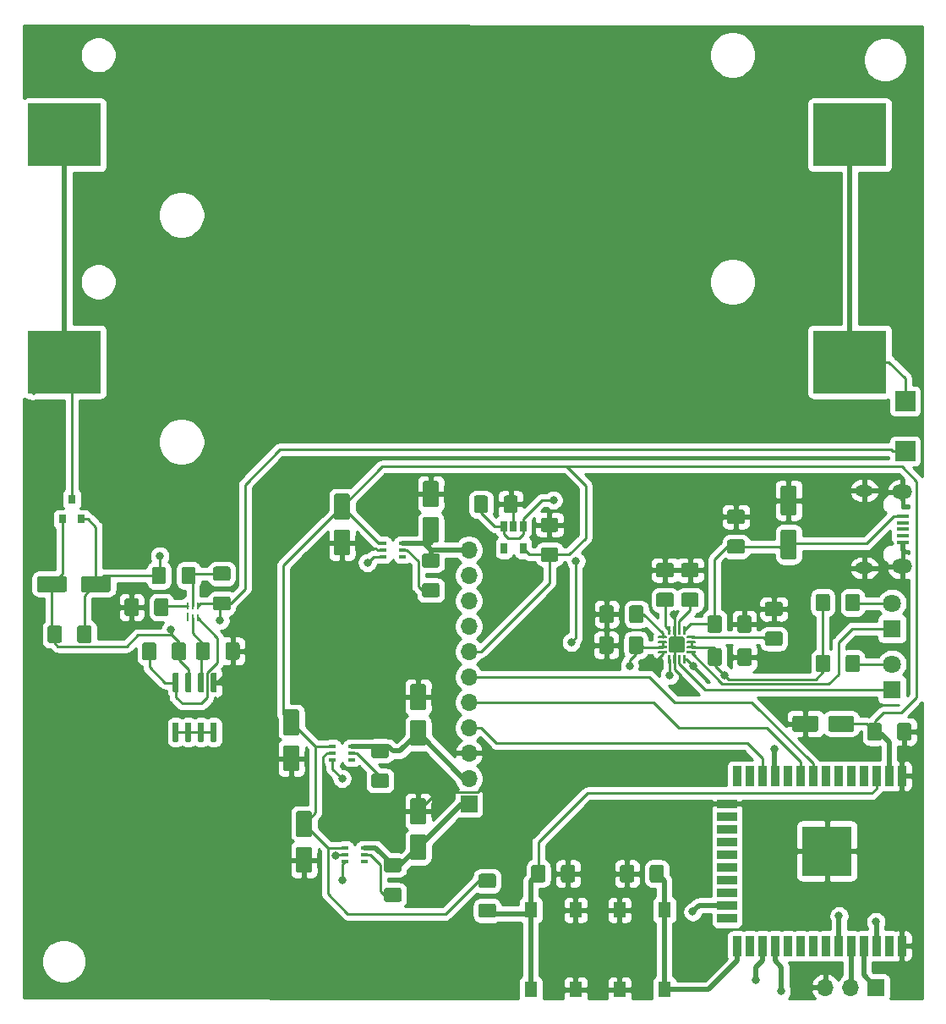
<source format=gbr>
G04 #@! TF.GenerationSoftware,KiCad,Pcbnew,(5.1.5)-3*
G04 #@! TF.CreationDate,2020-03-13T11:52:07+01:00*
G04 #@! TF.ProjectId,MainPCB,4d61696e-5043-4422-9e6b-696361645f70,rev?*
G04 #@! TF.SameCoordinates,Original*
G04 #@! TF.FileFunction,Copper,L1,Top*
G04 #@! TF.FilePolarity,Positive*
%FSLAX46Y46*%
G04 Gerber Fmt 4.6, Leading zero omitted, Abs format (unit mm)*
G04 Created by KiCad (PCBNEW (5.1.5)-3) date 2020-03-13 11:52:07*
%MOMM*%
%LPD*%
G04 APERTURE LIST*
%ADD10R,0.900000X2.000000*%
%ADD11R,2.000000X0.900000*%
%ADD12R,5.000000X5.000000*%
%ADD13C,0.100000*%
%ADD14O,1.700000X1.700000*%
%ADD15R,1.700000X1.700000*%
%ADD16R,7.340000X6.350000*%
%ADD17O,1.800000X1.150000*%
%ADD18O,2.000000X1.450000*%
%ADD19R,1.300000X0.450000*%
%ADD20R,0.650000X0.400000*%
%ADD21R,2.000000X2.000000*%
%ADD22C,1.800000*%
%ADD23R,1.800000X1.800000*%
%ADD24R,0.650000X1.060000*%
%ADD25R,0.280000X0.750000*%
%ADD26R,0.280000X0.850000*%
%ADD27R,0.800000X0.900000*%
%ADD28R,1.300000X1.550000*%
%ADD29C,0.800000*%
%ADD30C,0.250000*%
%ADD31C,0.500000*%
%ADD32C,0.254000*%
G04 APERTURE END LIST*
D10*
X142430500Y-128515000D03*
X141160500Y-128515000D03*
X139890500Y-128515000D03*
X138620500Y-128515000D03*
X137350500Y-128515000D03*
X136080500Y-128515000D03*
X134810500Y-128515000D03*
X133540500Y-128515000D03*
X132270500Y-128515000D03*
X131000500Y-128515000D03*
X129730500Y-128515000D03*
X128460500Y-128515000D03*
X127190500Y-128515000D03*
X125920500Y-128515000D03*
D11*
X124920500Y-125730000D03*
X124920500Y-124460000D03*
X124920500Y-123190000D03*
X124920500Y-121920000D03*
X124920500Y-120650000D03*
X124920500Y-119380000D03*
X124920500Y-118110000D03*
X124920500Y-116840000D03*
X124920500Y-115570000D03*
X124920500Y-114300000D03*
D10*
X125920500Y-111515000D03*
X127190500Y-111515000D03*
X128460500Y-111515000D03*
X129730500Y-111515000D03*
X131000500Y-111515000D03*
X132270500Y-111515000D03*
X133540500Y-111515000D03*
X134810500Y-111515000D03*
X136080500Y-111515000D03*
X137350500Y-111515000D03*
X138620500Y-111515000D03*
X139890500Y-111515000D03*
X141160500Y-111515000D03*
X142430500Y-111515000D03*
D12*
X134930500Y-119015000D03*
G04 #@! TA.AperFunction,SMDPad,CuDef*
D13*
G36*
X118370004Y-120411204D02*
G01*
X118394273Y-120414804D01*
X118418071Y-120420765D01*
X118441171Y-120429030D01*
X118463349Y-120439520D01*
X118484393Y-120452133D01*
X118504098Y-120466747D01*
X118522277Y-120483223D01*
X118538753Y-120501402D01*
X118553367Y-120521107D01*
X118565980Y-120542151D01*
X118576470Y-120564329D01*
X118584735Y-120587429D01*
X118590696Y-120611227D01*
X118594296Y-120635496D01*
X118595500Y-120660000D01*
X118595500Y-121910000D01*
X118594296Y-121934504D01*
X118590696Y-121958773D01*
X118584735Y-121982571D01*
X118576470Y-122005671D01*
X118565980Y-122027849D01*
X118553367Y-122048893D01*
X118538753Y-122068598D01*
X118522277Y-122086777D01*
X118504098Y-122103253D01*
X118484393Y-122117867D01*
X118463349Y-122130480D01*
X118441171Y-122140970D01*
X118418071Y-122149235D01*
X118394273Y-122155196D01*
X118370004Y-122158796D01*
X118345500Y-122160000D01*
X117420500Y-122160000D01*
X117395996Y-122158796D01*
X117371727Y-122155196D01*
X117347929Y-122149235D01*
X117324829Y-122140970D01*
X117302651Y-122130480D01*
X117281607Y-122117867D01*
X117261902Y-122103253D01*
X117243723Y-122086777D01*
X117227247Y-122068598D01*
X117212633Y-122048893D01*
X117200020Y-122027849D01*
X117189530Y-122005671D01*
X117181265Y-121982571D01*
X117175304Y-121958773D01*
X117171704Y-121934504D01*
X117170500Y-121910000D01*
X117170500Y-120660000D01*
X117171704Y-120635496D01*
X117175304Y-120611227D01*
X117181265Y-120587429D01*
X117189530Y-120564329D01*
X117200020Y-120542151D01*
X117212633Y-120521107D01*
X117227247Y-120501402D01*
X117243723Y-120483223D01*
X117261902Y-120466747D01*
X117281607Y-120452133D01*
X117302651Y-120439520D01*
X117324829Y-120429030D01*
X117347929Y-120420765D01*
X117371727Y-120414804D01*
X117395996Y-120411204D01*
X117420500Y-120410000D01*
X118345500Y-120410000D01*
X118370004Y-120411204D01*
G37*
G04 #@! TD.AperFunction*
G04 #@! TA.AperFunction,SMDPad,CuDef*
G36*
X115395004Y-120411204D02*
G01*
X115419273Y-120414804D01*
X115443071Y-120420765D01*
X115466171Y-120429030D01*
X115488349Y-120439520D01*
X115509393Y-120452133D01*
X115529098Y-120466747D01*
X115547277Y-120483223D01*
X115563753Y-120501402D01*
X115578367Y-120521107D01*
X115590980Y-120542151D01*
X115601470Y-120564329D01*
X115609735Y-120587429D01*
X115615696Y-120611227D01*
X115619296Y-120635496D01*
X115620500Y-120660000D01*
X115620500Y-121910000D01*
X115619296Y-121934504D01*
X115615696Y-121958773D01*
X115609735Y-121982571D01*
X115601470Y-122005671D01*
X115590980Y-122027849D01*
X115578367Y-122048893D01*
X115563753Y-122068598D01*
X115547277Y-122086777D01*
X115529098Y-122103253D01*
X115509393Y-122117867D01*
X115488349Y-122130480D01*
X115466171Y-122140970D01*
X115443071Y-122149235D01*
X115419273Y-122155196D01*
X115395004Y-122158796D01*
X115370500Y-122160000D01*
X114445500Y-122160000D01*
X114420996Y-122158796D01*
X114396727Y-122155196D01*
X114372929Y-122149235D01*
X114349829Y-122140970D01*
X114327651Y-122130480D01*
X114306607Y-122117867D01*
X114286902Y-122103253D01*
X114268723Y-122086777D01*
X114252247Y-122068598D01*
X114237633Y-122048893D01*
X114225020Y-122027849D01*
X114214530Y-122005671D01*
X114206265Y-121982571D01*
X114200304Y-121958773D01*
X114196704Y-121934504D01*
X114195500Y-121910000D01*
X114195500Y-120660000D01*
X114196704Y-120635496D01*
X114200304Y-120611227D01*
X114206265Y-120587429D01*
X114214530Y-120564329D01*
X114225020Y-120542151D01*
X114237633Y-120521107D01*
X114252247Y-120501402D01*
X114268723Y-120483223D01*
X114286902Y-120466747D01*
X114306607Y-120452133D01*
X114327651Y-120439520D01*
X114349829Y-120429030D01*
X114372929Y-120420765D01*
X114396727Y-120414804D01*
X114420996Y-120411204D01*
X114445500Y-120410000D01*
X115370500Y-120410000D01*
X115395004Y-120411204D01*
G37*
G04 #@! TD.AperFunction*
D14*
X99060000Y-88900000D03*
X99060000Y-91440000D03*
X99060000Y-93980000D03*
X99060000Y-96520000D03*
X99060000Y-99060000D03*
X99060000Y-101600000D03*
X99060000Y-104140000D03*
X99060000Y-106680000D03*
X99060000Y-109220000D03*
X99060000Y-111760000D03*
D15*
X99060000Y-114300000D03*
D16*
X137211000Y-70081500D03*
X58551000Y-70081500D03*
D17*
X138677100Y-90704900D03*
X138677100Y-82954900D03*
D18*
X142477100Y-90554900D03*
X142477100Y-83104900D03*
D19*
X142527100Y-88129900D03*
X142527100Y-87479900D03*
X142527100Y-86829900D03*
X142527100Y-86179900D03*
X142527100Y-85529900D03*
G04 #@! TA.AperFunction,SMDPad,CuDef*
D13*
G36*
X119206626Y-96499501D02*
G01*
X119212693Y-96500401D01*
X119218643Y-96501891D01*
X119224418Y-96503958D01*
X119229962Y-96506580D01*
X119235223Y-96509733D01*
X119240150Y-96513387D01*
X119244694Y-96517506D01*
X119248813Y-96522050D01*
X119252467Y-96526977D01*
X119255620Y-96532238D01*
X119258242Y-96537782D01*
X119260309Y-96543557D01*
X119261799Y-96549507D01*
X119262699Y-96555574D01*
X119263000Y-96561700D01*
X119263000Y-97311700D01*
X119262699Y-97317826D01*
X119261799Y-97323893D01*
X119260309Y-97329843D01*
X119258242Y-97335618D01*
X119255620Y-97341162D01*
X119252467Y-97346423D01*
X119248813Y-97351350D01*
X119244694Y-97355894D01*
X119240150Y-97360013D01*
X119235223Y-97363667D01*
X119229962Y-97366820D01*
X119224418Y-97369442D01*
X119218643Y-97371509D01*
X119212693Y-97372999D01*
X119206626Y-97373899D01*
X119200500Y-97374200D01*
X119075500Y-97374200D01*
X119069374Y-97373899D01*
X119063307Y-97372999D01*
X119057357Y-97371509D01*
X119051582Y-97369442D01*
X119046038Y-97366820D01*
X119040777Y-97363667D01*
X119035850Y-97360013D01*
X119031306Y-97355894D01*
X119027187Y-97351350D01*
X119023533Y-97346423D01*
X119020380Y-97341162D01*
X119017758Y-97335618D01*
X119015691Y-97329843D01*
X119014201Y-97323893D01*
X119013301Y-97317826D01*
X119013000Y-97311700D01*
X119013000Y-96561700D01*
X119013301Y-96555574D01*
X119014201Y-96549507D01*
X119015691Y-96543557D01*
X119017758Y-96537782D01*
X119020380Y-96532238D01*
X119023533Y-96526977D01*
X119027187Y-96522050D01*
X119031306Y-96517506D01*
X119035850Y-96513387D01*
X119040777Y-96509733D01*
X119046038Y-96506580D01*
X119051582Y-96503958D01*
X119057357Y-96501891D01*
X119063307Y-96500401D01*
X119069374Y-96499501D01*
X119075500Y-96499200D01*
X119200500Y-96499200D01*
X119206626Y-96499501D01*
G37*
G04 #@! TD.AperFunction*
G04 #@! TA.AperFunction,SMDPad,CuDef*
G36*
X119706626Y-96499501D02*
G01*
X119712693Y-96500401D01*
X119718643Y-96501891D01*
X119724418Y-96503958D01*
X119729962Y-96506580D01*
X119735223Y-96509733D01*
X119740150Y-96513387D01*
X119744694Y-96517506D01*
X119748813Y-96522050D01*
X119752467Y-96526977D01*
X119755620Y-96532238D01*
X119758242Y-96537782D01*
X119760309Y-96543557D01*
X119761799Y-96549507D01*
X119762699Y-96555574D01*
X119763000Y-96561700D01*
X119763000Y-97311700D01*
X119762699Y-97317826D01*
X119761799Y-97323893D01*
X119760309Y-97329843D01*
X119758242Y-97335618D01*
X119755620Y-97341162D01*
X119752467Y-97346423D01*
X119748813Y-97351350D01*
X119744694Y-97355894D01*
X119740150Y-97360013D01*
X119735223Y-97363667D01*
X119729962Y-97366820D01*
X119724418Y-97369442D01*
X119718643Y-97371509D01*
X119712693Y-97372999D01*
X119706626Y-97373899D01*
X119700500Y-97374200D01*
X119575500Y-97374200D01*
X119569374Y-97373899D01*
X119563307Y-97372999D01*
X119557357Y-97371509D01*
X119551582Y-97369442D01*
X119546038Y-97366820D01*
X119540777Y-97363667D01*
X119535850Y-97360013D01*
X119531306Y-97355894D01*
X119527187Y-97351350D01*
X119523533Y-97346423D01*
X119520380Y-97341162D01*
X119517758Y-97335618D01*
X119515691Y-97329843D01*
X119514201Y-97323893D01*
X119513301Y-97317826D01*
X119513000Y-97311700D01*
X119513000Y-96561700D01*
X119513301Y-96555574D01*
X119514201Y-96549507D01*
X119515691Y-96543557D01*
X119517758Y-96537782D01*
X119520380Y-96532238D01*
X119523533Y-96526977D01*
X119527187Y-96522050D01*
X119531306Y-96517506D01*
X119535850Y-96513387D01*
X119540777Y-96509733D01*
X119546038Y-96506580D01*
X119551582Y-96503958D01*
X119557357Y-96501891D01*
X119563307Y-96500401D01*
X119569374Y-96499501D01*
X119575500Y-96499200D01*
X119700500Y-96499200D01*
X119706626Y-96499501D01*
G37*
G04 #@! TD.AperFunction*
G04 #@! TA.AperFunction,SMDPad,CuDef*
G36*
X120206626Y-96499501D02*
G01*
X120212693Y-96500401D01*
X120218643Y-96501891D01*
X120224418Y-96503958D01*
X120229962Y-96506580D01*
X120235223Y-96509733D01*
X120240150Y-96513387D01*
X120244694Y-96517506D01*
X120248813Y-96522050D01*
X120252467Y-96526977D01*
X120255620Y-96532238D01*
X120258242Y-96537782D01*
X120260309Y-96543557D01*
X120261799Y-96549507D01*
X120262699Y-96555574D01*
X120263000Y-96561700D01*
X120263000Y-97311700D01*
X120262699Y-97317826D01*
X120261799Y-97323893D01*
X120260309Y-97329843D01*
X120258242Y-97335618D01*
X120255620Y-97341162D01*
X120252467Y-97346423D01*
X120248813Y-97351350D01*
X120244694Y-97355894D01*
X120240150Y-97360013D01*
X120235223Y-97363667D01*
X120229962Y-97366820D01*
X120224418Y-97369442D01*
X120218643Y-97371509D01*
X120212693Y-97372999D01*
X120206626Y-97373899D01*
X120200500Y-97374200D01*
X120075500Y-97374200D01*
X120069374Y-97373899D01*
X120063307Y-97372999D01*
X120057357Y-97371509D01*
X120051582Y-97369442D01*
X120046038Y-97366820D01*
X120040777Y-97363667D01*
X120035850Y-97360013D01*
X120031306Y-97355894D01*
X120027187Y-97351350D01*
X120023533Y-97346423D01*
X120020380Y-97341162D01*
X120017758Y-97335618D01*
X120015691Y-97329843D01*
X120014201Y-97323893D01*
X120013301Y-97317826D01*
X120013000Y-97311700D01*
X120013000Y-96561700D01*
X120013301Y-96555574D01*
X120014201Y-96549507D01*
X120015691Y-96543557D01*
X120017758Y-96537782D01*
X120020380Y-96532238D01*
X120023533Y-96526977D01*
X120027187Y-96522050D01*
X120031306Y-96517506D01*
X120035850Y-96513387D01*
X120040777Y-96509733D01*
X120046038Y-96506580D01*
X120051582Y-96503958D01*
X120057357Y-96501891D01*
X120063307Y-96500401D01*
X120069374Y-96499501D01*
X120075500Y-96499200D01*
X120200500Y-96499200D01*
X120206626Y-96499501D01*
G37*
G04 #@! TD.AperFunction*
G04 #@! TA.AperFunction,SMDPad,CuDef*
G36*
X120706626Y-96499501D02*
G01*
X120712693Y-96500401D01*
X120718643Y-96501891D01*
X120724418Y-96503958D01*
X120729962Y-96506580D01*
X120735223Y-96509733D01*
X120740150Y-96513387D01*
X120744694Y-96517506D01*
X120748813Y-96522050D01*
X120752467Y-96526977D01*
X120755620Y-96532238D01*
X120758242Y-96537782D01*
X120760309Y-96543557D01*
X120761799Y-96549507D01*
X120762699Y-96555574D01*
X120763000Y-96561700D01*
X120763000Y-97311700D01*
X120762699Y-97317826D01*
X120761799Y-97323893D01*
X120760309Y-97329843D01*
X120758242Y-97335618D01*
X120755620Y-97341162D01*
X120752467Y-97346423D01*
X120748813Y-97351350D01*
X120744694Y-97355894D01*
X120740150Y-97360013D01*
X120735223Y-97363667D01*
X120729962Y-97366820D01*
X120724418Y-97369442D01*
X120718643Y-97371509D01*
X120712693Y-97372999D01*
X120706626Y-97373899D01*
X120700500Y-97374200D01*
X120575500Y-97374200D01*
X120569374Y-97373899D01*
X120563307Y-97372999D01*
X120557357Y-97371509D01*
X120551582Y-97369442D01*
X120546038Y-97366820D01*
X120540777Y-97363667D01*
X120535850Y-97360013D01*
X120531306Y-97355894D01*
X120527187Y-97351350D01*
X120523533Y-97346423D01*
X120520380Y-97341162D01*
X120517758Y-97335618D01*
X120515691Y-97329843D01*
X120514201Y-97323893D01*
X120513301Y-97317826D01*
X120513000Y-97311700D01*
X120513000Y-96561700D01*
X120513301Y-96555574D01*
X120514201Y-96549507D01*
X120515691Y-96543557D01*
X120517758Y-96537782D01*
X120520380Y-96532238D01*
X120523533Y-96526977D01*
X120527187Y-96522050D01*
X120531306Y-96517506D01*
X120535850Y-96513387D01*
X120540777Y-96509733D01*
X120546038Y-96506580D01*
X120551582Y-96503958D01*
X120557357Y-96501891D01*
X120563307Y-96500401D01*
X120569374Y-96499501D01*
X120575500Y-96499200D01*
X120700500Y-96499200D01*
X120706626Y-96499501D01*
G37*
G04 #@! TD.AperFunction*
G04 #@! TA.AperFunction,SMDPad,CuDef*
G36*
X121706626Y-97499501D02*
G01*
X121712693Y-97500401D01*
X121718643Y-97501891D01*
X121724418Y-97503958D01*
X121729962Y-97506580D01*
X121735223Y-97509733D01*
X121740150Y-97513387D01*
X121744694Y-97517506D01*
X121748813Y-97522050D01*
X121752467Y-97526977D01*
X121755620Y-97532238D01*
X121758242Y-97537782D01*
X121760309Y-97543557D01*
X121761799Y-97549507D01*
X121762699Y-97555574D01*
X121763000Y-97561700D01*
X121763000Y-97686700D01*
X121762699Y-97692826D01*
X121761799Y-97698893D01*
X121760309Y-97704843D01*
X121758242Y-97710618D01*
X121755620Y-97716162D01*
X121752467Y-97721423D01*
X121748813Y-97726350D01*
X121744694Y-97730894D01*
X121740150Y-97735013D01*
X121735223Y-97738667D01*
X121729962Y-97741820D01*
X121724418Y-97744442D01*
X121718643Y-97746509D01*
X121712693Y-97747999D01*
X121706626Y-97748899D01*
X121700500Y-97749200D01*
X120950500Y-97749200D01*
X120944374Y-97748899D01*
X120938307Y-97747999D01*
X120932357Y-97746509D01*
X120926582Y-97744442D01*
X120921038Y-97741820D01*
X120915777Y-97738667D01*
X120910850Y-97735013D01*
X120906306Y-97730894D01*
X120902187Y-97726350D01*
X120898533Y-97721423D01*
X120895380Y-97716162D01*
X120892758Y-97710618D01*
X120890691Y-97704843D01*
X120889201Y-97698893D01*
X120888301Y-97692826D01*
X120888000Y-97686700D01*
X120888000Y-97561700D01*
X120888301Y-97555574D01*
X120889201Y-97549507D01*
X120890691Y-97543557D01*
X120892758Y-97537782D01*
X120895380Y-97532238D01*
X120898533Y-97526977D01*
X120902187Y-97522050D01*
X120906306Y-97517506D01*
X120910850Y-97513387D01*
X120915777Y-97509733D01*
X120921038Y-97506580D01*
X120926582Y-97503958D01*
X120932357Y-97501891D01*
X120938307Y-97500401D01*
X120944374Y-97499501D01*
X120950500Y-97499200D01*
X121700500Y-97499200D01*
X121706626Y-97499501D01*
G37*
G04 #@! TD.AperFunction*
G04 #@! TA.AperFunction,SMDPad,CuDef*
G36*
X121706626Y-97999501D02*
G01*
X121712693Y-98000401D01*
X121718643Y-98001891D01*
X121724418Y-98003958D01*
X121729962Y-98006580D01*
X121735223Y-98009733D01*
X121740150Y-98013387D01*
X121744694Y-98017506D01*
X121748813Y-98022050D01*
X121752467Y-98026977D01*
X121755620Y-98032238D01*
X121758242Y-98037782D01*
X121760309Y-98043557D01*
X121761799Y-98049507D01*
X121762699Y-98055574D01*
X121763000Y-98061700D01*
X121763000Y-98186700D01*
X121762699Y-98192826D01*
X121761799Y-98198893D01*
X121760309Y-98204843D01*
X121758242Y-98210618D01*
X121755620Y-98216162D01*
X121752467Y-98221423D01*
X121748813Y-98226350D01*
X121744694Y-98230894D01*
X121740150Y-98235013D01*
X121735223Y-98238667D01*
X121729962Y-98241820D01*
X121724418Y-98244442D01*
X121718643Y-98246509D01*
X121712693Y-98247999D01*
X121706626Y-98248899D01*
X121700500Y-98249200D01*
X120950500Y-98249200D01*
X120944374Y-98248899D01*
X120938307Y-98247999D01*
X120932357Y-98246509D01*
X120926582Y-98244442D01*
X120921038Y-98241820D01*
X120915777Y-98238667D01*
X120910850Y-98235013D01*
X120906306Y-98230894D01*
X120902187Y-98226350D01*
X120898533Y-98221423D01*
X120895380Y-98216162D01*
X120892758Y-98210618D01*
X120890691Y-98204843D01*
X120889201Y-98198893D01*
X120888301Y-98192826D01*
X120888000Y-98186700D01*
X120888000Y-98061700D01*
X120888301Y-98055574D01*
X120889201Y-98049507D01*
X120890691Y-98043557D01*
X120892758Y-98037782D01*
X120895380Y-98032238D01*
X120898533Y-98026977D01*
X120902187Y-98022050D01*
X120906306Y-98017506D01*
X120910850Y-98013387D01*
X120915777Y-98009733D01*
X120921038Y-98006580D01*
X120926582Y-98003958D01*
X120932357Y-98001891D01*
X120938307Y-98000401D01*
X120944374Y-97999501D01*
X120950500Y-97999200D01*
X121700500Y-97999200D01*
X121706626Y-97999501D01*
G37*
G04 #@! TD.AperFunction*
G04 #@! TA.AperFunction,SMDPad,CuDef*
G36*
X121706626Y-98499501D02*
G01*
X121712693Y-98500401D01*
X121718643Y-98501891D01*
X121724418Y-98503958D01*
X121729962Y-98506580D01*
X121735223Y-98509733D01*
X121740150Y-98513387D01*
X121744694Y-98517506D01*
X121748813Y-98522050D01*
X121752467Y-98526977D01*
X121755620Y-98532238D01*
X121758242Y-98537782D01*
X121760309Y-98543557D01*
X121761799Y-98549507D01*
X121762699Y-98555574D01*
X121763000Y-98561700D01*
X121763000Y-98686700D01*
X121762699Y-98692826D01*
X121761799Y-98698893D01*
X121760309Y-98704843D01*
X121758242Y-98710618D01*
X121755620Y-98716162D01*
X121752467Y-98721423D01*
X121748813Y-98726350D01*
X121744694Y-98730894D01*
X121740150Y-98735013D01*
X121735223Y-98738667D01*
X121729962Y-98741820D01*
X121724418Y-98744442D01*
X121718643Y-98746509D01*
X121712693Y-98747999D01*
X121706626Y-98748899D01*
X121700500Y-98749200D01*
X120950500Y-98749200D01*
X120944374Y-98748899D01*
X120938307Y-98747999D01*
X120932357Y-98746509D01*
X120926582Y-98744442D01*
X120921038Y-98741820D01*
X120915777Y-98738667D01*
X120910850Y-98735013D01*
X120906306Y-98730894D01*
X120902187Y-98726350D01*
X120898533Y-98721423D01*
X120895380Y-98716162D01*
X120892758Y-98710618D01*
X120890691Y-98704843D01*
X120889201Y-98698893D01*
X120888301Y-98692826D01*
X120888000Y-98686700D01*
X120888000Y-98561700D01*
X120888301Y-98555574D01*
X120889201Y-98549507D01*
X120890691Y-98543557D01*
X120892758Y-98537782D01*
X120895380Y-98532238D01*
X120898533Y-98526977D01*
X120902187Y-98522050D01*
X120906306Y-98517506D01*
X120910850Y-98513387D01*
X120915777Y-98509733D01*
X120921038Y-98506580D01*
X120926582Y-98503958D01*
X120932357Y-98501891D01*
X120938307Y-98500401D01*
X120944374Y-98499501D01*
X120950500Y-98499200D01*
X121700500Y-98499200D01*
X121706626Y-98499501D01*
G37*
G04 #@! TD.AperFunction*
G04 #@! TA.AperFunction,SMDPad,CuDef*
G36*
X121706626Y-98999501D02*
G01*
X121712693Y-99000401D01*
X121718643Y-99001891D01*
X121724418Y-99003958D01*
X121729962Y-99006580D01*
X121735223Y-99009733D01*
X121740150Y-99013387D01*
X121744694Y-99017506D01*
X121748813Y-99022050D01*
X121752467Y-99026977D01*
X121755620Y-99032238D01*
X121758242Y-99037782D01*
X121760309Y-99043557D01*
X121761799Y-99049507D01*
X121762699Y-99055574D01*
X121763000Y-99061700D01*
X121763000Y-99186700D01*
X121762699Y-99192826D01*
X121761799Y-99198893D01*
X121760309Y-99204843D01*
X121758242Y-99210618D01*
X121755620Y-99216162D01*
X121752467Y-99221423D01*
X121748813Y-99226350D01*
X121744694Y-99230894D01*
X121740150Y-99235013D01*
X121735223Y-99238667D01*
X121729962Y-99241820D01*
X121724418Y-99244442D01*
X121718643Y-99246509D01*
X121712693Y-99247999D01*
X121706626Y-99248899D01*
X121700500Y-99249200D01*
X120950500Y-99249200D01*
X120944374Y-99248899D01*
X120938307Y-99247999D01*
X120932357Y-99246509D01*
X120926582Y-99244442D01*
X120921038Y-99241820D01*
X120915777Y-99238667D01*
X120910850Y-99235013D01*
X120906306Y-99230894D01*
X120902187Y-99226350D01*
X120898533Y-99221423D01*
X120895380Y-99216162D01*
X120892758Y-99210618D01*
X120890691Y-99204843D01*
X120889201Y-99198893D01*
X120888301Y-99192826D01*
X120888000Y-99186700D01*
X120888000Y-99061700D01*
X120888301Y-99055574D01*
X120889201Y-99049507D01*
X120890691Y-99043557D01*
X120892758Y-99037782D01*
X120895380Y-99032238D01*
X120898533Y-99026977D01*
X120902187Y-99022050D01*
X120906306Y-99017506D01*
X120910850Y-99013387D01*
X120915777Y-99009733D01*
X120921038Y-99006580D01*
X120926582Y-99003958D01*
X120932357Y-99001891D01*
X120938307Y-99000401D01*
X120944374Y-98999501D01*
X120950500Y-98999200D01*
X121700500Y-98999200D01*
X121706626Y-98999501D01*
G37*
G04 #@! TD.AperFunction*
G04 #@! TA.AperFunction,SMDPad,CuDef*
G36*
X120706626Y-99374501D02*
G01*
X120712693Y-99375401D01*
X120718643Y-99376891D01*
X120724418Y-99378958D01*
X120729962Y-99381580D01*
X120735223Y-99384733D01*
X120740150Y-99388387D01*
X120744694Y-99392506D01*
X120748813Y-99397050D01*
X120752467Y-99401977D01*
X120755620Y-99407238D01*
X120758242Y-99412782D01*
X120760309Y-99418557D01*
X120761799Y-99424507D01*
X120762699Y-99430574D01*
X120763000Y-99436700D01*
X120763000Y-100186700D01*
X120762699Y-100192826D01*
X120761799Y-100198893D01*
X120760309Y-100204843D01*
X120758242Y-100210618D01*
X120755620Y-100216162D01*
X120752467Y-100221423D01*
X120748813Y-100226350D01*
X120744694Y-100230894D01*
X120740150Y-100235013D01*
X120735223Y-100238667D01*
X120729962Y-100241820D01*
X120724418Y-100244442D01*
X120718643Y-100246509D01*
X120712693Y-100247999D01*
X120706626Y-100248899D01*
X120700500Y-100249200D01*
X120575500Y-100249200D01*
X120569374Y-100248899D01*
X120563307Y-100247999D01*
X120557357Y-100246509D01*
X120551582Y-100244442D01*
X120546038Y-100241820D01*
X120540777Y-100238667D01*
X120535850Y-100235013D01*
X120531306Y-100230894D01*
X120527187Y-100226350D01*
X120523533Y-100221423D01*
X120520380Y-100216162D01*
X120517758Y-100210618D01*
X120515691Y-100204843D01*
X120514201Y-100198893D01*
X120513301Y-100192826D01*
X120513000Y-100186700D01*
X120513000Y-99436700D01*
X120513301Y-99430574D01*
X120514201Y-99424507D01*
X120515691Y-99418557D01*
X120517758Y-99412782D01*
X120520380Y-99407238D01*
X120523533Y-99401977D01*
X120527187Y-99397050D01*
X120531306Y-99392506D01*
X120535850Y-99388387D01*
X120540777Y-99384733D01*
X120546038Y-99381580D01*
X120551582Y-99378958D01*
X120557357Y-99376891D01*
X120563307Y-99375401D01*
X120569374Y-99374501D01*
X120575500Y-99374200D01*
X120700500Y-99374200D01*
X120706626Y-99374501D01*
G37*
G04 #@! TD.AperFunction*
G04 #@! TA.AperFunction,SMDPad,CuDef*
G36*
X120206626Y-99374501D02*
G01*
X120212693Y-99375401D01*
X120218643Y-99376891D01*
X120224418Y-99378958D01*
X120229962Y-99381580D01*
X120235223Y-99384733D01*
X120240150Y-99388387D01*
X120244694Y-99392506D01*
X120248813Y-99397050D01*
X120252467Y-99401977D01*
X120255620Y-99407238D01*
X120258242Y-99412782D01*
X120260309Y-99418557D01*
X120261799Y-99424507D01*
X120262699Y-99430574D01*
X120263000Y-99436700D01*
X120263000Y-100186700D01*
X120262699Y-100192826D01*
X120261799Y-100198893D01*
X120260309Y-100204843D01*
X120258242Y-100210618D01*
X120255620Y-100216162D01*
X120252467Y-100221423D01*
X120248813Y-100226350D01*
X120244694Y-100230894D01*
X120240150Y-100235013D01*
X120235223Y-100238667D01*
X120229962Y-100241820D01*
X120224418Y-100244442D01*
X120218643Y-100246509D01*
X120212693Y-100247999D01*
X120206626Y-100248899D01*
X120200500Y-100249200D01*
X120075500Y-100249200D01*
X120069374Y-100248899D01*
X120063307Y-100247999D01*
X120057357Y-100246509D01*
X120051582Y-100244442D01*
X120046038Y-100241820D01*
X120040777Y-100238667D01*
X120035850Y-100235013D01*
X120031306Y-100230894D01*
X120027187Y-100226350D01*
X120023533Y-100221423D01*
X120020380Y-100216162D01*
X120017758Y-100210618D01*
X120015691Y-100204843D01*
X120014201Y-100198893D01*
X120013301Y-100192826D01*
X120013000Y-100186700D01*
X120013000Y-99436700D01*
X120013301Y-99430574D01*
X120014201Y-99424507D01*
X120015691Y-99418557D01*
X120017758Y-99412782D01*
X120020380Y-99407238D01*
X120023533Y-99401977D01*
X120027187Y-99397050D01*
X120031306Y-99392506D01*
X120035850Y-99388387D01*
X120040777Y-99384733D01*
X120046038Y-99381580D01*
X120051582Y-99378958D01*
X120057357Y-99376891D01*
X120063307Y-99375401D01*
X120069374Y-99374501D01*
X120075500Y-99374200D01*
X120200500Y-99374200D01*
X120206626Y-99374501D01*
G37*
G04 #@! TD.AperFunction*
G04 #@! TA.AperFunction,SMDPad,CuDef*
G36*
X119706626Y-99374501D02*
G01*
X119712693Y-99375401D01*
X119718643Y-99376891D01*
X119724418Y-99378958D01*
X119729962Y-99381580D01*
X119735223Y-99384733D01*
X119740150Y-99388387D01*
X119744694Y-99392506D01*
X119748813Y-99397050D01*
X119752467Y-99401977D01*
X119755620Y-99407238D01*
X119758242Y-99412782D01*
X119760309Y-99418557D01*
X119761799Y-99424507D01*
X119762699Y-99430574D01*
X119763000Y-99436700D01*
X119763000Y-100186700D01*
X119762699Y-100192826D01*
X119761799Y-100198893D01*
X119760309Y-100204843D01*
X119758242Y-100210618D01*
X119755620Y-100216162D01*
X119752467Y-100221423D01*
X119748813Y-100226350D01*
X119744694Y-100230894D01*
X119740150Y-100235013D01*
X119735223Y-100238667D01*
X119729962Y-100241820D01*
X119724418Y-100244442D01*
X119718643Y-100246509D01*
X119712693Y-100247999D01*
X119706626Y-100248899D01*
X119700500Y-100249200D01*
X119575500Y-100249200D01*
X119569374Y-100248899D01*
X119563307Y-100247999D01*
X119557357Y-100246509D01*
X119551582Y-100244442D01*
X119546038Y-100241820D01*
X119540777Y-100238667D01*
X119535850Y-100235013D01*
X119531306Y-100230894D01*
X119527187Y-100226350D01*
X119523533Y-100221423D01*
X119520380Y-100216162D01*
X119517758Y-100210618D01*
X119515691Y-100204843D01*
X119514201Y-100198893D01*
X119513301Y-100192826D01*
X119513000Y-100186700D01*
X119513000Y-99436700D01*
X119513301Y-99430574D01*
X119514201Y-99424507D01*
X119515691Y-99418557D01*
X119517758Y-99412782D01*
X119520380Y-99407238D01*
X119523533Y-99401977D01*
X119527187Y-99397050D01*
X119531306Y-99392506D01*
X119535850Y-99388387D01*
X119540777Y-99384733D01*
X119546038Y-99381580D01*
X119551582Y-99378958D01*
X119557357Y-99376891D01*
X119563307Y-99375401D01*
X119569374Y-99374501D01*
X119575500Y-99374200D01*
X119700500Y-99374200D01*
X119706626Y-99374501D01*
G37*
G04 #@! TD.AperFunction*
G04 #@! TA.AperFunction,SMDPad,CuDef*
G36*
X119206626Y-99374501D02*
G01*
X119212693Y-99375401D01*
X119218643Y-99376891D01*
X119224418Y-99378958D01*
X119229962Y-99381580D01*
X119235223Y-99384733D01*
X119240150Y-99388387D01*
X119244694Y-99392506D01*
X119248813Y-99397050D01*
X119252467Y-99401977D01*
X119255620Y-99407238D01*
X119258242Y-99412782D01*
X119260309Y-99418557D01*
X119261799Y-99424507D01*
X119262699Y-99430574D01*
X119263000Y-99436700D01*
X119263000Y-100186700D01*
X119262699Y-100192826D01*
X119261799Y-100198893D01*
X119260309Y-100204843D01*
X119258242Y-100210618D01*
X119255620Y-100216162D01*
X119252467Y-100221423D01*
X119248813Y-100226350D01*
X119244694Y-100230894D01*
X119240150Y-100235013D01*
X119235223Y-100238667D01*
X119229962Y-100241820D01*
X119224418Y-100244442D01*
X119218643Y-100246509D01*
X119212693Y-100247999D01*
X119206626Y-100248899D01*
X119200500Y-100249200D01*
X119075500Y-100249200D01*
X119069374Y-100248899D01*
X119063307Y-100247999D01*
X119057357Y-100246509D01*
X119051582Y-100244442D01*
X119046038Y-100241820D01*
X119040777Y-100238667D01*
X119035850Y-100235013D01*
X119031306Y-100230894D01*
X119027187Y-100226350D01*
X119023533Y-100221423D01*
X119020380Y-100216162D01*
X119017758Y-100210618D01*
X119015691Y-100204843D01*
X119014201Y-100198893D01*
X119013301Y-100192826D01*
X119013000Y-100186700D01*
X119013000Y-99436700D01*
X119013301Y-99430574D01*
X119014201Y-99424507D01*
X119015691Y-99418557D01*
X119017758Y-99412782D01*
X119020380Y-99407238D01*
X119023533Y-99401977D01*
X119027187Y-99397050D01*
X119031306Y-99392506D01*
X119035850Y-99388387D01*
X119040777Y-99384733D01*
X119046038Y-99381580D01*
X119051582Y-99378958D01*
X119057357Y-99376891D01*
X119063307Y-99375401D01*
X119069374Y-99374501D01*
X119075500Y-99374200D01*
X119200500Y-99374200D01*
X119206626Y-99374501D01*
G37*
G04 #@! TD.AperFunction*
G04 #@! TA.AperFunction,SMDPad,CuDef*
G36*
X118831626Y-98999501D02*
G01*
X118837693Y-99000401D01*
X118843643Y-99001891D01*
X118849418Y-99003958D01*
X118854962Y-99006580D01*
X118860223Y-99009733D01*
X118865150Y-99013387D01*
X118869694Y-99017506D01*
X118873813Y-99022050D01*
X118877467Y-99026977D01*
X118880620Y-99032238D01*
X118883242Y-99037782D01*
X118885309Y-99043557D01*
X118886799Y-99049507D01*
X118887699Y-99055574D01*
X118888000Y-99061700D01*
X118888000Y-99186700D01*
X118887699Y-99192826D01*
X118886799Y-99198893D01*
X118885309Y-99204843D01*
X118883242Y-99210618D01*
X118880620Y-99216162D01*
X118877467Y-99221423D01*
X118873813Y-99226350D01*
X118869694Y-99230894D01*
X118865150Y-99235013D01*
X118860223Y-99238667D01*
X118854962Y-99241820D01*
X118849418Y-99244442D01*
X118843643Y-99246509D01*
X118837693Y-99247999D01*
X118831626Y-99248899D01*
X118825500Y-99249200D01*
X118075500Y-99249200D01*
X118069374Y-99248899D01*
X118063307Y-99247999D01*
X118057357Y-99246509D01*
X118051582Y-99244442D01*
X118046038Y-99241820D01*
X118040777Y-99238667D01*
X118035850Y-99235013D01*
X118031306Y-99230894D01*
X118027187Y-99226350D01*
X118023533Y-99221423D01*
X118020380Y-99216162D01*
X118017758Y-99210618D01*
X118015691Y-99204843D01*
X118014201Y-99198893D01*
X118013301Y-99192826D01*
X118013000Y-99186700D01*
X118013000Y-99061700D01*
X118013301Y-99055574D01*
X118014201Y-99049507D01*
X118015691Y-99043557D01*
X118017758Y-99037782D01*
X118020380Y-99032238D01*
X118023533Y-99026977D01*
X118027187Y-99022050D01*
X118031306Y-99017506D01*
X118035850Y-99013387D01*
X118040777Y-99009733D01*
X118046038Y-99006580D01*
X118051582Y-99003958D01*
X118057357Y-99001891D01*
X118063307Y-99000401D01*
X118069374Y-98999501D01*
X118075500Y-98999200D01*
X118825500Y-98999200D01*
X118831626Y-98999501D01*
G37*
G04 #@! TD.AperFunction*
G04 #@! TA.AperFunction,SMDPad,CuDef*
G36*
X118831626Y-98499501D02*
G01*
X118837693Y-98500401D01*
X118843643Y-98501891D01*
X118849418Y-98503958D01*
X118854962Y-98506580D01*
X118860223Y-98509733D01*
X118865150Y-98513387D01*
X118869694Y-98517506D01*
X118873813Y-98522050D01*
X118877467Y-98526977D01*
X118880620Y-98532238D01*
X118883242Y-98537782D01*
X118885309Y-98543557D01*
X118886799Y-98549507D01*
X118887699Y-98555574D01*
X118888000Y-98561700D01*
X118888000Y-98686700D01*
X118887699Y-98692826D01*
X118886799Y-98698893D01*
X118885309Y-98704843D01*
X118883242Y-98710618D01*
X118880620Y-98716162D01*
X118877467Y-98721423D01*
X118873813Y-98726350D01*
X118869694Y-98730894D01*
X118865150Y-98735013D01*
X118860223Y-98738667D01*
X118854962Y-98741820D01*
X118849418Y-98744442D01*
X118843643Y-98746509D01*
X118837693Y-98747999D01*
X118831626Y-98748899D01*
X118825500Y-98749200D01*
X118075500Y-98749200D01*
X118069374Y-98748899D01*
X118063307Y-98747999D01*
X118057357Y-98746509D01*
X118051582Y-98744442D01*
X118046038Y-98741820D01*
X118040777Y-98738667D01*
X118035850Y-98735013D01*
X118031306Y-98730894D01*
X118027187Y-98726350D01*
X118023533Y-98721423D01*
X118020380Y-98716162D01*
X118017758Y-98710618D01*
X118015691Y-98704843D01*
X118014201Y-98698893D01*
X118013301Y-98692826D01*
X118013000Y-98686700D01*
X118013000Y-98561700D01*
X118013301Y-98555574D01*
X118014201Y-98549507D01*
X118015691Y-98543557D01*
X118017758Y-98537782D01*
X118020380Y-98532238D01*
X118023533Y-98526977D01*
X118027187Y-98522050D01*
X118031306Y-98517506D01*
X118035850Y-98513387D01*
X118040777Y-98509733D01*
X118046038Y-98506580D01*
X118051582Y-98503958D01*
X118057357Y-98501891D01*
X118063307Y-98500401D01*
X118069374Y-98499501D01*
X118075500Y-98499200D01*
X118825500Y-98499200D01*
X118831626Y-98499501D01*
G37*
G04 #@! TD.AperFunction*
G04 #@! TA.AperFunction,SMDPad,CuDef*
G36*
X118831626Y-97999501D02*
G01*
X118837693Y-98000401D01*
X118843643Y-98001891D01*
X118849418Y-98003958D01*
X118854962Y-98006580D01*
X118860223Y-98009733D01*
X118865150Y-98013387D01*
X118869694Y-98017506D01*
X118873813Y-98022050D01*
X118877467Y-98026977D01*
X118880620Y-98032238D01*
X118883242Y-98037782D01*
X118885309Y-98043557D01*
X118886799Y-98049507D01*
X118887699Y-98055574D01*
X118888000Y-98061700D01*
X118888000Y-98186700D01*
X118887699Y-98192826D01*
X118886799Y-98198893D01*
X118885309Y-98204843D01*
X118883242Y-98210618D01*
X118880620Y-98216162D01*
X118877467Y-98221423D01*
X118873813Y-98226350D01*
X118869694Y-98230894D01*
X118865150Y-98235013D01*
X118860223Y-98238667D01*
X118854962Y-98241820D01*
X118849418Y-98244442D01*
X118843643Y-98246509D01*
X118837693Y-98247999D01*
X118831626Y-98248899D01*
X118825500Y-98249200D01*
X118075500Y-98249200D01*
X118069374Y-98248899D01*
X118063307Y-98247999D01*
X118057357Y-98246509D01*
X118051582Y-98244442D01*
X118046038Y-98241820D01*
X118040777Y-98238667D01*
X118035850Y-98235013D01*
X118031306Y-98230894D01*
X118027187Y-98226350D01*
X118023533Y-98221423D01*
X118020380Y-98216162D01*
X118017758Y-98210618D01*
X118015691Y-98204843D01*
X118014201Y-98198893D01*
X118013301Y-98192826D01*
X118013000Y-98186700D01*
X118013000Y-98061700D01*
X118013301Y-98055574D01*
X118014201Y-98049507D01*
X118015691Y-98043557D01*
X118017758Y-98037782D01*
X118020380Y-98032238D01*
X118023533Y-98026977D01*
X118027187Y-98022050D01*
X118031306Y-98017506D01*
X118035850Y-98013387D01*
X118040777Y-98009733D01*
X118046038Y-98006580D01*
X118051582Y-98003958D01*
X118057357Y-98001891D01*
X118063307Y-98000401D01*
X118069374Y-97999501D01*
X118075500Y-97999200D01*
X118825500Y-97999200D01*
X118831626Y-97999501D01*
G37*
G04 #@! TD.AperFunction*
G04 #@! TA.AperFunction,SMDPad,CuDef*
G36*
X118831626Y-97499501D02*
G01*
X118837693Y-97500401D01*
X118843643Y-97501891D01*
X118849418Y-97503958D01*
X118854962Y-97506580D01*
X118860223Y-97509733D01*
X118865150Y-97513387D01*
X118869694Y-97517506D01*
X118873813Y-97522050D01*
X118877467Y-97526977D01*
X118880620Y-97532238D01*
X118883242Y-97537782D01*
X118885309Y-97543557D01*
X118886799Y-97549507D01*
X118887699Y-97555574D01*
X118888000Y-97561700D01*
X118888000Y-97686700D01*
X118887699Y-97692826D01*
X118886799Y-97698893D01*
X118885309Y-97704843D01*
X118883242Y-97710618D01*
X118880620Y-97716162D01*
X118877467Y-97721423D01*
X118873813Y-97726350D01*
X118869694Y-97730894D01*
X118865150Y-97735013D01*
X118860223Y-97738667D01*
X118854962Y-97741820D01*
X118849418Y-97744442D01*
X118843643Y-97746509D01*
X118837693Y-97747999D01*
X118831626Y-97748899D01*
X118825500Y-97749200D01*
X118075500Y-97749200D01*
X118069374Y-97748899D01*
X118063307Y-97747999D01*
X118057357Y-97746509D01*
X118051582Y-97744442D01*
X118046038Y-97741820D01*
X118040777Y-97738667D01*
X118035850Y-97735013D01*
X118031306Y-97730894D01*
X118027187Y-97726350D01*
X118023533Y-97721423D01*
X118020380Y-97716162D01*
X118017758Y-97710618D01*
X118015691Y-97704843D01*
X118014201Y-97698893D01*
X118013301Y-97692826D01*
X118013000Y-97686700D01*
X118013000Y-97561700D01*
X118013301Y-97555574D01*
X118014201Y-97549507D01*
X118015691Y-97543557D01*
X118017758Y-97537782D01*
X118020380Y-97532238D01*
X118023533Y-97526977D01*
X118027187Y-97522050D01*
X118031306Y-97517506D01*
X118035850Y-97513387D01*
X118040777Y-97509733D01*
X118046038Y-97506580D01*
X118051582Y-97503958D01*
X118057357Y-97501891D01*
X118063307Y-97500401D01*
X118069374Y-97499501D01*
X118075500Y-97499200D01*
X118825500Y-97499200D01*
X118831626Y-97499501D01*
G37*
G04 #@! TD.AperFunction*
G04 #@! TA.AperFunction,SMDPad,CuDef*
G36*
X120462504Y-97575404D02*
G01*
X120486773Y-97579004D01*
X120510571Y-97584965D01*
X120533671Y-97593230D01*
X120555849Y-97603720D01*
X120576893Y-97616333D01*
X120596598Y-97630947D01*
X120614777Y-97647423D01*
X120631253Y-97665602D01*
X120645867Y-97685307D01*
X120658480Y-97706351D01*
X120668970Y-97728529D01*
X120677235Y-97751629D01*
X120683196Y-97775427D01*
X120686796Y-97799696D01*
X120688000Y-97824200D01*
X120688000Y-98924200D01*
X120686796Y-98948704D01*
X120683196Y-98972973D01*
X120677235Y-98996771D01*
X120668970Y-99019871D01*
X120658480Y-99042049D01*
X120645867Y-99063093D01*
X120631253Y-99082798D01*
X120614777Y-99100977D01*
X120596598Y-99117453D01*
X120576893Y-99132067D01*
X120555849Y-99144680D01*
X120533671Y-99155170D01*
X120510571Y-99163435D01*
X120486773Y-99169396D01*
X120462504Y-99172996D01*
X120438000Y-99174200D01*
X119338000Y-99174200D01*
X119313496Y-99172996D01*
X119289227Y-99169396D01*
X119265429Y-99163435D01*
X119242329Y-99155170D01*
X119220151Y-99144680D01*
X119199107Y-99132067D01*
X119179402Y-99117453D01*
X119161223Y-99100977D01*
X119144747Y-99082798D01*
X119130133Y-99063093D01*
X119117520Y-99042049D01*
X119107030Y-99019871D01*
X119098765Y-98996771D01*
X119092804Y-98972973D01*
X119089204Y-98948704D01*
X119088000Y-98924200D01*
X119088000Y-97824200D01*
X119089204Y-97799696D01*
X119092804Y-97775427D01*
X119098765Y-97751629D01*
X119107030Y-97728529D01*
X119117520Y-97706351D01*
X119130133Y-97685307D01*
X119144747Y-97665602D01*
X119161223Y-97647423D01*
X119179402Y-97630947D01*
X119199107Y-97616333D01*
X119220151Y-97603720D01*
X119242329Y-97593230D01*
X119265429Y-97584965D01*
X119289227Y-97579004D01*
X119313496Y-97575404D01*
X119338000Y-97574200D01*
X120438000Y-97574200D01*
X120462504Y-97575404D01*
G37*
G04 #@! TD.AperFunction*
D20*
X88580000Y-118730000D03*
X88580000Y-120030000D03*
X86680000Y-119380000D03*
X88580000Y-119380000D03*
X86680000Y-120030000D03*
X86680000Y-118730000D03*
X87310000Y-108570000D03*
X87310000Y-109870000D03*
X85410000Y-109220000D03*
X87310000Y-109220000D03*
X85410000Y-109870000D03*
X85410000Y-108570000D03*
G04 #@! TA.AperFunction,SMDPad,CuDef*
D13*
G36*
X92089504Y-122696204D02*
G01*
X92113773Y-122699804D01*
X92137571Y-122705765D01*
X92160671Y-122714030D01*
X92182849Y-122724520D01*
X92203893Y-122737133D01*
X92223598Y-122751747D01*
X92241777Y-122768223D01*
X92258253Y-122786402D01*
X92272867Y-122806107D01*
X92285480Y-122827151D01*
X92295970Y-122849329D01*
X92304235Y-122872429D01*
X92310196Y-122896227D01*
X92313796Y-122920496D01*
X92315000Y-122945000D01*
X92315000Y-123870000D01*
X92313796Y-123894504D01*
X92310196Y-123918773D01*
X92304235Y-123942571D01*
X92295970Y-123965671D01*
X92285480Y-123987849D01*
X92272867Y-124008893D01*
X92258253Y-124028598D01*
X92241777Y-124046777D01*
X92223598Y-124063253D01*
X92203893Y-124077867D01*
X92182849Y-124090480D01*
X92160671Y-124100970D01*
X92137571Y-124109235D01*
X92113773Y-124115196D01*
X92089504Y-124118796D01*
X92065000Y-124120000D01*
X90815000Y-124120000D01*
X90790496Y-124118796D01*
X90766227Y-124115196D01*
X90742429Y-124109235D01*
X90719329Y-124100970D01*
X90697151Y-124090480D01*
X90676107Y-124077867D01*
X90656402Y-124063253D01*
X90638223Y-124046777D01*
X90621747Y-124028598D01*
X90607133Y-124008893D01*
X90594520Y-123987849D01*
X90584030Y-123965671D01*
X90575765Y-123942571D01*
X90569804Y-123918773D01*
X90566204Y-123894504D01*
X90565000Y-123870000D01*
X90565000Y-122945000D01*
X90566204Y-122920496D01*
X90569804Y-122896227D01*
X90575765Y-122872429D01*
X90584030Y-122849329D01*
X90594520Y-122827151D01*
X90607133Y-122806107D01*
X90621747Y-122786402D01*
X90638223Y-122768223D01*
X90656402Y-122751747D01*
X90676107Y-122737133D01*
X90697151Y-122724520D01*
X90719329Y-122714030D01*
X90742429Y-122705765D01*
X90766227Y-122699804D01*
X90790496Y-122696204D01*
X90815000Y-122695000D01*
X92065000Y-122695000D01*
X92089504Y-122696204D01*
G37*
G04 #@! TD.AperFunction*
G04 #@! TA.AperFunction,SMDPad,CuDef*
G36*
X92089504Y-119721204D02*
G01*
X92113773Y-119724804D01*
X92137571Y-119730765D01*
X92160671Y-119739030D01*
X92182849Y-119749520D01*
X92203893Y-119762133D01*
X92223598Y-119776747D01*
X92241777Y-119793223D01*
X92258253Y-119811402D01*
X92272867Y-119831107D01*
X92285480Y-119852151D01*
X92295970Y-119874329D01*
X92304235Y-119897429D01*
X92310196Y-119921227D01*
X92313796Y-119945496D01*
X92315000Y-119970000D01*
X92315000Y-120895000D01*
X92313796Y-120919504D01*
X92310196Y-120943773D01*
X92304235Y-120967571D01*
X92295970Y-120990671D01*
X92285480Y-121012849D01*
X92272867Y-121033893D01*
X92258253Y-121053598D01*
X92241777Y-121071777D01*
X92223598Y-121088253D01*
X92203893Y-121102867D01*
X92182849Y-121115480D01*
X92160671Y-121125970D01*
X92137571Y-121134235D01*
X92113773Y-121140196D01*
X92089504Y-121143796D01*
X92065000Y-121145000D01*
X90815000Y-121145000D01*
X90790496Y-121143796D01*
X90766227Y-121140196D01*
X90742429Y-121134235D01*
X90719329Y-121125970D01*
X90697151Y-121115480D01*
X90676107Y-121102867D01*
X90656402Y-121088253D01*
X90638223Y-121071777D01*
X90621747Y-121053598D01*
X90607133Y-121033893D01*
X90594520Y-121012849D01*
X90584030Y-120990671D01*
X90575765Y-120967571D01*
X90569804Y-120943773D01*
X90566204Y-120919504D01*
X90565000Y-120895000D01*
X90565000Y-119970000D01*
X90566204Y-119945496D01*
X90569804Y-119921227D01*
X90575765Y-119897429D01*
X90584030Y-119874329D01*
X90594520Y-119852151D01*
X90607133Y-119831107D01*
X90621747Y-119811402D01*
X90638223Y-119793223D01*
X90656402Y-119776747D01*
X90676107Y-119762133D01*
X90697151Y-119749520D01*
X90719329Y-119739030D01*
X90742429Y-119730765D01*
X90766227Y-119724804D01*
X90790496Y-119721204D01*
X90815000Y-119720000D01*
X92065000Y-119720000D01*
X92089504Y-119721204D01*
G37*
G04 #@! TD.AperFunction*
G04 #@! TA.AperFunction,SMDPad,CuDef*
G36*
X90819504Y-111266204D02*
G01*
X90843773Y-111269804D01*
X90867571Y-111275765D01*
X90890671Y-111284030D01*
X90912849Y-111294520D01*
X90933893Y-111307133D01*
X90953598Y-111321747D01*
X90971777Y-111338223D01*
X90988253Y-111356402D01*
X91002867Y-111376107D01*
X91015480Y-111397151D01*
X91025970Y-111419329D01*
X91034235Y-111442429D01*
X91040196Y-111466227D01*
X91043796Y-111490496D01*
X91045000Y-111515000D01*
X91045000Y-112440000D01*
X91043796Y-112464504D01*
X91040196Y-112488773D01*
X91034235Y-112512571D01*
X91025970Y-112535671D01*
X91015480Y-112557849D01*
X91002867Y-112578893D01*
X90988253Y-112598598D01*
X90971777Y-112616777D01*
X90953598Y-112633253D01*
X90933893Y-112647867D01*
X90912849Y-112660480D01*
X90890671Y-112670970D01*
X90867571Y-112679235D01*
X90843773Y-112685196D01*
X90819504Y-112688796D01*
X90795000Y-112690000D01*
X89545000Y-112690000D01*
X89520496Y-112688796D01*
X89496227Y-112685196D01*
X89472429Y-112679235D01*
X89449329Y-112670970D01*
X89427151Y-112660480D01*
X89406107Y-112647867D01*
X89386402Y-112633253D01*
X89368223Y-112616777D01*
X89351747Y-112598598D01*
X89337133Y-112578893D01*
X89324520Y-112557849D01*
X89314030Y-112535671D01*
X89305765Y-112512571D01*
X89299804Y-112488773D01*
X89296204Y-112464504D01*
X89295000Y-112440000D01*
X89295000Y-111515000D01*
X89296204Y-111490496D01*
X89299804Y-111466227D01*
X89305765Y-111442429D01*
X89314030Y-111419329D01*
X89324520Y-111397151D01*
X89337133Y-111376107D01*
X89351747Y-111356402D01*
X89368223Y-111338223D01*
X89386402Y-111321747D01*
X89406107Y-111307133D01*
X89427151Y-111294520D01*
X89449329Y-111284030D01*
X89472429Y-111275765D01*
X89496227Y-111269804D01*
X89520496Y-111266204D01*
X89545000Y-111265000D01*
X90795000Y-111265000D01*
X90819504Y-111266204D01*
G37*
G04 #@! TD.AperFunction*
G04 #@! TA.AperFunction,SMDPad,CuDef*
G36*
X90819504Y-108291204D02*
G01*
X90843773Y-108294804D01*
X90867571Y-108300765D01*
X90890671Y-108309030D01*
X90912849Y-108319520D01*
X90933893Y-108332133D01*
X90953598Y-108346747D01*
X90971777Y-108363223D01*
X90988253Y-108381402D01*
X91002867Y-108401107D01*
X91015480Y-108422151D01*
X91025970Y-108444329D01*
X91034235Y-108467429D01*
X91040196Y-108491227D01*
X91043796Y-108515496D01*
X91045000Y-108540000D01*
X91045000Y-109465000D01*
X91043796Y-109489504D01*
X91040196Y-109513773D01*
X91034235Y-109537571D01*
X91025970Y-109560671D01*
X91015480Y-109582849D01*
X91002867Y-109603893D01*
X90988253Y-109623598D01*
X90971777Y-109641777D01*
X90953598Y-109658253D01*
X90933893Y-109672867D01*
X90912849Y-109685480D01*
X90890671Y-109695970D01*
X90867571Y-109704235D01*
X90843773Y-109710196D01*
X90819504Y-109713796D01*
X90795000Y-109715000D01*
X89545000Y-109715000D01*
X89520496Y-109713796D01*
X89496227Y-109710196D01*
X89472429Y-109704235D01*
X89449329Y-109695970D01*
X89427151Y-109685480D01*
X89406107Y-109672867D01*
X89386402Y-109658253D01*
X89368223Y-109641777D01*
X89351747Y-109623598D01*
X89337133Y-109603893D01*
X89324520Y-109582849D01*
X89314030Y-109560671D01*
X89305765Y-109537571D01*
X89299804Y-109513773D01*
X89296204Y-109489504D01*
X89295000Y-109465000D01*
X89295000Y-108540000D01*
X89296204Y-108515496D01*
X89299804Y-108491227D01*
X89305765Y-108467429D01*
X89314030Y-108444329D01*
X89324520Y-108422151D01*
X89337133Y-108401107D01*
X89351747Y-108381402D01*
X89368223Y-108363223D01*
X89386402Y-108346747D01*
X89406107Y-108332133D01*
X89427151Y-108319520D01*
X89449329Y-108309030D01*
X89472429Y-108300765D01*
X89496227Y-108294804D01*
X89520496Y-108291204D01*
X89545000Y-108290000D01*
X90795000Y-108290000D01*
X90819504Y-108291204D01*
G37*
G04 #@! TD.AperFunction*
G04 #@! TA.AperFunction,SMDPad,CuDef*
G36*
X94554504Y-113741204D02*
G01*
X94578773Y-113744804D01*
X94602571Y-113750765D01*
X94625671Y-113759030D01*
X94647849Y-113769520D01*
X94668893Y-113782133D01*
X94688598Y-113796747D01*
X94706777Y-113813223D01*
X94723253Y-113831402D01*
X94737867Y-113851107D01*
X94750480Y-113872151D01*
X94760970Y-113894329D01*
X94769235Y-113917429D01*
X94775196Y-113941227D01*
X94778796Y-113965496D01*
X94780000Y-113990000D01*
X94780000Y-116090000D01*
X94778796Y-116114504D01*
X94775196Y-116138773D01*
X94769235Y-116162571D01*
X94760970Y-116185671D01*
X94750480Y-116207849D01*
X94737867Y-116228893D01*
X94723253Y-116248598D01*
X94706777Y-116266777D01*
X94688598Y-116283253D01*
X94668893Y-116297867D01*
X94647849Y-116310480D01*
X94625671Y-116320970D01*
X94602571Y-116329235D01*
X94578773Y-116335196D01*
X94554504Y-116338796D01*
X94530000Y-116340000D01*
X93430000Y-116340000D01*
X93405496Y-116338796D01*
X93381227Y-116335196D01*
X93357429Y-116329235D01*
X93334329Y-116320970D01*
X93312151Y-116310480D01*
X93291107Y-116297867D01*
X93271402Y-116283253D01*
X93253223Y-116266777D01*
X93236747Y-116248598D01*
X93222133Y-116228893D01*
X93209520Y-116207849D01*
X93199030Y-116185671D01*
X93190765Y-116162571D01*
X93184804Y-116138773D01*
X93181204Y-116114504D01*
X93180000Y-116090000D01*
X93180000Y-113990000D01*
X93181204Y-113965496D01*
X93184804Y-113941227D01*
X93190765Y-113917429D01*
X93199030Y-113894329D01*
X93209520Y-113872151D01*
X93222133Y-113851107D01*
X93236747Y-113831402D01*
X93253223Y-113813223D01*
X93271402Y-113796747D01*
X93291107Y-113782133D01*
X93312151Y-113769520D01*
X93334329Y-113759030D01*
X93357429Y-113750765D01*
X93381227Y-113744804D01*
X93405496Y-113741204D01*
X93430000Y-113740000D01*
X94530000Y-113740000D01*
X94554504Y-113741204D01*
G37*
G04 #@! TD.AperFunction*
G04 #@! TA.AperFunction,SMDPad,CuDef*
G36*
X94554504Y-117341204D02*
G01*
X94578773Y-117344804D01*
X94602571Y-117350765D01*
X94625671Y-117359030D01*
X94647849Y-117369520D01*
X94668893Y-117382133D01*
X94688598Y-117396747D01*
X94706777Y-117413223D01*
X94723253Y-117431402D01*
X94737867Y-117451107D01*
X94750480Y-117472151D01*
X94760970Y-117494329D01*
X94769235Y-117517429D01*
X94775196Y-117541227D01*
X94778796Y-117565496D01*
X94780000Y-117590000D01*
X94780000Y-119690000D01*
X94778796Y-119714504D01*
X94775196Y-119738773D01*
X94769235Y-119762571D01*
X94760970Y-119785671D01*
X94750480Y-119807849D01*
X94737867Y-119828893D01*
X94723253Y-119848598D01*
X94706777Y-119866777D01*
X94688598Y-119883253D01*
X94668893Y-119897867D01*
X94647849Y-119910480D01*
X94625671Y-119920970D01*
X94602571Y-119929235D01*
X94578773Y-119935196D01*
X94554504Y-119938796D01*
X94530000Y-119940000D01*
X93430000Y-119940000D01*
X93405496Y-119938796D01*
X93381227Y-119935196D01*
X93357429Y-119929235D01*
X93334329Y-119920970D01*
X93312151Y-119910480D01*
X93291107Y-119897867D01*
X93271402Y-119883253D01*
X93253223Y-119866777D01*
X93236747Y-119848598D01*
X93222133Y-119828893D01*
X93209520Y-119807849D01*
X93199030Y-119785671D01*
X93190765Y-119762571D01*
X93184804Y-119738773D01*
X93181204Y-119714504D01*
X93180000Y-119690000D01*
X93180000Y-117590000D01*
X93181204Y-117565496D01*
X93184804Y-117541227D01*
X93190765Y-117517429D01*
X93199030Y-117494329D01*
X93209520Y-117472151D01*
X93222133Y-117451107D01*
X93236747Y-117431402D01*
X93253223Y-117413223D01*
X93271402Y-117396747D01*
X93291107Y-117382133D01*
X93312151Y-117369520D01*
X93334329Y-117359030D01*
X93357429Y-117350765D01*
X93381227Y-117344804D01*
X93405496Y-117341204D01*
X93430000Y-117340000D01*
X94530000Y-117340000D01*
X94554504Y-117341204D01*
G37*
G04 #@! TD.AperFunction*
G04 #@! TA.AperFunction,SMDPad,CuDef*
G36*
X94554504Y-102311204D02*
G01*
X94578773Y-102314804D01*
X94602571Y-102320765D01*
X94625671Y-102329030D01*
X94647849Y-102339520D01*
X94668893Y-102352133D01*
X94688598Y-102366747D01*
X94706777Y-102383223D01*
X94723253Y-102401402D01*
X94737867Y-102421107D01*
X94750480Y-102442151D01*
X94760970Y-102464329D01*
X94769235Y-102487429D01*
X94775196Y-102511227D01*
X94778796Y-102535496D01*
X94780000Y-102560000D01*
X94780000Y-104660000D01*
X94778796Y-104684504D01*
X94775196Y-104708773D01*
X94769235Y-104732571D01*
X94760970Y-104755671D01*
X94750480Y-104777849D01*
X94737867Y-104798893D01*
X94723253Y-104818598D01*
X94706777Y-104836777D01*
X94688598Y-104853253D01*
X94668893Y-104867867D01*
X94647849Y-104880480D01*
X94625671Y-104890970D01*
X94602571Y-104899235D01*
X94578773Y-104905196D01*
X94554504Y-104908796D01*
X94530000Y-104910000D01*
X93430000Y-104910000D01*
X93405496Y-104908796D01*
X93381227Y-104905196D01*
X93357429Y-104899235D01*
X93334329Y-104890970D01*
X93312151Y-104880480D01*
X93291107Y-104867867D01*
X93271402Y-104853253D01*
X93253223Y-104836777D01*
X93236747Y-104818598D01*
X93222133Y-104798893D01*
X93209520Y-104777849D01*
X93199030Y-104755671D01*
X93190765Y-104732571D01*
X93184804Y-104708773D01*
X93181204Y-104684504D01*
X93180000Y-104660000D01*
X93180000Y-102560000D01*
X93181204Y-102535496D01*
X93184804Y-102511227D01*
X93190765Y-102487429D01*
X93199030Y-102464329D01*
X93209520Y-102442151D01*
X93222133Y-102421107D01*
X93236747Y-102401402D01*
X93253223Y-102383223D01*
X93271402Y-102366747D01*
X93291107Y-102352133D01*
X93312151Y-102339520D01*
X93334329Y-102329030D01*
X93357429Y-102320765D01*
X93381227Y-102314804D01*
X93405496Y-102311204D01*
X93430000Y-102310000D01*
X94530000Y-102310000D01*
X94554504Y-102311204D01*
G37*
G04 #@! TD.AperFunction*
G04 #@! TA.AperFunction,SMDPad,CuDef*
G36*
X94554504Y-105911204D02*
G01*
X94578773Y-105914804D01*
X94602571Y-105920765D01*
X94625671Y-105929030D01*
X94647849Y-105939520D01*
X94668893Y-105952133D01*
X94688598Y-105966747D01*
X94706777Y-105983223D01*
X94723253Y-106001402D01*
X94737867Y-106021107D01*
X94750480Y-106042151D01*
X94760970Y-106064329D01*
X94769235Y-106087429D01*
X94775196Y-106111227D01*
X94778796Y-106135496D01*
X94780000Y-106160000D01*
X94780000Y-108260000D01*
X94778796Y-108284504D01*
X94775196Y-108308773D01*
X94769235Y-108332571D01*
X94760970Y-108355671D01*
X94750480Y-108377849D01*
X94737867Y-108398893D01*
X94723253Y-108418598D01*
X94706777Y-108436777D01*
X94688598Y-108453253D01*
X94668893Y-108467867D01*
X94647849Y-108480480D01*
X94625671Y-108490970D01*
X94602571Y-108499235D01*
X94578773Y-108505196D01*
X94554504Y-108508796D01*
X94530000Y-108510000D01*
X93430000Y-108510000D01*
X93405496Y-108508796D01*
X93381227Y-108505196D01*
X93357429Y-108499235D01*
X93334329Y-108490970D01*
X93312151Y-108480480D01*
X93291107Y-108467867D01*
X93271402Y-108453253D01*
X93253223Y-108436777D01*
X93236747Y-108418598D01*
X93222133Y-108398893D01*
X93209520Y-108377849D01*
X93199030Y-108355671D01*
X93190765Y-108332571D01*
X93184804Y-108308773D01*
X93181204Y-108284504D01*
X93180000Y-108260000D01*
X93180000Y-106160000D01*
X93181204Y-106135496D01*
X93184804Y-106111227D01*
X93190765Y-106087429D01*
X93199030Y-106064329D01*
X93209520Y-106042151D01*
X93222133Y-106021107D01*
X93236747Y-106001402D01*
X93253223Y-105983223D01*
X93271402Y-105966747D01*
X93291107Y-105952133D01*
X93312151Y-105939520D01*
X93334329Y-105929030D01*
X93357429Y-105920765D01*
X93381227Y-105914804D01*
X93405496Y-105911204D01*
X93430000Y-105910000D01*
X94530000Y-105910000D01*
X94554504Y-105911204D01*
G37*
G04 #@! TD.AperFunction*
G04 #@! TA.AperFunction,SMDPad,CuDef*
G36*
X81854504Y-108451204D02*
G01*
X81878773Y-108454804D01*
X81902571Y-108460765D01*
X81925671Y-108469030D01*
X81947849Y-108479520D01*
X81968893Y-108492133D01*
X81988598Y-108506747D01*
X82006777Y-108523223D01*
X82023253Y-108541402D01*
X82037867Y-108561107D01*
X82050480Y-108582151D01*
X82060970Y-108604329D01*
X82069235Y-108627429D01*
X82075196Y-108651227D01*
X82078796Y-108675496D01*
X82080000Y-108700000D01*
X82080000Y-110800000D01*
X82078796Y-110824504D01*
X82075196Y-110848773D01*
X82069235Y-110872571D01*
X82060970Y-110895671D01*
X82050480Y-110917849D01*
X82037867Y-110938893D01*
X82023253Y-110958598D01*
X82006777Y-110976777D01*
X81988598Y-110993253D01*
X81968893Y-111007867D01*
X81947849Y-111020480D01*
X81925671Y-111030970D01*
X81902571Y-111039235D01*
X81878773Y-111045196D01*
X81854504Y-111048796D01*
X81830000Y-111050000D01*
X80730000Y-111050000D01*
X80705496Y-111048796D01*
X80681227Y-111045196D01*
X80657429Y-111039235D01*
X80634329Y-111030970D01*
X80612151Y-111020480D01*
X80591107Y-111007867D01*
X80571402Y-110993253D01*
X80553223Y-110976777D01*
X80536747Y-110958598D01*
X80522133Y-110938893D01*
X80509520Y-110917849D01*
X80499030Y-110895671D01*
X80490765Y-110872571D01*
X80484804Y-110848773D01*
X80481204Y-110824504D01*
X80480000Y-110800000D01*
X80480000Y-108700000D01*
X80481204Y-108675496D01*
X80484804Y-108651227D01*
X80490765Y-108627429D01*
X80499030Y-108604329D01*
X80509520Y-108582151D01*
X80522133Y-108561107D01*
X80536747Y-108541402D01*
X80553223Y-108523223D01*
X80571402Y-108506747D01*
X80591107Y-108492133D01*
X80612151Y-108479520D01*
X80634329Y-108469030D01*
X80657429Y-108460765D01*
X80681227Y-108454804D01*
X80705496Y-108451204D01*
X80730000Y-108450000D01*
X81830000Y-108450000D01*
X81854504Y-108451204D01*
G37*
G04 #@! TD.AperFunction*
G04 #@! TA.AperFunction,SMDPad,CuDef*
G36*
X81854504Y-104851204D02*
G01*
X81878773Y-104854804D01*
X81902571Y-104860765D01*
X81925671Y-104869030D01*
X81947849Y-104879520D01*
X81968893Y-104892133D01*
X81988598Y-104906747D01*
X82006777Y-104923223D01*
X82023253Y-104941402D01*
X82037867Y-104961107D01*
X82050480Y-104982151D01*
X82060970Y-105004329D01*
X82069235Y-105027429D01*
X82075196Y-105051227D01*
X82078796Y-105075496D01*
X82080000Y-105100000D01*
X82080000Y-107200000D01*
X82078796Y-107224504D01*
X82075196Y-107248773D01*
X82069235Y-107272571D01*
X82060970Y-107295671D01*
X82050480Y-107317849D01*
X82037867Y-107338893D01*
X82023253Y-107358598D01*
X82006777Y-107376777D01*
X81988598Y-107393253D01*
X81968893Y-107407867D01*
X81947849Y-107420480D01*
X81925671Y-107430970D01*
X81902571Y-107439235D01*
X81878773Y-107445196D01*
X81854504Y-107448796D01*
X81830000Y-107450000D01*
X80730000Y-107450000D01*
X80705496Y-107448796D01*
X80681227Y-107445196D01*
X80657429Y-107439235D01*
X80634329Y-107430970D01*
X80612151Y-107420480D01*
X80591107Y-107407867D01*
X80571402Y-107393253D01*
X80553223Y-107376777D01*
X80536747Y-107358598D01*
X80522133Y-107338893D01*
X80509520Y-107317849D01*
X80499030Y-107295671D01*
X80490765Y-107272571D01*
X80484804Y-107248773D01*
X80481204Y-107224504D01*
X80480000Y-107200000D01*
X80480000Y-105100000D01*
X80481204Y-105075496D01*
X80484804Y-105051227D01*
X80490765Y-105027429D01*
X80499030Y-105004329D01*
X80509520Y-104982151D01*
X80522133Y-104961107D01*
X80536747Y-104941402D01*
X80553223Y-104923223D01*
X80571402Y-104906747D01*
X80591107Y-104892133D01*
X80612151Y-104879520D01*
X80634329Y-104869030D01*
X80657429Y-104860765D01*
X80681227Y-104854804D01*
X80705496Y-104851204D01*
X80730000Y-104850000D01*
X81830000Y-104850000D01*
X81854504Y-104851204D01*
G37*
G04 #@! TD.AperFunction*
G04 #@! TA.AperFunction,SMDPad,CuDef*
G36*
X83124504Y-118611204D02*
G01*
X83148773Y-118614804D01*
X83172571Y-118620765D01*
X83195671Y-118629030D01*
X83217849Y-118639520D01*
X83238893Y-118652133D01*
X83258598Y-118666747D01*
X83276777Y-118683223D01*
X83293253Y-118701402D01*
X83307867Y-118721107D01*
X83320480Y-118742151D01*
X83330970Y-118764329D01*
X83339235Y-118787429D01*
X83345196Y-118811227D01*
X83348796Y-118835496D01*
X83350000Y-118860000D01*
X83350000Y-120960000D01*
X83348796Y-120984504D01*
X83345196Y-121008773D01*
X83339235Y-121032571D01*
X83330970Y-121055671D01*
X83320480Y-121077849D01*
X83307867Y-121098893D01*
X83293253Y-121118598D01*
X83276777Y-121136777D01*
X83258598Y-121153253D01*
X83238893Y-121167867D01*
X83217849Y-121180480D01*
X83195671Y-121190970D01*
X83172571Y-121199235D01*
X83148773Y-121205196D01*
X83124504Y-121208796D01*
X83100000Y-121210000D01*
X82000000Y-121210000D01*
X81975496Y-121208796D01*
X81951227Y-121205196D01*
X81927429Y-121199235D01*
X81904329Y-121190970D01*
X81882151Y-121180480D01*
X81861107Y-121167867D01*
X81841402Y-121153253D01*
X81823223Y-121136777D01*
X81806747Y-121118598D01*
X81792133Y-121098893D01*
X81779520Y-121077849D01*
X81769030Y-121055671D01*
X81760765Y-121032571D01*
X81754804Y-121008773D01*
X81751204Y-120984504D01*
X81750000Y-120960000D01*
X81750000Y-118860000D01*
X81751204Y-118835496D01*
X81754804Y-118811227D01*
X81760765Y-118787429D01*
X81769030Y-118764329D01*
X81779520Y-118742151D01*
X81792133Y-118721107D01*
X81806747Y-118701402D01*
X81823223Y-118683223D01*
X81841402Y-118666747D01*
X81861107Y-118652133D01*
X81882151Y-118639520D01*
X81904329Y-118629030D01*
X81927429Y-118620765D01*
X81951227Y-118614804D01*
X81975496Y-118611204D01*
X82000000Y-118610000D01*
X83100000Y-118610000D01*
X83124504Y-118611204D01*
G37*
G04 #@! TD.AperFunction*
G04 #@! TA.AperFunction,SMDPad,CuDef*
G36*
X83124504Y-115011204D02*
G01*
X83148773Y-115014804D01*
X83172571Y-115020765D01*
X83195671Y-115029030D01*
X83217849Y-115039520D01*
X83238893Y-115052133D01*
X83258598Y-115066747D01*
X83276777Y-115083223D01*
X83293253Y-115101402D01*
X83307867Y-115121107D01*
X83320480Y-115142151D01*
X83330970Y-115164329D01*
X83339235Y-115187429D01*
X83345196Y-115211227D01*
X83348796Y-115235496D01*
X83350000Y-115260000D01*
X83350000Y-117360000D01*
X83348796Y-117384504D01*
X83345196Y-117408773D01*
X83339235Y-117432571D01*
X83330970Y-117455671D01*
X83320480Y-117477849D01*
X83307867Y-117498893D01*
X83293253Y-117518598D01*
X83276777Y-117536777D01*
X83258598Y-117553253D01*
X83238893Y-117567867D01*
X83217849Y-117580480D01*
X83195671Y-117590970D01*
X83172571Y-117599235D01*
X83148773Y-117605196D01*
X83124504Y-117608796D01*
X83100000Y-117610000D01*
X82000000Y-117610000D01*
X81975496Y-117608796D01*
X81951227Y-117605196D01*
X81927429Y-117599235D01*
X81904329Y-117590970D01*
X81882151Y-117580480D01*
X81861107Y-117567867D01*
X81841402Y-117553253D01*
X81823223Y-117536777D01*
X81806747Y-117518598D01*
X81792133Y-117498893D01*
X81779520Y-117477849D01*
X81769030Y-117455671D01*
X81760765Y-117432571D01*
X81754804Y-117408773D01*
X81751204Y-117384504D01*
X81750000Y-117360000D01*
X81750000Y-115260000D01*
X81751204Y-115235496D01*
X81754804Y-115211227D01*
X81760765Y-115187429D01*
X81769030Y-115164329D01*
X81779520Y-115142151D01*
X81792133Y-115121107D01*
X81806747Y-115101402D01*
X81823223Y-115083223D01*
X81841402Y-115066747D01*
X81861107Y-115052133D01*
X81882151Y-115039520D01*
X81904329Y-115029030D01*
X81927429Y-115020765D01*
X81951227Y-115014804D01*
X81975496Y-115011204D01*
X82000000Y-115010000D01*
X83100000Y-115010000D01*
X83124504Y-115011204D01*
G37*
G04 #@! TD.AperFunction*
G04 #@! TA.AperFunction,SMDPad,CuDef*
G36*
X95824504Y-81991204D02*
G01*
X95848773Y-81994804D01*
X95872571Y-82000765D01*
X95895671Y-82009030D01*
X95917849Y-82019520D01*
X95938893Y-82032133D01*
X95958598Y-82046747D01*
X95976777Y-82063223D01*
X95993253Y-82081402D01*
X96007867Y-82101107D01*
X96020480Y-82122151D01*
X96030970Y-82144329D01*
X96039235Y-82167429D01*
X96045196Y-82191227D01*
X96048796Y-82215496D01*
X96050000Y-82240000D01*
X96050000Y-84340000D01*
X96048796Y-84364504D01*
X96045196Y-84388773D01*
X96039235Y-84412571D01*
X96030970Y-84435671D01*
X96020480Y-84457849D01*
X96007867Y-84478893D01*
X95993253Y-84498598D01*
X95976777Y-84516777D01*
X95958598Y-84533253D01*
X95938893Y-84547867D01*
X95917849Y-84560480D01*
X95895671Y-84570970D01*
X95872571Y-84579235D01*
X95848773Y-84585196D01*
X95824504Y-84588796D01*
X95800000Y-84590000D01*
X94700000Y-84590000D01*
X94675496Y-84588796D01*
X94651227Y-84585196D01*
X94627429Y-84579235D01*
X94604329Y-84570970D01*
X94582151Y-84560480D01*
X94561107Y-84547867D01*
X94541402Y-84533253D01*
X94523223Y-84516777D01*
X94506747Y-84498598D01*
X94492133Y-84478893D01*
X94479520Y-84457849D01*
X94469030Y-84435671D01*
X94460765Y-84412571D01*
X94454804Y-84388773D01*
X94451204Y-84364504D01*
X94450000Y-84340000D01*
X94450000Y-82240000D01*
X94451204Y-82215496D01*
X94454804Y-82191227D01*
X94460765Y-82167429D01*
X94469030Y-82144329D01*
X94479520Y-82122151D01*
X94492133Y-82101107D01*
X94506747Y-82081402D01*
X94523223Y-82063223D01*
X94541402Y-82046747D01*
X94561107Y-82032133D01*
X94582151Y-82019520D01*
X94604329Y-82009030D01*
X94627429Y-82000765D01*
X94651227Y-81994804D01*
X94675496Y-81991204D01*
X94700000Y-81990000D01*
X95800000Y-81990000D01*
X95824504Y-81991204D01*
G37*
G04 #@! TD.AperFunction*
G04 #@! TA.AperFunction,SMDPad,CuDef*
G36*
X95824504Y-85591204D02*
G01*
X95848773Y-85594804D01*
X95872571Y-85600765D01*
X95895671Y-85609030D01*
X95917849Y-85619520D01*
X95938893Y-85632133D01*
X95958598Y-85646747D01*
X95976777Y-85663223D01*
X95993253Y-85681402D01*
X96007867Y-85701107D01*
X96020480Y-85722151D01*
X96030970Y-85744329D01*
X96039235Y-85767429D01*
X96045196Y-85791227D01*
X96048796Y-85815496D01*
X96050000Y-85840000D01*
X96050000Y-87940000D01*
X96048796Y-87964504D01*
X96045196Y-87988773D01*
X96039235Y-88012571D01*
X96030970Y-88035671D01*
X96020480Y-88057849D01*
X96007867Y-88078893D01*
X95993253Y-88098598D01*
X95976777Y-88116777D01*
X95958598Y-88133253D01*
X95938893Y-88147867D01*
X95917849Y-88160480D01*
X95895671Y-88170970D01*
X95872571Y-88179235D01*
X95848773Y-88185196D01*
X95824504Y-88188796D01*
X95800000Y-88190000D01*
X94700000Y-88190000D01*
X94675496Y-88188796D01*
X94651227Y-88185196D01*
X94627429Y-88179235D01*
X94604329Y-88170970D01*
X94582151Y-88160480D01*
X94561107Y-88147867D01*
X94541402Y-88133253D01*
X94523223Y-88116777D01*
X94506747Y-88098598D01*
X94492133Y-88078893D01*
X94479520Y-88057849D01*
X94469030Y-88035671D01*
X94460765Y-88012571D01*
X94454804Y-87988773D01*
X94451204Y-87964504D01*
X94450000Y-87940000D01*
X94450000Y-85840000D01*
X94451204Y-85815496D01*
X94454804Y-85791227D01*
X94460765Y-85767429D01*
X94469030Y-85744329D01*
X94479520Y-85722151D01*
X94492133Y-85701107D01*
X94506747Y-85681402D01*
X94523223Y-85663223D01*
X94541402Y-85646747D01*
X94561107Y-85632133D01*
X94582151Y-85619520D01*
X94604329Y-85609030D01*
X94627429Y-85600765D01*
X94651227Y-85594804D01*
X94675496Y-85591204D01*
X94700000Y-85590000D01*
X95800000Y-85590000D01*
X95824504Y-85591204D01*
G37*
G04 #@! TD.AperFunction*
G04 #@! TA.AperFunction,SMDPad,CuDef*
G36*
X86934504Y-86861204D02*
G01*
X86958773Y-86864804D01*
X86982571Y-86870765D01*
X87005671Y-86879030D01*
X87027849Y-86889520D01*
X87048893Y-86902133D01*
X87068598Y-86916747D01*
X87086777Y-86933223D01*
X87103253Y-86951402D01*
X87117867Y-86971107D01*
X87130480Y-86992151D01*
X87140970Y-87014329D01*
X87149235Y-87037429D01*
X87155196Y-87061227D01*
X87158796Y-87085496D01*
X87160000Y-87110000D01*
X87160000Y-89210000D01*
X87158796Y-89234504D01*
X87155196Y-89258773D01*
X87149235Y-89282571D01*
X87140970Y-89305671D01*
X87130480Y-89327849D01*
X87117867Y-89348893D01*
X87103253Y-89368598D01*
X87086777Y-89386777D01*
X87068598Y-89403253D01*
X87048893Y-89417867D01*
X87027849Y-89430480D01*
X87005671Y-89440970D01*
X86982571Y-89449235D01*
X86958773Y-89455196D01*
X86934504Y-89458796D01*
X86910000Y-89460000D01*
X85810000Y-89460000D01*
X85785496Y-89458796D01*
X85761227Y-89455196D01*
X85737429Y-89449235D01*
X85714329Y-89440970D01*
X85692151Y-89430480D01*
X85671107Y-89417867D01*
X85651402Y-89403253D01*
X85633223Y-89386777D01*
X85616747Y-89368598D01*
X85602133Y-89348893D01*
X85589520Y-89327849D01*
X85579030Y-89305671D01*
X85570765Y-89282571D01*
X85564804Y-89258773D01*
X85561204Y-89234504D01*
X85560000Y-89210000D01*
X85560000Y-87110000D01*
X85561204Y-87085496D01*
X85564804Y-87061227D01*
X85570765Y-87037429D01*
X85579030Y-87014329D01*
X85589520Y-86992151D01*
X85602133Y-86971107D01*
X85616747Y-86951402D01*
X85633223Y-86933223D01*
X85651402Y-86916747D01*
X85671107Y-86902133D01*
X85692151Y-86889520D01*
X85714329Y-86879030D01*
X85737429Y-86870765D01*
X85761227Y-86864804D01*
X85785496Y-86861204D01*
X85810000Y-86860000D01*
X86910000Y-86860000D01*
X86934504Y-86861204D01*
G37*
G04 #@! TD.AperFunction*
G04 #@! TA.AperFunction,SMDPad,CuDef*
G36*
X86934504Y-83261204D02*
G01*
X86958773Y-83264804D01*
X86982571Y-83270765D01*
X87005671Y-83279030D01*
X87027849Y-83289520D01*
X87048893Y-83302133D01*
X87068598Y-83316747D01*
X87086777Y-83333223D01*
X87103253Y-83351402D01*
X87117867Y-83371107D01*
X87130480Y-83392151D01*
X87140970Y-83414329D01*
X87149235Y-83437429D01*
X87155196Y-83461227D01*
X87158796Y-83485496D01*
X87160000Y-83510000D01*
X87160000Y-85610000D01*
X87158796Y-85634504D01*
X87155196Y-85658773D01*
X87149235Y-85682571D01*
X87140970Y-85705671D01*
X87130480Y-85727849D01*
X87117867Y-85748893D01*
X87103253Y-85768598D01*
X87086777Y-85786777D01*
X87068598Y-85803253D01*
X87048893Y-85817867D01*
X87027849Y-85830480D01*
X87005671Y-85840970D01*
X86982571Y-85849235D01*
X86958773Y-85855196D01*
X86934504Y-85858796D01*
X86910000Y-85860000D01*
X85810000Y-85860000D01*
X85785496Y-85858796D01*
X85761227Y-85855196D01*
X85737429Y-85849235D01*
X85714329Y-85840970D01*
X85692151Y-85830480D01*
X85671107Y-85817867D01*
X85651402Y-85803253D01*
X85633223Y-85786777D01*
X85616747Y-85768598D01*
X85602133Y-85748893D01*
X85589520Y-85727849D01*
X85579030Y-85705671D01*
X85570765Y-85682571D01*
X85564804Y-85658773D01*
X85561204Y-85634504D01*
X85560000Y-85610000D01*
X85560000Y-83510000D01*
X85561204Y-83485496D01*
X85564804Y-83461227D01*
X85570765Y-83437429D01*
X85579030Y-83414329D01*
X85589520Y-83392151D01*
X85602133Y-83371107D01*
X85616747Y-83351402D01*
X85633223Y-83333223D01*
X85651402Y-83316747D01*
X85671107Y-83302133D01*
X85692151Y-83289520D01*
X85714329Y-83279030D01*
X85737429Y-83270765D01*
X85761227Y-83264804D01*
X85785496Y-83261204D01*
X85810000Y-83260000D01*
X86910000Y-83260000D01*
X86934504Y-83261204D01*
G37*
G04 #@! TD.AperFunction*
G04 #@! TA.AperFunction,SMDPad,CuDef*
G36*
X133831004Y-105487504D02*
G01*
X133855273Y-105491104D01*
X133879071Y-105497065D01*
X133902171Y-105505330D01*
X133924349Y-105515820D01*
X133945393Y-105528433D01*
X133965098Y-105543047D01*
X133983277Y-105559523D01*
X133999753Y-105577702D01*
X134014367Y-105597407D01*
X134026980Y-105618451D01*
X134037470Y-105640629D01*
X134045735Y-105663729D01*
X134051696Y-105687527D01*
X134055296Y-105711796D01*
X134056500Y-105736300D01*
X134056500Y-106836300D01*
X134055296Y-106860804D01*
X134051696Y-106885073D01*
X134045735Y-106908871D01*
X134037470Y-106931971D01*
X134026980Y-106954149D01*
X134014367Y-106975193D01*
X133999753Y-106994898D01*
X133983277Y-107013077D01*
X133965098Y-107029553D01*
X133945393Y-107044167D01*
X133924349Y-107056780D01*
X133902171Y-107067270D01*
X133879071Y-107075535D01*
X133855273Y-107081496D01*
X133831004Y-107085096D01*
X133806500Y-107086300D01*
X131706500Y-107086300D01*
X131681996Y-107085096D01*
X131657727Y-107081496D01*
X131633929Y-107075535D01*
X131610829Y-107067270D01*
X131588651Y-107056780D01*
X131567607Y-107044167D01*
X131547902Y-107029553D01*
X131529723Y-107013077D01*
X131513247Y-106994898D01*
X131498633Y-106975193D01*
X131486020Y-106954149D01*
X131475530Y-106931971D01*
X131467265Y-106908871D01*
X131461304Y-106885073D01*
X131457704Y-106860804D01*
X131456500Y-106836300D01*
X131456500Y-105736300D01*
X131457704Y-105711796D01*
X131461304Y-105687527D01*
X131467265Y-105663729D01*
X131475530Y-105640629D01*
X131486020Y-105618451D01*
X131498633Y-105597407D01*
X131513247Y-105577702D01*
X131529723Y-105559523D01*
X131547902Y-105543047D01*
X131567607Y-105528433D01*
X131588651Y-105515820D01*
X131610829Y-105505330D01*
X131633929Y-105497065D01*
X131657727Y-105491104D01*
X131681996Y-105487504D01*
X131706500Y-105486300D01*
X133806500Y-105486300D01*
X133831004Y-105487504D01*
G37*
G04 #@! TD.AperFunction*
G04 #@! TA.AperFunction,SMDPad,CuDef*
G36*
X137431004Y-105487504D02*
G01*
X137455273Y-105491104D01*
X137479071Y-105497065D01*
X137502171Y-105505330D01*
X137524349Y-105515820D01*
X137545393Y-105528433D01*
X137565098Y-105543047D01*
X137583277Y-105559523D01*
X137599753Y-105577702D01*
X137614367Y-105597407D01*
X137626980Y-105618451D01*
X137637470Y-105640629D01*
X137645735Y-105663729D01*
X137651696Y-105687527D01*
X137655296Y-105711796D01*
X137656500Y-105736300D01*
X137656500Y-106836300D01*
X137655296Y-106860804D01*
X137651696Y-106885073D01*
X137645735Y-106908871D01*
X137637470Y-106931971D01*
X137626980Y-106954149D01*
X137614367Y-106975193D01*
X137599753Y-106994898D01*
X137583277Y-107013077D01*
X137565098Y-107029553D01*
X137545393Y-107044167D01*
X137524349Y-107056780D01*
X137502171Y-107067270D01*
X137479071Y-107075535D01*
X137455273Y-107081496D01*
X137431004Y-107085096D01*
X137406500Y-107086300D01*
X135306500Y-107086300D01*
X135281996Y-107085096D01*
X135257727Y-107081496D01*
X135233929Y-107075535D01*
X135210829Y-107067270D01*
X135188651Y-107056780D01*
X135167607Y-107044167D01*
X135147902Y-107029553D01*
X135129723Y-107013077D01*
X135113247Y-106994898D01*
X135098633Y-106975193D01*
X135086020Y-106954149D01*
X135075530Y-106931971D01*
X135067265Y-106908871D01*
X135061304Y-106885073D01*
X135057704Y-106860804D01*
X135056500Y-106836300D01*
X135056500Y-105736300D01*
X135057704Y-105711796D01*
X135061304Y-105687527D01*
X135067265Y-105663729D01*
X135075530Y-105640629D01*
X135086020Y-105618451D01*
X135098633Y-105597407D01*
X135113247Y-105577702D01*
X135129723Y-105559523D01*
X135147902Y-105543047D01*
X135167607Y-105528433D01*
X135188651Y-105515820D01*
X135210829Y-105505330D01*
X135233929Y-105497065D01*
X135257727Y-105491104D01*
X135281996Y-105487504D01*
X135306500Y-105486300D01*
X137406500Y-105486300D01*
X137431004Y-105487504D01*
G37*
G04 #@! TD.AperFunction*
G04 #@! TA.AperFunction,SMDPad,CuDef*
G36*
X58574004Y-91517504D02*
G01*
X58598273Y-91521104D01*
X58622071Y-91527065D01*
X58645171Y-91535330D01*
X58667349Y-91545820D01*
X58688393Y-91558433D01*
X58708098Y-91573047D01*
X58726277Y-91589523D01*
X58742753Y-91607702D01*
X58757367Y-91627407D01*
X58769980Y-91648451D01*
X58780470Y-91670629D01*
X58788735Y-91693729D01*
X58794696Y-91717527D01*
X58798296Y-91741796D01*
X58799500Y-91766300D01*
X58799500Y-92866300D01*
X58798296Y-92890804D01*
X58794696Y-92915073D01*
X58788735Y-92938871D01*
X58780470Y-92961971D01*
X58769980Y-92984149D01*
X58757367Y-93005193D01*
X58742753Y-93024898D01*
X58726277Y-93043077D01*
X58708098Y-93059553D01*
X58688393Y-93074167D01*
X58667349Y-93086780D01*
X58645171Y-93097270D01*
X58622071Y-93105535D01*
X58598273Y-93111496D01*
X58574004Y-93115096D01*
X58549500Y-93116300D01*
X56049500Y-93116300D01*
X56024996Y-93115096D01*
X56000727Y-93111496D01*
X55976929Y-93105535D01*
X55953829Y-93097270D01*
X55931651Y-93086780D01*
X55910607Y-93074167D01*
X55890902Y-93059553D01*
X55872723Y-93043077D01*
X55856247Y-93024898D01*
X55841633Y-93005193D01*
X55829020Y-92984149D01*
X55818530Y-92961971D01*
X55810265Y-92938871D01*
X55804304Y-92915073D01*
X55800704Y-92890804D01*
X55799500Y-92866300D01*
X55799500Y-91766300D01*
X55800704Y-91741796D01*
X55804304Y-91717527D01*
X55810265Y-91693729D01*
X55818530Y-91670629D01*
X55829020Y-91648451D01*
X55841633Y-91627407D01*
X55856247Y-91607702D01*
X55872723Y-91589523D01*
X55890902Y-91573047D01*
X55910607Y-91558433D01*
X55931651Y-91545820D01*
X55953829Y-91535330D01*
X55976929Y-91527065D01*
X56000727Y-91521104D01*
X56024996Y-91517504D01*
X56049500Y-91516300D01*
X58549500Y-91516300D01*
X58574004Y-91517504D01*
G37*
G04 #@! TD.AperFunction*
G04 #@! TA.AperFunction,SMDPad,CuDef*
G36*
X62974004Y-91517504D02*
G01*
X62998273Y-91521104D01*
X63022071Y-91527065D01*
X63045171Y-91535330D01*
X63067349Y-91545820D01*
X63088393Y-91558433D01*
X63108098Y-91573047D01*
X63126277Y-91589523D01*
X63142753Y-91607702D01*
X63157367Y-91627407D01*
X63169980Y-91648451D01*
X63180470Y-91670629D01*
X63188735Y-91693729D01*
X63194696Y-91717527D01*
X63198296Y-91741796D01*
X63199500Y-91766300D01*
X63199500Y-92866300D01*
X63198296Y-92890804D01*
X63194696Y-92915073D01*
X63188735Y-92938871D01*
X63180470Y-92961971D01*
X63169980Y-92984149D01*
X63157367Y-93005193D01*
X63142753Y-93024898D01*
X63126277Y-93043077D01*
X63108098Y-93059553D01*
X63088393Y-93074167D01*
X63067349Y-93086780D01*
X63045171Y-93097270D01*
X63022071Y-93105535D01*
X62998273Y-93111496D01*
X62974004Y-93115096D01*
X62949500Y-93116300D01*
X60449500Y-93116300D01*
X60424996Y-93115096D01*
X60400727Y-93111496D01*
X60376929Y-93105535D01*
X60353829Y-93097270D01*
X60331651Y-93086780D01*
X60310607Y-93074167D01*
X60290902Y-93059553D01*
X60272723Y-93043077D01*
X60256247Y-93024898D01*
X60241633Y-93005193D01*
X60229020Y-92984149D01*
X60218530Y-92961971D01*
X60210265Y-92938871D01*
X60204304Y-92915073D01*
X60200704Y-92890804D01*
X60199500Y-92866300D01*
X60199500Y-91766300D01*
X60200704Y-91741796D01*
X60204304Y-91717527D01*
X60210265Y-91693729D01*
X60218530Y-91670629D01*
X60229020Y-91648451D01*
X60241633Y-91627407D01*
X60256247Y-91607702D01*
X60272723Y-91589523D01*
X60290902Y-91573047D01*
X60310607Y-91558433D01*
X60331651Y-91545820D01*
X60353829Y-91535330D01*
X60376929Y-91527065D01*
X60400727Y-91521104D01*
X60424996Y-91517504D01*
X60449500Y-91516300D01*
X62949500Y-91516300D01*
X62974004Y-91517504D01*
G37*
G04 #@! TD.AperFunction*
G04 #@! TA.AperFunction,SMDPad,CuDef*
G36*
X131663904Y-82445304D02*
G01*
X131688173Y-82448904D01*
X131711971Y-82454865D01*
X131735071Y-82463130D01*
X131757249Y-82473620D01*
X131778293Y-82486233D01*
X131797998Y-82500847D01*
X131816177Y-82517323D01*
X131832653Y-82535502D01*
X131847267Y-82555207D01*
X131859880Y-82576251D01*
X131870370Y-82598429D01*
X131878635Y-82621529D01*
X131884596Y-82645327D01*
X131888196Y-82669596D01*
X131889400Y-82694100D01*
X131889400Y-85194100D01*
X131888196Y-85218604D01*
X131884596Y-85242873D01*
X131878635Y-85266671D01*
X131870370Y-85289771D01*
X131859880Y-85311949D01*
X131847267Y-85332993D01*
X131832653Y-85352698D01*
X131816177Y-85370877D01*
X131797998Y-85387353D01*
X131778293Y-85401967D01*
X131757249Y-85414580D01*
X131735071Y-85425070D01*
X131711971Y-85433335D01*
X131688173Y-85439296D01*
X131663904Y-85442896D01*
X131639400Y-85444100D01*
X130539400Y-85444100D01*
X130514896Y-85442896D01*
X130490627Y-85439296D01*
X130466829Y-85433335D01*
X130443729Y-85425070D01*
X130421551Y-85414580D01*
X130400507Y-85401967D01*
X130380802Y-85387353D01*
X130362623Y-85370877D01*
X130346147Y-85352698D01*
X130331533Y-85332993D01*
X130318920Y-85311949D01*
X130308430Y-85289771D01*
X130300165Y-85266671D01*
X130294204Y-85242873D01*
X130290604Y-85218604D01*
X130289400Y-85194100D01*
X130289400Y-82694100D01*
X130290604Y-82669596D01*
X130294204Y-82645327D01*
X130300165Y-82621529D01*
X130308430Y-82598429D01*
X130318920Y-82576251D01*
X130331533Y-82555207D01*
X130346147Y-82535502D01*
X130362623Y-82517323D01*
X130380802Y-82500847D01*
X130400507Y-82486233D01*
X130421551Y-82473620D01*
X130443729Y-82463130D01*
X130466829Y-82454865D01*
X130490627Y-82448904D01*
X130514896Y-82445304D01*
X130539400Y-82444100D01*
X131639400Y-82444100D01*
X131663904Y-82445304D01*
G37*
G04 #@! TD.AperFunction*
G04 #@! TA.AperFunction,SMDPad,CuDef*
G36*
X131663904Y-86845304D02*
G01*
X131688173Y-86848904D01*
X131711971Y-86854865D01*
X131735071Y-86863130D01*
X131757249Y-86873620D01*
X131778293Y-86886233D01*
X131797998Y-86900847D01*
X131816177Y-86917323D01*
X131832653Y-86935502D01*
X131847267Y-86955207D01*
X131859880Y-86976251D01*
X131870370Y-86998429D01*
X131878635Y-87021529D01*
X131884596Y-87045327D01*
X131888196Y-87069596D01*
X131889400Y-87094100D01*
X131889400Y-89594100D01*
X131888196Y-89618604D01*
X131884596Y-89642873D01*
X131878635Y-89666671D01*
X131870370Y-89689771D01*
X131859880Y-89711949D01*
X131847267Y-89732993D01*
X131832653Y-89752698D01*
X131816177Y-89770877D01*
X131797998Y-89787353D01*
X131778293Y-89801967D01*
X131757249Y-89814580D01*
X131735071Y-89825070D01*
X131711971Y-89833335D01*
X131688173Y-89839296D01*
X131663904Y-89842896D01*
X131639400Y-89844100D01*
X130539400Y-89844100D01*
X130514896Y-89842896D01*
X130490627Y-89839296D01*
X130466829Y-89833335D01*
X130443729Y-89825070D01*
X130421551Y-89814580D01*
X130400507Y-89801967D01*
X130380802Y-89787353D01*
X130362623Y-89770877D01*
X130346147Y-89752698D01*
X130331533Y-89732993D01*
X130318920Y-89711949D01*
X130308430Y-89689771D01*
X130300165Y-89666671D01*
X130294204Y-89642873D01*
X130290604Y-89618604D01*
X130289400Y-89594100D01*
X130289400Y-87094100D01*
X130290604Y-87069596D01*
X130294204Y-87045327D01*
X130300165Y-87021529D01*
X130308430Y-86998429D01*
X130318920Y-86976251D01*
X130331533Y-86955207D01*
X130346147Y-86935502D01*
X130362623Y-86917323D01*
X130380802Y-86900847D01*
X130400507Y-86886233D01*
X130421551Y-86873620D01*
X130443729Y-86863130D01*
X130466829Y-86854865D01*
X130490627Y-86848904D01*
X130514896Y-86845304D01*
X130539400Y-86844100D01*
X131639400Y-86844100D01*
X131663904Y-86845304D01*
G37*
G04 #@! TD.AperFunction*
D21*
X142748000Y-79004800D03*
X142748000Y-74004800D03*
D22*
X141439900Y-94221300D03*
D23*
X141439900Y-96761300D03*
D22*
X141439900Y-100317300D03*
D23*
X141439900Y-102857300D03*
D20*
X92390000Y-88250000D03*
X92390000Y-89550000D03*
X90490000Y-88900000D03*
X92390000Y-88900000D03*
X90490000Y-89550000D03*
X90490000Y-88250000D03*
D24*
X104493100Y-88742700D03*
X102593100Y-88742700D03*
X102593100Y-86542700D03*
X103543100Y-86542700D03*
X104493100Y-86542700D03*
D25*
X70886700Y-94522600D03*
X71386700Y-94522600D03*
X71886700Y-94522600D03*
X71886700Y-95672600D03*
X71386700Y-95672600D03*
D26*
X70886700Y-95622600D03*
G04 #@! TA.AperFunction,SMDPad,CuDef*
D13*
G36*
X95899504Y-92216204D02*
G01*
X95923773Y-92219804D01*
X95947571Y-92225765D01*
X95970671Y-92234030D01*
X95992849Y-92244520D01*
X96013893Y-92257133D01*
X96033598Y-92271747D01*
X96051777Y-92288223D01*
X96068253Y-92306402D01*
X96082867Y-92326107D01*
X96095480Y-92347151D01*
X96105970Y-92369329D01*
X96114235Y-92392429D01*
X96120196Y-92416227D01*
X96123796Y-92440496D01*
X96125000Y-92465000D01*
X96125000Y-93390000D01*
X96123796Y-93414504D01*
X96120196Y-93438773D01*
X96114235Y-93462571D01*
X96105970Y-93485671D01*
X96095480Y-93507849D01*
X96082867Y-93528893D01*
X96068253Y-93548598D01*
X96051777Y-93566777D01*
X96033598Y-93583253D01*
X96013893Y-93597867D01*
X95992849Y-93610480D01*
X95970671Y-93620970D01*
X95947571Y-93629235D01*
X95923773Y-93635196D01*
X95899504Y-93638796D01*
X95875000Y-93640000D01*
X94625000Y-93640000D01*
X94600496Y-93638796D01*
X94576227Y-93635196D01*
X94552429Y-93629235D01*
X94529329Y-93620970D01*
X94507151Y-93610480D01*
X94486107Y-93597867D01*
X94466402Y-93583253D01*
X94448223Y-93566777D01*
X94431747Y-93548598D01*
X94417133Y-93528893D01*
X94404520Y-93507849D01*
X94394030Y-93485671D01*
X94385765Y-93462571D01*
X94379804Y-93438773D01*
X94376204Y-93414504D01*
X94375000Y-93390000D01*
X94375000Y-92465000D01*
X94376204Y-92440496D01*
X94379804Y-92416227D01*
X94385765Y-92392429D01*
X94394030Y-92369329D01*
X94404520Y-92347151D01*
X94417133Y-92326107D01*
X94431747Y-92306402D01*
X94448223Y-92288223D01*
X94466402Y-92271747D01*
X94486107Y-92257133D01*
X94507151Y-92244520D01*
X94529329Y-92234030D01*
X94552429Y-92225765D01*
X94576227Y-92219804D01*
X94600496Y-92216204D01*
X94625000Y-92215000D01*
X95875000Y-92215000D01*
X95899504Y-92216204D01*
G37*
G04 #@! TD.AperFunction*
G04 #@! TA.AperFunction,SMDPad,CuDef*
G36*
X95899504Y-89241204D02*
G01*
X95923773Y-89244804D01*
X95947571Y-89250765D01*
X95970671Y-89259030D01*
X95992849Y-89269520D01*
X96013893Y-89282133D01*
X96033598Y-89296747D01*
X96051777Y-89313223D01*
X96068253Y-89331402D01*
X96082867Y-89351107D01*
X96095480Y-89372151D01*
X96105970Y-89394329D01*
X96114235Y-89417429D01*
X96120196Y-89441227D01*
X96123796Y-89465496D01*
X96125000Y-89490000D01*
X96125000Y-90415000D01*
X96123796Y-90439504D01*
X96120196Y-90463773D01*
X96114235Y-90487571D01*
X96105970Y-90510671D01*
X96095480Y-90532849D01*
X96082867Y-90553893D01*
X96068253Y-90573598D01*
X96051777Y-90591777D01*
X96033598Y-90608253D01*
X96013893Y-90622867D01*
X95992849Y-90635480D01*
X95970671Y-90645970D01*
X95947571Y-90654235D01*
X95923773Y-90660196D01*
X95899504Y-90663796D01*
X95875000Y-90665000D01*
X94625000Y-90665000D01*
X94600496Y-90663796D01*
X94576227Y-90660196D01*
X94552429Y-90654235D01*
X94529329Y-90645970D01*
X94507151Y-90635480D01*
X94486107Y-90622867D01*
X94466402Y-90608253D01*
X94448223Y-90591777D01*
X94431747Y-90573598D01*
X94417133Y-90553893D01*
X94404520Y-90532849D01*
X94394030Y-90510671D01*
X94385765Y-90487571D01*
X94379804Y-90463773D01*
X94376204Y-90439504D01*
X94375000Y-90415000D01*
X94375000Y-89490000D01*
X94376204Y-89465496D01*
X94379804Y-89441227D01*
X94385765Y-89417429D01*
X94394030Y-89394329D01*
X94404520Y-89372151D01*
X94417133Y-89351107D01*
X94431747Y-89331402D01*
X94448223Y-89313223D01*
X94466402Y-89296747D01*
X94486107Y-89282133D01*
X94507151Y-89269520D01*
X94529329Y-89259030D01*
X94552429Y-89250765D01*
X94576227Y-89244804D01*
X94600496Y-89241204D01*
X94625000Y-89240000D01*
X95875000Y-89240000D01*
X95899504Y-89241204D01*
G37*
G04 #@! TD.AperFunction*
G04 #@! TA.AperFunction,SMDPad,CuDef*
G36*
X101551004Y-124271004D02*
G01*
X101575273Y-124274604D01*
X101599071Y-124280565D01*
X101622171Y-124288830D01*
X101644349Y-124299320D01*
X101665393Y-124311933D01*
X101685098Y-124326547D01*
X101703277Y-124343023D01*
X101719753Y-124361202D01*
X101734367Y-124380907D01*
X101746980Y-124401951D01*
X101757470Y-124424129D01*
X101765735Y-124447229D01*
X101771696Y-124471027D01*
X101775296Y-124495296D01*
X101776500Y-124519800D01*
X101776500Y-125444800D01*
X101775296Y-125469304D01*
X101771696Y-125493573D01*
X101765735Y-125517371D01*
X101757470Y-125540471D01*
X101746980Y-125562649D01*
X101734367Y-125583693D01*
X101719753Y-125603398D01*
X101703277Y-125621577D01*
X101685098Y-125638053D01*
X101665393Y-125652667D01*
X101644349Y-125665280D01*
X101622171Y-125675770D01*
X101599071Y-125684035D01*
X101575273Y-125689996D01*
X101551004Y-125693596D01*
X101526500Y-125694800D01*
X100276500Y-125694800D01*
X100251996Y-125693596D01*
X100227727Y-125689996D01*
X100203929Y-125684035D01*
X100180829Y-125675770D01*
X100158651Y-125665280D01*
X100137607Y-125652667D01*
X100117902Y-125638053D01*
X100099723Y-125621577D01*
X100083247Y-125603398D01*
X100068633Y-125583693D01*
X100056020Y-125562649D01*
X100045530Y-125540471D01*
X100037265Y-125517371D01*
X100031304Y-125493573D01*
X100027704Y-125469304D01*
X100026500Y-125444800D01*
X100026500Y-124519800D01*
X100027704Y-124495296D01*
X100031304Y-124471027D01*
X100037265Y-124447229D01*
X100045530Y-124424129D01*
X100056020Y-124401951D01*
X100068633Y-124380907D01*
X100083247Y-124361202D01*
X100099723Y-124343023D01*
X100117902Y-124326547D01*
X100137607Y-124311933D01*
X100158651Y-124299320D01*
X100180829Y-124288830D01*
X100203929Y-124280565D01*
X100227727Y-124274604D01*
X100251996Y-124271004D01*
X100276500Y-124269800D01*
X101526500Y-124269800D01*
X101551004Y-124271004D01*
G37*
G04 #@! TD.AperFunction*
G04 #@! TA.AperFunction,SMDPad,CuDef*
G36*
X101551004Y-121296004D02*
G01*
X101575273Y-121299604D01*
X101599071Y-121305565D01*
X101622171Y-121313830D01*
X101644349Y-121324320D01*
X101665393Y-121336933D01*
X101685098Y-121351547D01*
X101703277Y-121368023D01*
X101719753Y-121386202D01*
X101734367Y-121405907D01*
X101746980Y-121426951D01*
X101757470Y-121449129D01*
X101765735Y-121472229D01*
X101771696Y-121496027D01*
X101775296Y-121520296D01*
X101776500Y-121544800D01*
X101776500Y-122469800D01*
X101775296Y-122494304D01*
X101771696Y-122518573D01*
X101765735Y-122542371D01*
X101757470Y-122565471D01*
X101746980Y-122587649D01*
X101734367Y-122608693D01*
X101719753Y-122628398D01*
X101703277Y-122646577D01*
X101685098Y-122663053D01*
X101665393Y-122677667D01*
X101644349Y-122690280D01*
X101622171Y-122700770D01*
X101599071Y-122709035D01*
X101575273Y-122714996D01*
X101551004Y-122718596D01*
X101526500Y-122719800D01*
X100276500Y-122719800D01*
X100251996Y-122718596D01*
X100227727Y-122714996D01*
X100203929Y-122709035D01*
X100180829Y-122700770D01*
X100158651Y-122690280D01*
X100137607Y-122677667D01*
X100117902Y-122663053D01*
X100099723Y-122646577D01*
X100083247Y-122628398D01*
X100068633Y-122608693D01*
X100056020Y-122587649D01*
X100045530Y-122565471D01*
X100037265Y-122542371D01*
X100031304Y-122518573D01*
X100027704Y-122494304D01*
X100026500Y-122469800D01*
X100026500Y-121544800D01*
X100027704Y-121520296D01*
X100031304Y-121496027D01*
X100037265Y-121472229D01*
X100045530Y-121449129D01*
X100056020Y-121426951D01*
X100068633Y-121405907D01*
X100083247Y-121386202D01*
X100099723Y-121368023D01*
X100117902Y-121351547D01*
X100137607Y-121336933D01*
X100158651Y-121324320D01*
X100180829Y-121313830D01*
X100203929Y-121305565D01*
X100227727Y-121299604D01*
X100251996Y-121296004D01*
X100276500Y-121294800D01*
X101526500Y-121294800D01*
X101551004Y-121296004D01*
G37*
G04 #@! TD.AperFunction*
G04 #@! TA.AperFunction,SMDPad,CuDef*
G36*
X70516404Y-98160804D02*
G01*
X70540673Y-98164404D01*
X70564471Y-98170365D01*
X70587571Y-98178630D01*
X70609749Y-98189120D01*
X70630793Y-98201733D01*
X70650498Y-98216347D01*
X70668677Y-98232823D01*
X70685153Y-98251002D01*
X70699767Y-98270707D01*
X70712380Y-98291751D01*
X70722870Y-98313929D01*
X70731135Y-98337029D01*
X70737096Y-98360827D01*
X70740696Y-98385096D01*
X70741900Y-98409600D01*
X70741900Y-99659600D01*
X70740696Y-99684104D01*
X70737096Y-99708373D01*
X70731135Y-99732171D01*
X70722870Y-99755271D01*
X70712380Y-99777449D01*
X70699767Y-99798493D01*
X70685153Y-99818198D01*
X70668677Y-99836377D01*
X70650498Y-99852853D01*
X70630793Y-99867467D01*
X70609749Y-99880080D01*
X70587571Y-99890570D01*
X70564471Y-99898835D01*
X70540673Y-99904796D01*
X70516404Y-99908396D01*
X70491900Y-99909600D01*
X69566900Y-99909600D01*
X69542396Y-99908396D01*
X69518127Y-99904796D01*
X69494329Y-99898835D01*
X69471229Y-99890570D01*
X69449051Y-99880080D01*
X69428007Y-99867467D01*
X69408302Y-99852853D01*
X69390123Y-99836377D01*
X69373647Y-99818198D01*
X69359033Y-99798493D01*
X69346420Y-99777449D01*
X69335930Y-99755271D01*
X69327665Y-99732171D01*
X69321704Y-99708373D01*
X69318104Y-99684104D01*
X69316900Y-99659600D01*
X69316900Y-98409600D01*
X69318104Y-98385096D01*
X69321704Y-98360827D01*
X69327665Y-98337029D01*
X69335930Y-98313929D01*
X69346420Y-98291751D01*
X69359033Y-98270707D01*
X69373647Y-98251002D01*
X69390123Y-98232823D01*
X69408302Y-98216347D01*
X69428007Y-98201733D01*
X69449051Y-98189120D01*
X69471229Y-98178630D01*
X69494329Y-98170365D01*
X69518127Y-98164404D01*
X69542396Y-98160804D01*
X69566900Y-98159600D01*
X70491900Y-98159600D01*
X70516404Y-98160804D01*
G37*
G04 #@! TD.AperFunction*
G04 #@! TA.AperFunction,SMDPad,CuDef*
G36*
X67541404Y-98160804D02*
G01*
X67565673Y-98164404D01*
X67589471Y-98170365D01*
X67612571Y-98178630D01*
X67634749Y-98189120D01*
X67655793Y-98201733D01*
X67675498Y-98216347D01*
X67693677Y-98232823D01*
X67710153Y-98251002D01*
X67724767Y-98270707D01*
X67737380Y-98291751D01*
X67747870Y-98313929D01*
X67756135Y-98337029D01*
X67762096Y-98360827D01*
X67765696Y-98385096D01*
X67766900Y-98409600D01*
X67766900Y-99659600D01*
X67765696Y-99684104D01*
X67762096Y-99708373D01*
X67756135Y-99732171D01*
X67747870Y-99755271D01*
X67737380Y-99777449D01*
X67724767Y-99798493D01*
X67710153Y-99818198D01*
X67693677Y-99836377D01*
X67675498Y-99852853D01*
X67655793Y-99867467D01*
X67634749Y-99880080D01*
X67612571Y-99890570D01*
X67589471Y-99898835D01*
X67565673Y-99904796D01*
X67541404Y-99908396D01*
X67516900Y-99909600D01*
X66591900Y-99909600D01*
X66567396Y-99908396D01*
X66543127Y-99904796D01*
X66519329Y-99898835D01*
X66496229Y-99890570D01*
X66474051Y-99880080D01*
X66453007Y-99867467D01*
X66433302Y-99852853D01*
X66415123Y-99836377D01*
X66398647Y-99818198D01*
X66384033Y-99798493D01*
X66371420Y-99777449D01*
X66360930Y-99755271D01*
X66352665Y-99732171D01*
X66346704Y-99708373D01*
X66343104Y-99684104D01*
X66341900Y-99659600D01*
X66341900Y-98409600D01*
X66343104Y-98385096D01*
X66346704Y-98360827D01*
X66352665Y-98337029D01*
X66360930Y-98313929D01*
X66371420Y-98291751D01*
X66384033Y-98270707D01*
X66398647Y-98251002D01*
X66415123Y-98232823D01*
X66433302Y-98216347D01*
X66453007Y-98201733D01*
X66474051Y-98189120D01*
X66496229Y-98178630D01*
X66519329Y-98170365D01*
X66543127Y-98164404D01*
X66567396Y-98160804D01*
X66591900Y-98159600D01*
X67516900Y-98159600D01*
X67541404Y-98160804D01*
G37*
G04 #@! TD.AperFunction*
G04 #@! TA.AperFunction,SMDPad,CuDef*
G36*
X75888504Y-98135404D02*
G01*
X75912773Y-98139004D01*
X75936571Y-98144965D01*
X75959671Y-98153230D01*
X75981849Y-98163720D01*
X76002893Y-98176333D01*
X76022598Y-98190947D01*
X76040777Y-98207423D01*
X76057253Y-98225602D01*
X76071867Y-98245307D01*
X76084480Y-98266351D01*
X76094970Y-98288529D01*
X76103235Y-98311629D01*
X76109196Y-98335427D01*
X76112796Y-98359696D01*
X76114000Y-98384200D01*
X76114000Y-99634200D01*
X76112796Y-99658704D01*
X76109196Y-99682973D01*
X76103235Y-99706771D01*
X76094970Y-99729871D01*
X76084480Y-99752049D01*
X76071867Y-99773093D01*
X76057253Y-99792798D01*
X76040777Y-99810977D01*
X76022598Y-99827453D01*
X76002893Y-99842067D01*
X75981849Y-99854680D01*
X75959671Y-99865170D01*
X75936571Y-99873435D01*
X75912773Y-99879396D01*
X75888504Y-99882996D01*
X75864000Y-99884200D01*
X74939000Y-99884200D01*
X74914496Y-99882996D01*
X74890227Y-99879396D01*
X74866429Y-99873435D01*
X74843329Y-99865170D01*
X74821151Y-99854680D01*
X74800107Y-99842067D01*
X74780402Y-99827453D01*
X74762223Y-99810977D01*
X74745747Y-99792798D01*
X74731133Y-99773093D01*
X74718520Y-99752049D01*
X74708030Y-99729871D01*
X74699765Y-99706771D01*
X74693804Y-99682973D01*
X74690204Y-99658704D01*
X74689000Y-99634200D01*
X74689000Y-98384200D01*
X74690204Y-98359696D01*
X74693804Y-98335427D01*
X74699765Y-98311629D01*
X74708030Y-98288529D01*
X74718520Y-98266351D01*
X74731133Y-98245307D01*
X74745747Y-98225602D01*
X74762223Y-98207423D01*
X74780402Y-98190947D01*
X74800107Y-98176333D01*
X74821151Y-98163720D01*
X74843329Y-98153230D01*
X74866429Y-98144965D01*
X74890227Y-98139004D01*
X74914496Y-98135404D01*
X74939000Y-98134200D01*
X75864000Y-98134200D01*
X75888504Y-98135404D01*
G37*
G04 #@! TD.AperFunction*
G04 #@! TA.AperFunction,SMDPad,CuDef*
G36*
X72913504Y-98135404D02*
G01*
X72937773Y-98139004D01*
X72961571Y-98144965D01*
X72984671Y-98153230D01*
X73006849Y-98163720D01*
X73027893Y-98176333D01*
X73047598Y-98190947D01*
X73065777Y-98207423D01*
X73082253Y-98225602D01*
X73096867Y-98245307D01*
X73109480Y-98266351D01*
X73119970Y-98288529D01*
X73128235Y-98311629D01*
X73134196Y-98335427D01*
X73137796Y-98359696D01*
X73139000Y-98384200D01*
X73139000Y-99634200D01*
X73137796Y-99658704D01*
X73134196Y-99682973D01*
X73128235Y-99706771D01*
X73119970Y-99729871D01*
X73109480Y-99752049D01*
X73096867Y-99773093D01*
X73082253Y-99792798D01*
X73065777Y-99810977D01*
X73047598Y-99827453D01*
X73027893Y-99842067D01*
X73006849Y-99854680D01*
X72984671Y-99865170D01*
X72961571Y-99873435D01*
X72937773Y-99879396D01*
X72913504Y-99882996D01*
X72889000Y-99884200D01*
X71964000Y-99884200D01*
X71939496Y-99882996D01*
X71915227Y-99879396D01*
X71891429Y-99873435D01*
X71868329Y-99865170D01*
X71846151Y-99854680D01*
X71825107Y-99842067D01*
X71805402Y-99827453D01*
X71787223Y-99810977D01*
X71770747Y-99792798D01*
X71756133Y-99773093D01*
X71743520Y-99752049D01*
X71733030Y-99729871D01*
X71724765Y-99706771D01*
X71718804Y-99682973D01*
X71715204Y-99658704D01*
X71714000Y-99634200D01*
X71714000Y-98384200D01*
X71715204Y-98359696D01*
X71718804Y-98335427D01*
X71724765Y-98311629D01*
X71733030Y-98288529D01*
X71743520Y-98266351D01*
X71756133Y-98245307D01*
X71770747Y-98225602D01*
X71787223Y-98207423D01*
X71805402Y-98190947D01*
X71825107Y-98176333D01*
X71846151Y-98163720D01*
X71868329Y-98153230D01*
X71891429Y-98144965D01*
X71915227Y-98139004D01*
X71939496Y-98135404D01*
X71964000Y-98134200D01*
X72889000Y-98134200D01*
X72913504Y-98135404D01*
G37*
G04 #@! TD.AperFunction*
G04 #@! TA.AperFunction,SMDPad,CuDef*
G36*
X65776104Y-93753904D02*
G01*
X65800373Y-93757504D01*
X65824171Y-93763465D01*
X65847271Y-93771730D01*
X65869449Y-93782220D01*
X65890493Y-93794833D01*
X65910198Y-93809447D01*
X65928377Y-93825923D01*
X65944853Y-93844102D01*
X65959467Y-93863807D01*
X65972080Y-93884851D01*
X65982570Y-93907029D01*
X65990835Y-93930129D01*
X65996796Y-93953927D01*
X66000396Y-93978196D01*
X66001600Y-94002700D01*
X66001600Y-95252700D01*
X66000396Y-95277204D01*
X65996796Y-95301473D01*
X65990835Y-95325271D01*
X65982570Y-95348371D01*
X65972080Y-95370549D01*
X65959467Y-95391593D01*
X65944853Y-95411298D01*
X65928377Y-95429477D01*
X65910198Y-95445953D01*
X65890493Y-95460567D01*
X65869449Y-95473180D01*
X65847271Y-95483670D01*
X65824171Y-95491935D01*
X65800373Y-95497896D01*
X65776104Y-95501496D01*
X65751600Y-95502700D01*
X64826600Y-95502700D01*
X64802096Y-95501496D01*
X64777827Y-95497896D01*
X64754029Y-95491935D01*
X64730929Y-95483670D01*
X64708751Y-95473180D01*
X64687707Y-95460567D01*
X64668002Y-95445953D01*
X64649823Y-95429477D01*
X64633347Y-95411298D01*
X64618733Y-95391593D01*
X64606120Y-95370549D01*
X64595630Y-95348371D01*
X64587365Y-95325271D01*
X64581404Y-95301473D01*
X64577804Y-95277204D01*
X64576600Y-95252700D01*
X64576600Y-94002700D01*
X64577804Y-93978196D01*
X64581404Y-93953927D01*
X64587365Y-93930129D01*
X64595630Y-93907029D01*
X64606120Y-93884851D01*
X64618733Y-93863807D01*
X64633347Y-93844102D01*
X64649823Y-93825923D01*
X64668002Y-93809447D01*
X64687707Y-93794833D01*
X64708751Y-93782220D01*
X64730929Y-93771730D01*
X64754029Y-93763465D01*
X64777827Y-93757504D01*
X64802096Y-93753904D01*
X64826600Y-93752700D01*
X65751600Y-93752700D01*
X65776104Y-93753904D01*
G37*
G04 #@! TD.AperFunction*
G04 #@! TA.AperFunction,SMDPad,CuDef*
G36*
X68751104Y-93753904D02*
G01*
X68775373Y-93757504D01*
X68799171Y-93763465D01*
X68822271Y-93771730D01*
X68844449Y-93782220D01*
X68865493Y-93794833D01*
X68885198Y-93809447D01*
X68903377Y-93825923D01*
X68919853Y-93844102D01*
X68934467Y-93863807D01*
X68947080Y-93884851D01*
X68957570Y-93907029D01*
X68965835Y-93930129D01*
X68971796Y-93953927D01*
X68975396Y-93978196D01*
X68976600Y-94002700D01*
X68976600Y-95252700D01*
X68975396Y-95277204D01*
X68971796Y-95301473D01*
X68965835Y-95325271D01*
X68957570Y-95348371D01*
X68947080Y-95370549D01*
X68934467Y-95391593D01*
X68919853Y-95411298D01*
X68903377Y-95429477D01*
X68885198Y-95445953D01*
X68865493Y-95460567D01*
X68844449Y-95473180D01*
X68822271Y-95483670D01*
X68799171Y-95491935D01*
X68775373Y-95497896D01*
X68751104Y-95501496D01*
X68726600Y-95502700D01*
X67801600Y-95502700D01*
X67777096Y-95501496D01*
X67752827Y-95497896D01*
X67729029Y-95491935D01*
X67705929Y-95483670D01*
X67683751Y-95473180D01*
X67662707Y-95460567D01*
X67643002Y-95445953D01*
X67624823Y-95429477D01*
X67608347Y-95411298D01*
X67593733Y-95391593D01*
X67581120Y-95370549D01*
X67570630Y-95348371D01*
X67562365Y-95325271D01*
X67556404Y-95301473D01*
X67552804Y-95277204D01*
X67551600Y-95252700D01*
X67551600Y-94002700D01*
X67552804Y-93978196D01*
X67556404Y-93953927D01*
X67562365Y-93930129D01*
X67570630Y-93907029D01*
X67581120Y-93884851D01*
X67593733Y-93863807D01*
X67608347Y-93844102D01*
X67624823Y-93825923D01*
X67643002Y-93809447D01*
X67662707Y-93794833D01*
X67683751Y-93782220D01*
X67705929Y-93771730D01*
X67729029Y-93763465D01*
X67752827Y-93757504D01*
X67777096Y-93753904D01*
X67801600Y-93752700D01*
X68726600Y-93752700D01*
X68751104Y-93753904D01*
G37*
G04 #@! TD.AperFunction*
G04 #@! TA.AperFunction,SMDPad,CuDef*
G36*
X71481604Y-90578904D02*
G01*
X71505873Y-90582504D01*
X71529671Y-90588465D01*
X71552771Y-90596730D01*
X71574949Y-90607220D01*
X71595993Y-90619833D01*
X71615698Y-90634447D01*
X71633877Y-90650923D01*
X71650353Y-90669102D01*
X71664967Y-90688807D01*
X71677580Y-90709851D01*
X71688070Y-90732029D01*
X71696335Y-90755129D01*
X71702296Y-90778927D01*
X71705896Y-90803196D01*
X71707100Y-90827700D01*
X71707100Y-92077700D01*
X71705896Y-92102204D01*
X71702296Y-92126473D01*
X71696335Y-92150271D01*
X71688070Y-92173371D01*
X71677580Y-92195549D01*
X71664967Y-92216593D01*
X71650353Y-92236298D01*
X71633877Y-92254477D01*
X71615698Y-92270953D01*
X71595993Y-92285567D01*
X71574949Y-92298180D01*
X71552771Y-92308670D01*
X71529671Y-92316935D01*
X71505873Y-92322896D01*
X71481604Y-92326496D01*
X71457100Y-92327700D01*
X70532100Y-92327700D01*
X70507596Y-92326496D01*
X70483327Y-92322896D01*
X70459529Y-92316935D01*
X70436429Y-92308670D01*
X70414251Y-92298180D01*
X70393207Y-92285567D01*
X70373502Y-92270953D01*
X70355323Y-92254477D01*
X70338847Y-92236298D01*
X70324233Y-92216593D01*
X70311620Y-92195549D01*
X70301130Y-92173371D01*
X70292865Y-92150271D01*
X70286904Y-92126473D01*
X70283304Y-92102204D01*
X70282100Y-92077700D01*
X70282100Y-90827700D01*
X70283304Y-90803196D01*
X70286904Y-90778927D01*
X70292865Y-90755129D01*
X70301130Y-90732029D01*
X70311620Y-90709851D01*
X70324233Y-90688807D01*
X70338847Y-90669102D01*
X70355323Y-90650923D01*
X70373502Y-90634447D01*
X70393207Y-90619833D01*
X70414251Y-90607220D01*
X70436429Y-90596730D01*
X70459529Y-90588465D01*
X70483327Y-90582504D01*
X70507596Y-90578904D01*
X70532100Y-90577700D01*
X71457100Y-90577700D01*
X71481604Y-90578904D01*
G37*
G04 #@! TD.AperFunction*
G04 #@! TA.AperFunction,SMDPad,CuDef*
G36*
X68506604Y-90578904D02*
G01*
X68530873Y-90582504D01*
X68554671Y-90588465D01*
X68577771Y-90596730D01*
X68599949Y-90607220D01*
X68620993Y-90619833D01*
X68640698Y-90634447D01*
X68658877Y-90650923D01*
X68675353Y-90669102D01*
X68689967Y-90688807D01*
X68702580Y-90709851D01*
X68713070Y-90732029D01*
X68721335Y-90755129D01*
X68727296Y-90778927D01*
X68730896Y-90803196D01*
X68732100Y-90827700D01*
X68732100Y-92077700D01*
X68730896Y-92102204D01*
X68727296Y-92126473D01*
X68721335Y-92150271D01*
X68713070Y-92173371D01*
X68702580Y-92195549D01*
X68689967Y-92216593D01*
X68675353Y-92236298D01*
X68658877Y-92254477D01*
X68640698Y-92270953D01*
X68620993Y-92285567D01*
X68599949Y-92298180D01*
X68577771Y-92308670D01*
X68554671Y-92316935D01*
X68530873Y-92322896D01*
X68506604Y-92326496D01*
X68482100Y-92327700D01*
X67557100Y-92327700D01*
X67532596Y-92326496D01*
X67508327Y-92322896D01*
X67484529Y-92316935D01*
X67461429Y-92308670D01*
X67439251Y-92298180D01*
X67418207Y-92285567D01*
X67398502Y-92270953D01*
X67380323Y-92254477D01*
X67363847Y-92236298D01*
X67349233Y-92216593D01*
X67336620Y-92195549D01*
X67326130Y-92173371D01*
X67317865Y-92150271D01*
X67311904Y-92126473D01*
X67308304Y-92102204D01*
X67307100Y-92077700D01*
X67307100Y-90827700D01*
X67308304Y-90803196D01*
X67311904Y-90778927D01*
X67317865Y-90755129D01*
X67326130Y-90732029D01*
X67336620Y-90709851D01*
X67349233Y-90688807D01*
X67363847Y-90669102D01*
X67380323Y-90650923D01*
X67398502Y-90634447D01*
X67418207Y-90619833D01*
X67439251Y-90607220D01*
X67461429Y-90596730D01*
X67484529Y-90588465D01*
X67508327Y-90582504D01*
X67532596Y-90578904D01*
X67557100Y-90577700D01*
X68482100Y-90577700D01*
X68506604Y-90578904D01*
G37*
G04 #@! TD.AperFunction*
G04 #@! TA.AperFunction,SMDPad,CuDef*
G36*
X137978804Y-93296704D02*
G01*
X138003073Y-93300304D01*
X138026871Y-93306265D01*
X138049971Y-93314530D01*
X138072149Y-93325020D01*
X138093193Y-93337633D01*
X138112898Y-93352247D01*
X138131077Y-93368723D01*
X138147553Y-93386902D01*
X138162167Y-93406607D01*
X138174780Y-93427651D01*
X138185270Y-93449829D01*
X138193535Y-93472929D01*
X138199496Y-93496727D01*
X138203096Y-93520996D01*
X138204300Y-93545500D01*
X138204300Y-94795500D01*
X138203096Y-94820004D01*
X138199496Y-94844273D01*
X138193535Y-94868071D01*
X138185270Y-94891171D01*
X138174780Y-94913349D01*
X138162167Y-94934393D01*
X138147553Y-94954098D01*
X138131077Y-94972277D01*
X138112898Y-94988753D01*
X138093193Y-95003367D01*
X138072149Y-95015980D01*
X138049971Y-95026470D01*
X138026871Y-95034735D01*
X138003073Y-95040696D01*
X137978804Y-95044296D01*
X137954300Y-95045500D01*
X137029300Y-95045500D01*
X137004796Y-95044296D01*
X136980527Y-95040696D01*
X136956729Y-95034735D01*
X136933629Y-95026470D01*
X136911451Y-95015980D01*
X136890407Y-95003367D01*
X136870702Y-94988753D01*
X136852523Y-94972277D01*
X136836047Y-94954098D01*
X136821433Y-94934393D01*
X136808820Y-94913349D01*
X136798330Y-94891171D01*
X136790065Y-94868071D01*
X136784104Y-94844273D01*
X136780504Y-94820004D01*
X136779300Y-94795500D01*
X136779300Y-93545500D01*
X136780504Y-93520996D01*
X136784104Y-93496727D01*
X136790065Y-93472929D01*
X136798330Y-93449829D01*
X136808820Y-93427651D01*
X136821433Y-93406607D01*
X136836047Y-93386902D01*
X136852523Y-93368723D01*
X136870702Y-93352247D01*
X136890407Y-93337633D01*
X136911451Y-93325020D01*
X136933629Y-93314530D01*
X136956729Y-93306265D01*
X136980527Y-93300304D01*
X137004796Y-93296704D01*
X137029300Y-93295500D01*
X137954300Y-93295500D01*
X137978804Y-93296704D01*
G37*
G04 #@! TD.AperFunction*
G04 #@! TA.AperFunction,SMDPad,CuDef*
G36*
X135003804Y-93296704D02*
G01*
X135028073Y-93300304D01*
X135051871Y-93306265D01*
X135074971Y-93314530D01*
X135097149Y-93325020D01*
X135118193Y-93337633D01*
X135137898Y-93352247D01*
X135156077Y-93368723D01*
X135172553Y-93386902D01*
X135187167Y-93406607D01*
X135199780Y-93427651D01*
X135210270Y-93449829D01*
X135218535Y-93472929D01*
X135224496Y-93496727D01*
X135228096Y-93520996D01*
X135229300Y-93545500D01*
X135229300Y-94795500D01*
X135228096Y-94820004D01*
X135224496Y-94844273D01*
X135218535Y-94868071D01*
X135210270Y-94891171D01*
X135199780Y-94913349D01*
X135187167Y-94934393D01*
X135172553Y-94954098D01*
X135156077Y-94972277D01*
X135137898Y-94988753D01*
X135118193Y-95003367D01*
X135097149Y-95015980D01*
X135074971Y-95026470D01*
X135051871Y-95034735D01*
X135028073Y-95040696D01*
X135003804Y-95044296D01*
X134979300Y-95045500D01*
X134054300Y-95045500D01*
X134029796Y-95044296D01*
X134005527Y-95040696D01*
X133981729Y-95034735D01*
X133958629Y-95026470D01*
X133936451Y-95015980D01*
X133915407Y-95003367D01*
X133895702Y-94988753D01*
X133877523Y-94972277D01*
X133861047Y-94954098D01*
X133846433Y-94934393D01*
X133833820Y-94913349D01*
X133823330Y-94891171D01*
X133815065Y-94868071D01*
X133809104Y-94844273D01*
X133805504Y-94820004D01*
X133804300Y-94795500D01*
X133804300Y-93545500D01*
X133805504Y-93520996D01*
X133809104Y-93496727D01*
X133815065Y-93472929D01*
X133823330Y-93449829D01*
X133833820Y-93427651D01*
X133846433Y-93406607D01*
X133861047Y-93386902D01*
X133877523Y-93368723D01*
X133895702Y-93352247D01*
X133915407Y-93337633D01*
X133936451Y-93325020D01*
X133958629Y-93314530D01*
X133981729Y-93306265D01*
X134005527Y-93300304D01*
X134029796Y-93296704D01*
X134054300Y-93295500D01*
X134979300Y-93295500D01*
X135003804Y-93296704D01*
G37*
G04 #@! TD.AperFunction*
G04 #@! TA.AperFunction,SMDPad,CuDef*
G36*
X137991504Y-99392704D02*
G01*
X138015773Y-99396304D01*
X138039571Y-99402265D01*
X138062671Y-99410530D01*
X138084849Y-99421020D01*
X138105893Y-99433633D01*
X138125598Y-99448247D01*
X138143777Y-99464723D01*
X138160253Y-99482902D01*
X138174867Y-99502607D01*
X138187480Y-99523651D01*
X138197970Y-99545829D01*
X138206235Y-99568929D01*
X138212196Y-99592727D01*
X138215796Y-99616996D01*
X138217000Y-99641500D01*
X138217000Y-100891500D01*
X138215796Y-100916004D01*
X138212196Y-100940273D01*
X138206235Y-100964071D01*
X138197970Y-100987171D01*
X138187480Y-101009349D01*
X138174867Y-101030393D01*
X138160253Y-101050098D01*
X138143777Y-101068277D01*
X138125598Y-101084753D01*
X138105893Y-101099367D01*
X138084849Y-101111980D01*
X138062671Y-101122470D01*
X138039571Y-101130735D01*
X138015773Y-101136696D01*
X137991504Y-101140296D01*
X137967000Y-101141500D01*
X137042000Y-101141500D01*
X137017496Y-101140296D01*
X136993227Y-101136696D01*
X136969429Y-101130735D01*
X136946329Y-101122470D01*
X136924151Y-101111980D01*
X136903107Y-101099367D01*
X136883402Y-101084753D01*
X136865223Y-101068277D01*
X136848747Y-101050098D01*
X136834133Y-101030393D01*
X136821520Y-101009349D01*
X136811030Y-100987171D01*
X136802765Y-100964071D01*
X136796804Y-100940273D01*
X136793204Y-100916004D01*
X136792000Y-100891500D01*
X136792000Y-99641500D01*
X136793204Y-99616996D01*
X136796804Y-99592727D01*
X136802765Y-99568929D01*
X136811030Y-99545829D01*
X136821520Y-99523651D01*
X136834133Y-99502607D01*
X136848747Y-99482902D01*
X136865223Y-99464723D01*
X136883402Y-99448247D01*
X136903107Y-99433633D01*
X136924151Y-99421020D01*
X136946329Y-99410530D01*
X136969429Y-99402265D01*
X136993227Y-99396304D01*
X137017496Y-99392704D01*
X137042000Y-99391500D01*
X137967000Y-99391500D01*
X137991504Y-99392704D01*
G37*
G04 #@! TD.AperFunction*
G04 #@! TA.AperFunction,SMDPad,CuDef*
G36*
X135016504Y-99392704D02*
G01*
X135040773Y-99396304D01*
X135064571Y-99402265D01*
X135087671Y-99410530D01*
X135109849Y-99421020D01*
X135130893Y-99433633D01*
X135150598Y-99448247D01*
X135168777Y-99464723D01*
X135185253Y-99482902D01*
X135199867Y-99502607D01*
X135212480Y-99523651D01*
X135222970Y-99545829D01*
X135231235Y-99568929D01*
X135237196Y-99592727D01*
X135240796Y-99616996D01*
X135242000Y-99641500D01*
X135242000Y-100891500D01*
X135240796Y-100916004D01*
X135237196Y-100940273D01*
X135231235Y-100964071D01*
X135222970Y-100987171D01*
X135212480Y-101009349D01*
X135199867Y-101030393D01*
X135185253Y-101050098D01*
X135168777Y-101068277D01*
X135150598Y-101084753D01*
X135130893Y-101099367D01*
X135109849Y-101111980D01*
X135087671Y-101122470D01*
X135064571Y-101130735D01*
X135040773Y-101136696D01*
X135016504Y-101140296D01*
X134992000Y-101141500D01*
X134067000Y-101141500D01*
X134042496Y-101140296D01*
X134018227Y-101136696D01*
X133994429Y-101130735D01*
X133971329Y-101122470D01*
X133949151Y-101111980D01*
X133928107Y-101099367D01*
X133908402Y-101084753D01*
X133890223Y-101068277D01*
X133873747Y-101050098D01*
X133859133Y-101030393D01*
X133846520Y-101009349D01*
X133836030Y-100987171D01*
X133827765Y-100964071D01*
X133821804Y-100940273D01*
X133818204Y-100916004D01*
X133817000Y-100891500D01*
X133817000Y-99641500D01*
X133818204Y-99616996D01*
X133821804Y-99592727D01*
X133827765Y-99568929D01*
X133836030Y-99545829D01*
X133846520Y-99523651D01*
X133859133Y-99502607D01*
X133873747Y-99482902D01*
X133890223Y-99464723D01*
X133908402Y-99448247D01*
X133928107Y-99433633D01*
X133949151Y-99421020D01*
X133971329Y-99410530D01*
X133994429Y-99402265D01*
X134018227Y-99396304D01*
X134042496Y-99392704D01*
X134067000Y-99391500D01*
X134992000Y-99391500D01*
X135016504Y-99392704D01*
G37*
G04 #@! TD.AperFunction*
G04 #@! TA.AperFunction,SMDPad,CuDef*
G36*
X113350304Y-94452404D02*
G01*
X113374573Y-94456004D01*
X113398371Y-94461965D01*
X113421471Y-94470230D01*
X113443649Y-94480720D01*
X113464693Y-94493333D01*
X113484398Y-94507947D01*
X113502577Y-94524423D01*
X113519053Y-94542602D01*
X113533667Y-94562307D01*
X113546280Y-94583351D01*
X113556770Y-94605529D01*
X113565035Y-94628629D01*
X113570996Y-94652427D01*
X113574596Y-94676696D01*
X113575800Y-94701200D01*
X113575800Y-95951200D01*
X113574596Y-95975704D01*
X113570996Y-95999973D01*
X113565035Y-96023771D01*
X113556770Y-96046871D01*
X113546280Y-96069049D01*
X113533667Y-96090093D01*
X113519053Y-96109798D01*
X113502577Y-96127977D01*
X113484398Y-96144453D01*
X113464693Y-96159067D01*
X113443649Y-96171680D01*
X113421471Y-96182170D01*
X113398371Y-96190435D01*
X113374573Y-96196396D01*
X113350304Y-96199996D01*
X113325800Y-96201200D01*
X112400800Y-96201200D01*
X112376296Y-96199996D01*
X112352027Y-96196396D01*
X112328229Y-96190435D01*
X112305129Y-96182170D01*
X112282951Y-96171680D01*
X112261907Y-96159067D01*
X112242202Y-96144453D01*
X112224023Y-96127977D01*
X112207547Y-96109798D01*
X112192933Y-96090093D01*
X112180320Y-96069049D01*
X112169830Y-96046871D01*
X112161565Y-96023771D01*
X112155604Y-95999973D01*
X112152004Y-95975704D01*
X112150800Y-95951200D01*
X112150800Y-94701200D01*
X112152004Y-94676696D01*
X112155604Y-94652427D01*
X112161565Y-94628629D01*
X112169830Y-94605529D01*
X112180320Y-94583351D01*
X112192933Y-94562307D01*
X112207547Y-94542602D01*
X112224023Y-94524423D01*
X112242202Y-94507947D01*
X112261907Y-94493333D01*
X112282951Y-94480720D01*
X112305129Y-94470230D01*
X112328229Y-94461965D01*
X112352027Y-94456004D01*
X112376296Y-94452404D01*
X112400800Y-94451200D01*
X113325800Y-94451200D01*
X113350304Y-94452404D01*
G37*
G04 #@! TD.AperFunction*
G04 #@! TA.AperFunction,SMDPad,CuDef*
G36*
X116325304Y-94452404D02*
G01*
X116349573Y-94456004D01*
X116373371Y-94461965D01*
X116396471Y-94470230D01*
X116418649Y-94480720D01*
X116439693Y-94493333D01*
X116459398Y-94507947D01*
X116477577Y-94524423D01*
X116494053Y-94542602D01*
X116508667Y-94562307D01*
X116521280Y-94583351D01*
X116531770Y-94605529D01*
X116540035Y-94628629D01*
X116545996Y-94652427D01*
X116549596Y-94676696D01*
X116550800Y-94701200D01*
X116550800Y-95951200D01*
X116549596Y-95975704D01*
X116545996Y-95999973D01*
X116540035Y-96023771D01*
X116531770Y-96046871D01*
X116521280Y-96069049D01*
X116508667Y-96090093D01*
X116494053Y-96109798D01*
X116477577Y-96127977D01*
X116459398Y-96144453D01*
X116439693Y-96159067D01*
X116418649Y-96171680D01*
X116396471Y-96182170D01*
X116373371Y-96190435D01*
X116349573Y-96196396D01*
X116325304Y-96199996D01*
X116300800Y-96201200D01*
X115375800Y-96201200D01*
X115351296Y-96199996D01*
X115327027Y-96196396D01*
X115303229Y-96190435D01*
X115280129Y-96182170D01*
X115257951Y-96171680D01*
X115236907Y-96159067D01*
X115217202Y-96144453D01*
X115199023Y-96127977D01*
X115182547Y-96109798D01*
X115167933Y-96090093D01*
X115155320Y-96069049D01*
X115144830Y-96046871D01*
X115136565Y-96023771D01*
X115130604Y-95999973D01*
X115127004Y-95975704D01*
X115125800Y-95951200D01*
X115125800Y-94701200D01*
X115127004Y-94676696D01*
X115130604Y-94652427D01*
X115136565Y-94628629D01*
X115144830Y-94605529D01*
X115155320Y-94583351D01*
X115167933Y-94562307D01*
X115182547Y-94542602D01*
X115199023Y-94524423D01*
X115217202Y-94507947D01*
X115236907Y-94493333D01*
X115257951Y-94480720D01*
X115280129Y-94470230D01*
X115303229Y-94461965D01*
X115327027Y-94456004D01*
X115351296Y-94452404D01*
X115375800Y-94451200D01*
X116300800Y-94451200D01*
X116325304Y-94452404D01*
G37*
G04 #@! TD.AperFunction*
G04 #@! TA.AperFunction,SMDPad,CuDef*
G36*
X119356404Y-90206404D02*
G01*
X119380673Y-90210004D01*
X119404471Y-90215965D01*
X119427571Y-90224230D01*
X119449749Y-90234720D01*
X119470793Y-90247333D01*
X119490498Y-90261947D01*
X119508677Y-90278423D01*
X119525153Y-90296602D01*
X119539767Y-90316307D01*
X119552380Y-90337351D01*
X119562870Y-90359529D01*
X119571135Y-90382629D01*
X119577096Y-90406427D01*
X119580696Y-90430696D01*
X119581900Y-90455200D01*
X119581900Y-91380200D01*
X119580696Y-91404704D01*
X119577096Y-91428973D01*
X119571135Y-91452771D01*
X119562870Y-91475871D01*
X119552380Y-91498049D01*
X119539767Y-91519093D01*
X119525153Y-91538798D01*
X119508677Y-91556977D01*
X119490498Y-91573453D01*
X119470793Y-91588067D01*
X119449749Y-91600680D01*
X119427571Y-91611170D01*
X119404471Y-91619435D01*
X119380673Y-91625396D01*
X119356404Y-91628996D01*
X119331900Y-91630200D01*
X118081900Y-91630200D01*
X118057396Y-91628996D01*
X118033127Y-91625396D01*
X118009329Y-91619435D01*
X117986229Y-91611170D01*
X117964051Y-91600680D01*
X117943007Y-91588067D01*
X117923302Y-91573453D01*
X117905123Y-91556977D01*
X117888647Y-91538798D01*
X117874033Y-91519093D01*
X117861420Y-91498049D01*
X117850930Y-91475871D01*
X117842665Y-91452771D01*
X117836704Y-91428973D01*
X117833104Y-91404704D01*
X117831900Y-91380200D01*
X117831900Y-90455200D01*
X117833104Y-90430696D01*
X117836704Y-90406427D01*
X117842665Y-90382629D01*
X117850930Y-90359529D01*
X117861420Y-90337351D01*
X117874033Y-90316307D01*
X117888647Y-90296602D01*
X117905123Y-90278423D01*
X117923302Y-90261947D01*
X117943007Y-90247333D01*
X117964051Y-90234720D01*
X117986229Y-90224230D01*
X118009329Y-90215965D01*
X118033127Y-90210004D01*
X118057396Y-90206404D01*
X118081900Y-90205200D01*
X119331900Y-90205200D01*
X119356404Y-90206404D01*
G37*
G04 #@! TD.AperFunction*
G04 #@! TA.AperFunction,SMDPad,CuDef*
G36*
X119356404Y-93181404D02*
G01*
X119380673Y-93185004D01*
X119404471Y-93190965D01*
X119427571Y-93199230D01*
X119449749Y-93209720D01*
X119470793Y-93222333D01*
X119490498Y-93236947D01*
X119508677Y-93253423D01*
X119525153Y-93271602D01*
X119539767Y-93291307D01*
X119552380Y-93312351D01*
X119562870Y-93334529D01*
X119571135Y-93357629D01*
X119577096Y-93381427D01*
X119580696Y-93405696D01*
X119581900Y-93430200D01*
X119581900Y-94355200D01*
X119580696Y-94379704D01*
X119577096Y-94403973D01*
X119571135Y-94427771D01*
X119562870Y-94450871D01*
X119552380Y-94473049D01*
X119539767Y-94494093D01*
X119525153Y-94513798D01*
X119508677Y-94531977D01*
X119490498Y-94548453D01*
X119470793Y-94563067D01*
X119449749Y-94575680D01*
X119427571Y-94586170D01*
X119404471Y-94594435D01*
X119380673Y-94600396D01*
X119356404Y-94603996D01*
X119331900Y-94605200D01*
X118081900Y-94605200D01*
X118057396Y-94603996D01*
X118033127Y-94600396D01*
X118009329Y-94594435D01*
X117986229Y-94586170D01*
X117964051Y-94575680D01*
X117943007Y-94563067D01*
X117923302Y-94548453D01*
X117905123Y-94531977D01*
X117888647Y-94513798D01*
X117874033Y-94494093D01*
X117861420Y-94473049D01*
X117850930Y-94450871D01*
X117842665Y-94427771D01*
X117836704Y-94403973D01*
X117833104Y-94379704D01*
X117831900Y-94355200D01*
X117831900Y-93430200D01*
X117833104Y-93405696D01*
X117836704Y-93381427D01*
X117842665Y-93357629D01*
X117850930Y-93334529D01*
X117861420Y-93312351D01*
X117874033Y-93291307D01*
X117888647Y-93271602D01*
X117905123Y-93253423D01*
X117923302Y-93236947D01*
X117943007Y-93222333D01*
X117964051Y-93209720D01*
X117986229Y-93199230D01*
X118009329Y-93190965D01*
X118033127Y-93185004D01*
X118057396Y-93181404D01*
X118081900Y-93180200D01*
X119331900Y-93180200D01*
X119356404Y-93181404D01*
G37*
G04 #@! TD.AperFunction*
G04 #@! TA.AperFunction,SMDPad,CuDef*
G36*
X121858304Y-90206404D02*
G01*
X121882573Y-90210004D01*
X121906371Y-90215965D01*
X121929471Y-90224230D01*
X121951649Y-90234720D01*
X121972693Y-90247333D01*
X121992398Y-90261947D01*
X122010577Y-90278423D01*
X122027053Y-90296602D01*
X122041667Y-90316307D01*
X122054280Y-90337351D01*
X122064770Y-90359529D01*
X122073035Y-90382629D01*
X122078996Y-90406427D01*
X122082596Y-90430696D01*
X122083800Y-90455200D01*
X122083800Y-91380200D01*
X122082596Y-91404704D01*
X122078996Y-91428973D01*
X122073035Y-91452771D01*
X122064770Y-91475871D01*
X122054280Y-91498049D01*
X122041667Y-91519093D01*
X122027053Y-91538798D01*
X122010577Y-91556977D01*
X121992398Y-91573453D01*
X121972693Y-91588067D01*
X121951649Y-91600680D01*
X121929471Y-91611170D01*
X121906371Y-91619435D01*
X121882573Y-91625396D01*
X121858304Y-91628996D01*
X121833800Y-91630200D01*
X120583800Y-91630200D01*
X120559296Y-91628996D01*
X120535027Y-91625396D01*
X120511229Y-91619435D01*
X120488129Y-91611170D01*
X120465951Y-91600680D01*
X120444907Y-91588067D01*
X120425202Y-91573453D01*
X120407023Y-91556977D01*
X120390547Y-91538798D01*
X120375933Y-91519093D01*
X120363320Y-91498049D01*
X120352830Y-91475871D01*
X120344565Y-91452771D01*
X120338604Y-91428973D01*
X120335004Y-91404704D01*
X120333800Y-91380200D01*
X120333800Y-90455200D01*
X120335004Y-90430696D01*
X120338604Y-90406427D01*
X120344565Y-90382629D01*
X120352830Y-90359529D01*
X120363320Y-90337351D01*
X120375933Y-90316307D01*
X120390547Y-90296602D01*
X120407023Y-90278423D01*
X120425202Y-90261947D01*
X120444907Y-90247333D01*
X120465951Y-90234720D01*
X120488129Y-90224230D01*
X120511229Y-90215965D01*
X120535027Y-90210004D01*
X120559296Y-90206404D01*
X120583800Y-90205200D01*
X121833800Y-90205200D01*
X121858304Y-90206404D01*
G37*
G04 #@! TD.AperFunction*
G04 #@! TA.AperFunction,SMDPad,CuDef*
G36*
X121858304Y-93181404D02*
G01*
X121882573Y-93185004D01*
X121906371Y-93190965D01*
X121929471Y-93199230D01*
X121951649Y-93209720D01*
X121972693Y-93222333D01*
X121992398Y-93236947D01*
X122010577Y-93253423D01*
X122027053Y-93271602D01*
X122041667Y-93291307D01*
X122054280Y-93312351D01*
X122064770Y-93334529D01*
X122073035Y-93357629D01*
X122078996Y-93381427D01*
X122082596Y-93405696D01*
X122083800Y-93430200D01*
X122083800Y-94355200D01*
X122082596Y-94379704D01*
X122078996Y-94403973D01*
X122073035Y-94427771D01*
X122064770Y-94450871D01*
X122054280Y-94473049D01*
X122041667Y-94494093D01*
X122027053Y-94513798D01*
X122010577Y-94531977D01*
X121992398Y-94548453D01*
X121972693Y-94563067D01*
X121951649Y-94575680D01*
X121929471Y-94586170D01*
X121906371Y-94594435D01*
X121882573Y-94600396D01*
X121858304Y-94603996D01*
X121833800Y-94605200D01*
X120583800Y-94605200D01*
X120559296Y-94603996D01*
X120535027Y-94600396D01*
X120511229Y-94594435D01*
X120488129Y-94586170D01*
X120465951Y-94575680D01*
X120444907Y-94563067D01*
X120425202Y-94548453D01*
X120407023Y-94531977D01*
X120390547Y-94513798D01*
X120375933Y-94494093D01*
X120363320Y-94473049D01*
X120352830Y-94450871D01*
X120344565Y-94427771D01*
X120338604Y-94403973D01*
X120335004Y-94379704D01*
X120333800Y-94355200D01*
X120333800Y-93430200D01*
X120335004Y-93405696D01*
X120338604Y-93381427D01*
X120344565Y-93357629D01*
X120352830Y-93334529D01*
X120363320Y-93312351D01*
X120375933Y-93291307D01*
X120390547Y-93271602D01*
X120407023Y-93253423D01*
X120425202Y-93236947D01*
X120444907Y-93222333D01*
X120465951Y-93209720D01*
X120488129Y-93199230D01*
X120511229Y-93190965D01*
X120535027Y-93185004D01*
X120559296Y-93181404D01*
X120583800Y-93180200D01*
X121833800Y-93180200D01*
X121858304Y-93181404D01*
G37*
G04 #@! TD.AperFunction*
G04 #@! TA.AperFunction,SMDPad,CuDef*
G36*
X130253004Y-94092604D02*
G01*
X130277273Y-94096204D01*
X130301071Y-94102165D01*
X130324171Y-94110430D01*
X130346349Y-94120920D01*
X130367393Y-94133533D01*
X130387098Y-94148147D01*
X130405277Y-94164623D01*
X130421753Y-94182802D01*
X130436367Y-94202507D01*
X130448980Y-94223551D01*
X130459470Y-94245729D01*
X130467735Y-94268829D01*
X130473696Y-94292627D01*
X130477296Y-94316896D01*
X130478500Y-94341400D01*
X130478500Y-95266400D01*
X130477296Y-95290904D01*
X130473696Y-95315173D01*
X130467735Y-95338971D01*
X130459470Y-95362071D01*
X130448980Y-95384249D01*
X130436367Y-95405293D01*
X130421753Y-95424998D01*
X130405277Y-95443177D01*
X130387098Y-95459653D01*
X130367393Y-95474267D01*
X130346349Y-95486880D01*
X130324171Y-95497370D01*
X130301071Y-95505635D01*
X130277273Y-95511596D01*
X130253004Y-95515196D01*
X130228500Y-95516400D01*
X128978500Y-95516400D01*
X128953996Y-95515196D01*
X128929727Y-95511596D01*
X128905929Y-95505635D01*
X128882829Y-95497370D01*
X128860651Y-95486880D01*
X128839607Y-95474267D01*
X128819902Y-95459653D01*
X128801723Y-95443177D01*
X128785247Y-95424998D01*
X128770633Y-95405293D01*
X128758020Y-95384249D01*
X128747530Y-95362071D01*
X128739265Y-95338971D01*
X128733304Y-95315173D01*
X128729704Y-95290904D01*
X128728500Y-95266400D01*
X128728500Y-94341400D01*
X128729704Y-94316896D01*
X128733304Y-94292627D01*
X128739265Y-94268829D01*
X128747530Y-94245729D01*
X128758020Y-94223551D01*
X128770633Y-94202507D01*
X128785247Y-94182802D01*
X128801723Y-94164623D01*
X128819902Y-94148147D01*
X128839607Y-94133533D01*
X128860651Y-94120920D01*
X128882829Y-94110430D01*
X128905929Y-94102165D01*
X128929727Y-94096204D01*
X128953996Y-94092604D01*
X128978500Y-94091400D01*
X130228500Y-94091400D01*
X130253004Y-94092604D01*
G37*
G04 #@! TD.AperFunction*
G04 #@! TA.AperFunction,SMDPad,CuDef*
G36*
X130253004Y-97067604D02*
G01*
X130277273Y-97071204D01*
X130301071Y-97077165D01*
X130324171Y-97085430D01*
X130346349Y-97095920D01*
X130367393Y-97108533D01*
X130387098Y-97123147D01*
X130405277Y-97139623D01*
X130421753Y-97157802D01*
X130436367Y-97177507D01*
X130448980Y-97198551D01*
X130459470Y-97220729D01*
X130467735Y-97243829D01*
X130473696Y-97267627D01*
X130477296Y-97291896D01*
X130478500Y-97316400D01*
X130478500Y-98241400D01*
X130477296Y-98265904D01*
X130473696Y-98290173D01*
X130467735Y-98313971D01*
X130459470Y-98337071D01*
X130448980Y-98359249D01*
X130436367Y-98380293D01*
X130421753Y-98399998D01*
X130405277Y-98418177D01*
X130387098Y-98434653D01*
X130367393Y-98449267D01*
X130346349Y-98461880D01*
X130324171Y-98472370D01*
X130301071Y-98480635D01*
X130277273Y-98486596D01*
X130253004Y-98490196D01*
X130228500Y-98491400D01*
X128978500Y-98491400D01*
X128953996Y-98490196D01*
X128929727Y-98486596D01*
X128905929Y-98480635D01*
X128882829Y-98472370D01*
X128860651Y-98461880D01*
X128839607Y-98449267D01*
X128819902Y-98434653D01*
X128801723Y-98418177D01*
X128785247Y-98399998D01*
X128770633Y-98380293D01*
X128758020Y-98359249D01*
X128747530Y-98337071D01*
X128739265Y-98313971D01*
X128733304Y-98290173D01*
X128729704Y-98265904D01*
X128728500Y-98241400D01*
X128728500Y-97316400D01*
X128729704Y-97291896D01*
X128733304Y-97267627D01*
X128739265Y-97243829D01*
X128747530Y-97220729D01*
X128758020Y-97198551D01*
X128770633Y-97177507D01*
X128785247Y-97157802D01*
X128801723Y-97139623D01*
X128819902Y-97123147D01*
X128839607Y-97108533D01*
X128860651Y-97095920D01*
X128882829Y-97085430D01*
X128905929Y-97077165D01*
X128929727Y-97071204D01*
X128953996Y-97067604D01*
X128978500Y-97066400D01*
X130228500Y-97066400D01*
X130253004Y-97067604D01*
G37*
G04 #@! TD.AperFunction*
G04 #@! TA.AperFunction,SMDPad,CuDef*
G36*
X73672303Y-106148722D02*
G01*
X73686864Y-106150882D01*
X73701143Y-106154459D01*
X73715003Y-106159418D01*
X73728310Y-106165712D01*
X73740936Y-106173280D01*
X73752759Y-106182048D01*
X73763666Y-106191934D01*
X73773552Y-106202841D01*
X73782320Y-106214664D01*
X73789888Y-106227290D01*
X73796182Y-106240597D01*
X73801141Y-106254457D01*
X73804718Y-106268736D01*
X73806878Y-106283297D01*
X73807600Y-106298000D01*
X73807600Y-107948000D01*
X73806878Y-107962703D01*
X73804718Y-107977264D01*
X73801141Y-107991543D01*
X73796182Y-108005403D01*
X73789888Y-108018710D01*
X73782320Y-108031336D01*
X73773552Y-108043159D01*
X73763666Y-108054066D01*
X73752759Y-108063952D01*
X73740936Y-108072720D01*
X73728310Y-108080288D01*
X73715003Y-108086582D01*
X73701143Y-108091541D01*
X73686864Y-108095118D01*
X73672303Y-108097278D01*
X73657600Y-108098000D01*
X73357600Y-108098000D01*
X73342897Y-108097278D01*
X73328336Y-108095118D01*
X73314057Y-108091541D01*
X73300197Y-108086582D01*
X73286890Y-108080288D01*
X73274264Y-108072720D01*
X73262441Y-108063952D01*
X73251534Y-108054066D01*
X73241648Y-108043159D01*
X73232880Y-108031336D01*
X73225312Y-108018710D01*
X73219018Y-108005403D01*
X73214059Y-107991543D01*
X73210482Y-107977264D01*
X73208322Y-107962703D01*
X73207600Y-107948000D01*
X73207600Y-106298000D01*
X73208322Y-106283297D01*
X73210482Y-106268736D01*
X73214059Y-106254457D01*
X73219018Y-106240597D01*
X73225312Y-106227290D01*
X73232880Y-106214664D01*
X73241648Y-106202841D01*
X73251534Y-106191934D01*
X73262441Y-106182048D01*
X73274264Y-106173280D01*
X73286890Y-106165712D01*
X73300197Y-106159418D01*
X73314057Y-106154459D01*
X73328336Y-106150882D01*
X73342897Y-106148722D01*
X73357600Y-106148000D01*
X73657600Y-106148000D01*
X73672303Y-106148722D01*
G37*
G04 #@! TD.AperFunction*
G04 #@! TA.AperFunction,SMDPad,CuDef*
G36*
X72402303Y-106148722D02*
G01*
X72416864Y-106150882D01*
X72431143Y-106154459D01*
X72445003Y-106159418D01*
X72458310Y-106165712D01*
X72470936Y-106173280D01*
X72482759Y-106182048D01*
X72493666Y-106191934D01*
X72503552Y-106202841D01*
X72512320Y-106214664D01*
X72519888Y-106227290D01*
X72526182Y-106240597D01*
X72531141Y-106254457D01*
X72534718Y-106268736D01*
X72536878Y-106283297D01*
X72537600Y-106298000D01*
X72537600Y-107948000D01*
X72536878Y-107962703D01*
X72534718Y-107977264D01*
X72531141Y-107991543D01*
X72526182Y-108005403D01*
X72519888Y-108018710D01*
X72512320Y-108031336D01*
X72503552Y-108043159D01*
X72493666Y-108054066D01*
X72482759Y-108063952D01*
X72470936Y-108072720D01*
X72458310Y-108080288D01*
X72445003Y-108086582D01*
X72431143Y-108091541D01*
X72416864Y-108095118D01*
X72402303Y-108097278D01*
X72387600Y-108098000D01*
X72087600Y-108098000D01*
X72072897Y-108097278D01*
X72058336Y-108095118D01*
X72044057Y-108091541D01*
X72030197Y-108086582D01*
X72016890Y-108080288D01*
X72004264Y-108072720D01*
X71992441Y-108063952D01*
X71981534Y-108054066D01*
X71971648Y-108043159D01*
X71962880Y-108031336D01*
X71955312Y-108018710D01*
X71949018Y-108005403D01*
X71944059Y-107991543D01*
X71940482Y-107977264D01*
X71938322Y-107962703D01*
X71937600Y-107948000D01*
X71937600Y-106298000D01*
X71938322Y-106283297D01*
X71940482Y-106268736D01*
X71944059Y-106254457D01*
X71949018Y-106240597D01*
X71955312Y-106227290D01*
X71962880Y-106214664D01*
X71971648Y-106202841D01*
X71981534Y-106191934D01*
X71992441Y-106182048D01*
X72004264Y-106173280D01*
X72016890Y-106165712D01*
X72030197Y-106159418D01*
X72044057Y-106154459D01*
X72058336Y-106150882D01*
X72072897Y-106148722D01*
X72087600Y-106148000D01*
X72387600Y-106148000D01*
X72402303Y-106148722D01*
G37*
G04 #@! TD.AperFunction*
G04 #@! TA.AperFunction,SMDPad,CuDef*
G36*
X71132303Y-106148722D02*
G01*
X71146864Y-106150882D01*
X71161143Y-106154459D01*
X71175003Y-106159418D01*
X71188310Y-106165712D01*
X71200936Y-106173280D01*
X71212759Y-106182048D01*
X71223666Y-106191934D01*
X71233552Y-106202841D01*
X71242320Y-106214664D01*
X71249888Y-106227290D01*
X71256182Y-106240597D01*
X71261141Y-106254457D01*
X71264718Y-106268736D01*
X71266878Y-106283297D01*
X71267600Y-106298000D01*
X71267600Y-107948000D01*
X71266878Y-107962703D01*
X71264718Y-107977264D01*
X71261141Y-107991543D01*
X71256182Y-108005403D01*
X71249888Y-108018710D01*
X71242320Y-108031336D01*
X71233552Y-108043159D01*
X71223666Y-108054066D01*
X71212759Y-108063952D01*
X71200936Y-108072720D01*
X71188310Y-108080288D01*
X71175003Y-108086582D01*
X71161143Y-108091541D01*
X71146864Y-108095118D01*
X71132303Y-108097278D01*
X71117600Y-108098000D01*
X70817600Y-108098000D01*
X70802897Y-108097278D01*
X70788336Y-108095118D01*
X70774057Y-108091541D01*
X70760197Y-108086582D01*
X70746890Y-108080288D01*
X70734264Y-108072720D01*
X70722441Y-108063952D01*
X70711534Y-108054066D01*
X70701648Y-108043159D01*
X70692880Y-108031336D01*
X70685312Y-108018710D01*
X70679018Y-108005403D01*
X70674059Y-107991543D01*
X70670482Y-107977264D01*
X70668322Y-107962703D01*
X70667600Y-107948000D01*
X70667600Y-106298000D01*
X70668322Y-106283297D01*
X70670482Y-106268736D01*
X70674059Y-106254457D01*
X70679018Y-106240597D01*
X70685312Y-106227290D01*
X70692880Y-106214664D01*
X70701648Y-106202841D01*
X70711534Y-106191934D01*
X70722441Y-106182048D01*
X70734264Y-106173280D01*
X70746890Y-106165712D01*
X70760197Y-106159418D01*
X70774057Y-106154459D01*
X70788336Y-106150882D01*
X70802897Y-106148722D01*
X70817600Y-106148000D01*
X71117600Y-106148000D01*
X71132303Y-106148722D01*
G37*
G04 #@! TD.AperFunction*
G04 #@! TA.AperFunction,SMDPad,CuDef*
G36*
X69862303Y-106148722D02*
G01*
X69876864Y-106150882D01*
X69891143Y-106154459D01*
X69905003Y-106159418D01*
X69918310Y-106165712D01*
X69930936Y-106173280D01*
X69942759Y-106182048D01*
X69953666Y-106191934D01*
X69963552Y-106202841D01*
X69972320Y-106214664D01*
X69979888Y-106227290D01*
X69986182Y-106240597D01*
X69991141Y-106254457D01*
X69994718Y-106268736D01*
X69996878Y-106283297D01*
X69997600Y-106298000D01*
X69997600Y-107948000D01*
X69996878Y-107962703D01*
X69994718Y-107977264D01*
X69991141Y-107991543D01*
X69986182Y-108005403D01*
X69979888Y-108018710D01*
X69972320Y-108031336D01*
X69963552Y-108043159D01*
X69953666Y-108054066D01*
X69942759Y-108063952D01*
X69930936Y-108072720D01*
X69918310Y-108080288D01*
X69905003Y-108086582D01*
X69891143Y-108091541D01*
X69876864Y-108095118D01*
X69862303Y-108097278D01*
X69847600Y-108098000D01*
X69547600Y-108098000D01*
X69532897Y-108097278D01*
X69518336Y-108095118D01*
X69504057Y-108091541D01*
X69490197Y-108086582D01*
X69476890Y-108080288D01*
X69464264Y-108072720D01*
X69452441Y-108063952D01*
X69441534Y-108054066D01*
X69431648Y-108043159D01*
X69422880Y-108031336D01*
X69415312Y-108018710D01*
X69409018Y-108005403D01*
X69404059Y-107991543D01*
X69400482Y-107977264D01*
X69398322Y-107962703D01*
X69397600Y-107948000D01*
X69397600Y-106298000D01*
X69398322Y-106283297D01*
X69400482Y-106268736D01*
X69404059Y-106254457D01*
X69409018Y-106240597D01*
X69415312Y-106227290D01*
X69422880Y-106214664D01*
X69431648Y-106202841D01*
X69441534Y-106191934D01*
X69452441Y-106182048D01*
X69464264Y-106173280D01*
X69476890Y-106165712D01*
X69490197Y-106159418D01*
X69504057Y-106154459D01*
X69518336Y-106150882D01*
X69532897Y-106148722D01*
X69547600Y-106148000D01*
X69847600Y-106148000D01*
X69862303Y-106148722D01*
G37*
G04 #@! TD.AperFunction*
G04 #@! TA.AperFunction,SMDPad,CuDef*
G36*
X69862303Y-101198722D02*
G01*
X69876864Y-101200882D01*
X69891143Y-101204459D01*
X69905003Y-101209418D01*
X69918310Y-101215712D01*
X69930936Y-101223280D01*
X69942759Y-101232048D01*
X69953666Y-101241934D01*
X69963552Y-101252841D01*
X69972320Y-101264664D01*
X69979888Y-101277290D01*
X69986182Y-101290597D01*
X69991141Y-101304457D01*
X69994718Y-101318736D01*
X69996878Y-101333297D01*
X69997600Y-101348000D01*
X69997600Y-102998000D01*
X69996878Y-103012703D01*
X69994718Y-103027264D01*
X69991141Y-103041543D01*
X69986182Y-103055403D01*
X69979888Y-103068710D01*
X69972320Y-103081336D01*
X69963552Y-103093159D01*
X69953666Y-103104066D01*
X69942759Y-103113952D01*
X69930936Y-103122720D01*
X69918310Y-103130288D01*
X69905003Y-103136582D01*
X69891143Y-103141541D01*
X69876864Y-103145118D01*
X69862303Y-103147278D01*
X69847600Y-103148000D01*
X69547600Y-103148000D01*
X69532897Y-103147278D01*
X69518336Y-103145118D01*
X69504057Y-103141541D01*
X69490197Y-103136582D01*
X69476890Y-103130288D01*
X69464264Y-103122720D01*
X69452441Y-103113952D01*
X69441534Y-103104066D01*
X69431648Y-103093159D01*
X69422880Y-103081336D01*
X69415312Y-103068710D01*
X69409018Y-103055403D01*
X69404059Y-103041543D01*
X69400482Y-103027264D01*
X69398322Y-103012703D01*
X69397600Y-102998000D01*
X69397600Y-101348000D01*
X69398322Y-101333297D01*
X69400482Y-101318736D01*
X69404059Y-101304457D01*
X69409018Y-101290597D01*
X69415312Y-101277290D01*
X69422880Y-101264664D01*
X69431648Y-101252841D01*
X69441534Y-101241934D01*
X69452441Y-101232048D01*
X69464264Y-101223280D01*
X69476890Y-101215712D01*
X69490197Y-101209418D01*
X69504057Y-101204459D01*
X69518336Y-101200882D01*
X69532897Y-101198722D01*
X69547600Y-101198000D01*
X69847600Y-101198000D01*
X69862303Y-101198722D01*
G37*
G04 #@! TD.AperFunction*
G04 #@! TA.AperFunction,SMDPad,CuDef*
G36*
X71132303Y-101198722D02*
G01*
X71146864Y-101200882D01*
X71161143Y-101204459D01*
X71175003Y-101209418D01*
X71188310Y-101215712D01*
X71200936Y-101223280D01*
X71212759Y-101232048D01*
X71223666Y-101241934D01*
X71233552Y-101252841D01*
X71242320Y-101264664D01*
X71249888Y-101277290D01*
X71256182Y-101290597D01*
X71261141Y-101304457D01*
X71264718Y-101318736D01*
X71266878Y-101333297D01*
X71267600Y-101348000D01*
X71267600Y-102998000D01*
X71266878Y-103012703D01*
X71264718Y-103027264D01*
X71261141Y-103041543D01*
X71256182Y-103055403D01*
X71249888Y-103068710D01*
X71242320Y-103081336D01*
X71233552Y-103093159D01*
X71223666Y-103104066D01*
X71212759Y-103113952D01*
X71200936Y-103122720D01*
X71188310Y-103130288D01*
X71175003Y-103136582D01*
X71161143Y-103141541D01*
X71146864Y-103145118D01*
X71132303Y-103147278D01*
X71117600Y-103148000D01*
X70817600Y-103148000D01*
X70802897Y-103147278D01*
X70788336Y-103145118D01*
X70774057Y-103141541D01*
X70760197Y-103136582D01*
X70746890Y-103130288D01*
X70734264Y-103122720D01*
X70722441Y-103113952D01*
X70711534Y-103104066D01*
X70701648Y-103093159D01*
X70692880Y-103081336D01*
X70685312Y-103068710D01*
X70679018Y-103055403D01*
X70674059Y-103041543D01*
X70670482Y-103027264D01*
X70668322Y-103012703D01*
X70667600Y-102998000D01*
X70667600Y-101348000D01*
X70668322Y-101333297D01*
X70670482Y-101318736D01*
X70674059Y-101304457D01*
X70679018Y-101290597D01*
X70685312Y-101277290D01*
X70692880Y-101264664D01*
X70701648Y-101252841D01*
X70711534Y-101241934D01*
X70722441Y-101232048D01*
X70734264Y-101223280D01*
X70746890Y-101215712D01*
X70760197Y-101209418D01*
X70774057Y-101204459D01*
X70788336Y-101200882D01*
X70802897Y-101198722D01*
X70817600Y-101198000D01*
X71117600Y-101198000D01*
X71132303Y-101198722D01*
G37*
G04 #@! TD.AperFunction*
G04 #@! TA.AperFunction,SMDPad,CuDef*
G36*
X72402303Y-101198722D02*
G01*
X72416864Y-101200882D01*
X72431143Y-101204459D01*
X72445003Y-101209418D01*
X72458310Y-101215712D01*
X72470936Y-101223280D01*
X72482759Y-101232048D01*
X72493666Y-101241934D01*
X72503552Y-101252841D01*
X72512320Y-101264664D01*
X72519888Y-101277290D01*
X72526182Y-101290597D01*
X72531141Y-101304457D01*
X72534718Y-101318736D01*
X72536878Y-101333297D01*
X72537600Y-101348000D01*
X72537600Y-102998000D01*
X72536878Y-103012703D01*
X72534718Y-103027264D01*
X72531141Y-103041543D01*
X72526182Y-103055403D01*
X72519888Y-103068710D01*
X72512320Y-103081336D01*
X72503552Y-103093159D01*
X72493666Y-103104066D01*
X72482759Y-103113952D01*
X72470936Y-103122720D01*
X72458310Y-103130288D01*
X72445003Y-103136582D01*
X72431143Y-103141541D01*
X72416864Y-103145118D01*
X72402303Y-103147278D01*
X72387600Y-103148000D01*
X72087600Y-103148000D01*
X72072897Y-103147278D01*
X72058336Y-103145118D01*
X72044057Y-103141541D01*
X72030197Y-103136582D01*
X72016890Y-103130288D01*
X72004264Y-103122720D01*
X71992441Y-103113952D01*
X71981534Y-103104066D01*
X71971648Y-103093159D01*
X71962880Y-103081336D01*
X71955312Y-103068710D01*
X71949018Y-103055403D01*
X71944059Y-103041543D01*
X71940482Y-103027264D01*
X71938322Y-103012703D01*
X71937600Y-102998000D01*
X71937600Y-101348000D01*
X71938322Y-101333297D01*
X71940482Y-101318736D01*
X71944059Y-101304457D01*
X71949018Y-101290597D01*
X71955312Y-101277290D01*
X71962880Y-101264664D01*
X71971648Y-101252841D01*
X71981534Y-101241934D01*
X71992441Y-101232048D01*
X72004264Y-101223280D01*
X72016890Y-101215712D01*
X72030197Y-101209418D01*
X72044057Y-101204459D01*
X72058336Y-101200882D01*
X72072897Y-101198722D01*
X72087600Y-101198000D01*
X72387600Y-101198000D01*
X72402303Y-101198722D01*
G37*
G04 #@! TD.AperFunction*
G04 #@! TA.AperFunction,SMDPad,CuDef*
G36*
X73672303Y-101198722D02*
G01*
X73686864Y-101200882D01*
X73701143Y-101204459D01*
X73715003Y-101209418D01*
X73728310Y-101215712D01*
X73740936Y-101223280D01*
X73752759Y-101232048D01*
X73763666Y-101241934D01*
X73773552Y-101252841D01*
X73782320Y-101264664D01*
X73789888Y-101277290D01*
X73796182Y-101290597D01*
X73801141Y-101304457D01*
X73804718Y-101318736D01*
X73806878Y-101333297D01*
X73807600Y-101348000D01*
X73807600Y-102998000D01*
X73806878Y-103012703D01*
X73804718Y-103027264D01*
X73801141Y-103041543D01*
X73796182Y-103055403D01*
X73789888Y-103068710D01*
X73782320Y-103081336D01*
X73773552Y-103093159D01*
X73763666Y-103104066D01*
X73752759Y-103113952D01*
X73740936Y-103122720D01*
X73728310Y-103130288D01*
X73715003Y-103136582D01*
X73701143Y-103141541D01*
X73686864Y-103145118D01*
X73672303Y-103147278D01*
X73657600Y-103148000D01*
X73357600Y-103148000D01*
X73342897Y-103147278D01*
X73328336Y-103145118D01*
X73314057Y-103141541D01*
X73300197Y-103136582D01*
X73286890Y-103130288D01*
X73274264Y-103122720D01*
X73262441Y-103113952D01*
X73251534Y-103104066D01*
X73241648Y-103093159D01*
X73232880Y-103081336D01*
X73225312Y-103068710D01*
X73219018Y-103055403D01*
X73214059Y-103041543D01*
X73210482Y-103027264D01*
X73208322Y-103012703D01*
X73207600Y-102998000D01*
X73207600Y-101348000D01*
X73208322Y-101333297D01*
X73210482Y-101318736D01*
X73214059Y-101304457D01*
X73219018Y-101290597D01*
X73225312Y-101277290D01*
X73232880Y-101264664D01*
X73241648Y-101252841D01*
X73251534Y-101241934D01*
X73262441Y-101232048D01*
X73274264Y-101223280D01*
X73286890Y-101215712D01*
X73300197Y-101209418D01*
X73314057Y-101204459D01*
X73328336Y-101200882D01*
X73342897Y-101198722D01*
X73357600Y-101198000D01*
X73657600Y-101198000D01*
X73672303Y-101198722D01*
G37*
G04 #@! TD.AperFunction*
D27*
X59309000Y-83823300D03*
X60259000Y-85823300D03*
X58359000Y-85823300D03*
D14*
X134759700Y-132676900D03*
X137299700Y-132676900D03*
D15*
X139839700Y-132676900D03*
D28*
X105255500Y-132880000D03*
X109755500Y-132880000D03*
X109755500Y-124930000D03*
X105255500Y-124930000D03*
G04 #@! TA.AperFunction,SMDPad,CuDef*
D13*
G36*
X140185404Y-106212604D02*
G01*
X140209673Y-106216204D01*
X140233471Y-106222165D01*
X140256571Y-106230430D01*
X140278749Y-106240920D01*
X140299793Y-106253533D01*
X140319498Y-106268147D01*
X140337677Y-106284623D01*
X140354153Y-106302802D01*
X140368767Y-106322507D01*
X140381380Y-106343551D01*
X140391870Y-106365729D01*
X140400135Y-106388829D01*
X140406096Y-106412627D01*
X140409696Y-106436896D01*
X140410900Y-106461400D01*
X140410900Y-107711400D01*
X140409696Y-107735904D01*
X140406096Y-107760173D01*
X140400135Y-107783971D01*
X140391870Y-107807071D01*
X140381380Y-107829249D01*
X140368767Y-107850293D01*
X140354153Y-107869998D01*
X140337677Y-107888177D01*
X140319498Y-107904653D01*
X140299793Y-107919267D01*
X140278749Y-107931880D01*
X140256571Y-107942370D01*
X140233471Y-107950635D01*
X140209673Y-107956596D01*
X140185404Y-107960196D01*
X140160900Y-107961400D01*
X139235900Y-107961400D01*
X139211396Y-107960196D01*
X139187127Y-107956596D01*
X139163329Y-107950635D01*
X139140229Y-107942370D01*
X139118051Y-107931880D01*
X139097007Y-107919267D01*
X139077302Y-107904653D01*
X139059123Y-107888177D01*
X139042647Y-107869998D01*
X139028033Y-107850293D01*
X139015420Y-107829249D01*
X139004930Y-107807071D01*
X138996665Y-107783971D01*
X138990704Y-107760173D01*
X138987104Y-107735904D01*
X138985900Y-107711400D01*
X138985900Y-106461400D01*
X138987104Y-106436896D01*
X138990704Y-106412627D01*
X138996665Y-106388829D01*
X139004930Y-106365729D01*
X139015420Y-106343551D01*
X139028033Y-106322507D01*
X139042647Y-106302802D01*
X139059123Y-106284623D01*
X139077302Y-106268147D01*
X139097007Y-106253533D01*
X139118051Y-106240920D01*
X139140229Y-106230430D01*
X139163329Y-106222165D01*
X139187127Y-106216204D01*
X139211396Y-106212604D01*
X139235900Y-106211400D01*
X140160900Y-106211400D01*
X140185404Y-106212604D01*
G37*
G04 #@! TD.AperFunction*
G04 #@! TA.AperFunction,SMDPad,CuDef*
G36*
X143160404Y-106212604D02*
G01*
X143184673Y-106216204D01*
X143208471Y-106222165D01*
X143231571Y-106230430D01*
X143253749Y-106240920D01*
X143274793Y-106253533D01*
X143294498Y-106268147D01*
X143312677Y-106284623D01*
X143329153Y-106302802D01*
X143343767Y-106322507D01*
X143356380Y-106343551D01*
X143366870Y-106365729D01*
X143375135Y-106388829D01*
X143381096Y-106412627D01*
X143384696Y-106436896D01*
X143385900Y-106461400D01*
X143385900Y-107711400D01*
X143384696Y-107735904D01*
X143381096Y-107760173D01*
X143375135Y-107783971D01*
X143366870Y-107807071D01*
X143356380Y-107829249D01*
X143343767Y-107850293D01*
X143329153Y-107869998D01*
X143312677Y-107888177D01*
X143294498Y-107904653D01*
X143274793Y-107919267D01*
X143253749Y-107931880D01*
X143231571Y-107942370D01*
X143208471Y-107950635D01*
X143184673Y-107956596D01*
X143160404Y-107960196D01*
X143135900Y-107961400D01*
X142210900Y-107961400D01*
X142186396Y-107960196D01*
X142162127Y-107956596D01*
X142138329Y-107950635D01*
X142115229Y-107942370D01*
X142093051Y-107931880D01*
X142072007Y-107919267D01*
X142052302Y-107904653D01*
X142034123Y-107888177D01*
X142017647Y-107869998D01*
X142003033Y-107850293D01*
X141990420Y-107829249D01*
X141979930Y-107807071D01*
X141971665Y-107783971D01*
X141965704Y-107760173D01*
X141962104Y-107735904D01*
X141960900Y-107711400D01*
X141960900Y-106461400D01*
X141962104Y-106436896D01*
X141965704Y-106412627D01*
X141971665Y-106388829D01*
X141979930Y-106365729D01*
X141990420Y-106343551D01*
X142003033Y-106322507D01*
X142017647Y-106302802D01*
X142034123Y-106284623D01*
X142052302Y-106268147D01*
X142072007Y-106253533D01*
X142093051Y-106240920D01*
X142115229Y-106230430D01*
X142138329Y-106222165D01*
X142162127Y-106216204D01*
X142186396Y-106212604D01*
X142210900Y-106211400D01*
X143135900Y-106211400D01*
X143160404Y-106212604D01*
G37*
G04 #@! TD.AperFunction*
G04 #@! TA.AperFunction,SMDPad,CuDef*
G36*
X109480004Y-120411204D02*
G01*
X109504273Y-120414804D01*
X109528071Y-120420765D01*
X109551171Y-120429030D01*
X109573349Y-120439520D01*
X109594393Y-120452133D01*
X109614098Y-120466747D01*
X109632277Y-120483223D01*
X109648753Y-120501402D01*
X109663367Y-120521107D01*
X109675980Y-120542151D01*
X109686470Y-120564329D01*
X109694735Y-120587429D01*
X109700696Y-120611227D01*
X109704296Y-120635496D01*
X109705500Y-120660000D01*
X109705500Y-121910000D01*
X109704296Y-121934504D01*
X109700696Y-121958773D01*
X109694735Y-121982571D01*
X109686470Y-122005671D01*
X109675980Y-122027849D01*
X109663367Y-122048893D01*
X109648753Y-122068598D01*
X109632277Y-122086777D01*
X109614098Y-122103253D01*
X109594393Y-122117867D01*
X109573349Y-122130480D01*
X109551171Y-122140970D01*
X109528071Y-122149235D01*
X109504273Y-122155196D01*
X109480004Y-122158796D01*
X109455500Y-122160000D01*
X108530500Y-122160000D01*
X108505996Y-122158796D01*
X108481727Y-122155196D01*
X108457929Y-122149235D01*
X108434829Y-122140970D01*
X108412651Y-122130480D01*
X108391607Y-122117867D01*
X108371902Y-122103253D01*
X108353723Y-122086777D01*
X108337247Y-122068598D01*
X108322633Y-122048893D01*
X108310020Y-122027849D01*
X108299530Y-122005671D01*
X108291265Y-121982571D01*
X108285304Y-121958773D01*
X108281704Y-121934504D01*
X108280500Y-121910000D01*
X108280500Y-120660000D01*
X108281704Y-120635496D01*
X108285304Y-120611227D01*
X108291265Y-120587429D01*
X108299530Y-120564329D01*
X108310020Y-120542151D01*
X108322633Y-120521107D01*
X108337247Y-120501402D01*
X108353723Y-120483223D01*
X108371902Y-120466747D01*
X108391607Y-120452133D01*
X108412651Y-120439520D01*
X108434829Y-120429030D01*
X108457929Y-120420765D01*
X108481727Y-120414804D01*
X108505996Y-120411204D01*
X108530500Y-120410000D01*
X109455500Y-120410000D01*
X109480004Y-120411204D01*
G37*
G04 #@! TD.AperFunction*
G04 #@! TA.AperFunction,SMDPad,CuDef*
G36*
X106505004Y-120411204D02*
G01*
X106529273Y-120414804D01*
X106553071Y-120420765D01*
X106576171Y-120429030D01*
X106598349Y-120439520D01*
X106619393Y-120452133D01*
X106639098Y-120466747D01*
X106657277Y-120483223D01*
X106673753Y-120501402D01*
X106688367Y-120521107D01*
X106700980Y-120542151D01*
X106711470Y-120564329D01*
X106719735Y-120587429D01*
X106725696Y-120611227D01*
X106729296Y-120635496D01*
X106730500Y-120660000D01*
X106730500Y-121910000D01*
X106729296Y-121934504D01*
X106725696Y-121958773D01*
X106719735Y-121982571D01*
X106711470Y-122005671D01*
X106700980Y-122027849D01*
X106688367Y-122048893D01*
X106673753Y-122068598D01*
X106657277Y-122086777D01*
X106639098Y-122103253D01*
X106619393Y-122117867D01*
X106598349Y-122130480D01*
X106576171Y-122140970D01*
X106553071Y-122149235D01*
X106529273Y-122155196D01*
X106505004Y-122158796D01*
X106480500Y-122160000D01*
X105555500Y-122160000D01*
X105530996Y-122158796D01*
X105506727Y-122155196D01*
X105482929Y-122149235D01*
X105459829Y-122140970D01*
X105437651Y-122130480D01*
X105416607Y-122117867D01*
X105396902Y-122103253D01*
X105378723Y-122086777D01*
X105362247Y-122068598D01*
X105347633Y-122048893D01*
X105335020Y-122027849D01*
X105324530Y-122005671D01*
X105316265Y-121982571D01*
X105310304Y-121958773D01*
X105306704Y-121934504D01*
X105305500Y-121910000D01*
X105305500Y-120660000D01*
X105306704Y-120635496D01*
X105310304Y-120611227D01*
X105316265Y-120587429D01*
X105324530Y-120564329D01*
X105335020Y-120542151D01*
X105347633Y-120521107D01*
X105362247Y-120501402D01*
X105378723Y-120483223D01*
X105396902Y-120466747D01*
X105416607Y-120452133D01*
X105437651Y-120439520D01*
X105459829Y-120429030D01*
X105482929Y-120420765D01*
X105506727Y-120414804D01*
X105530996Y-120411204D01*
X105555500Y-120410000D01*
X106480500Y-120410000D01*
X106505004Y-120411204D01*
G37*
G04 #@! TD.AperFunction*
G04 #@! TA.AperFunction,SMDPad,CuDef*
G36*
X107786704Y-85672504D02*
G01*
X107810973Y-85676104D01*
X107834771Y-85682065D01*
X107857871Y-85690330D01*
X107880049Y-85700820D01*
X107901093Y-85713433D01*
X107920798Y-85728047D01*
X107938977Y-85744523D01*
X107955453Y-85762702D01*
X107970067Y-85782407D01*
X107982680Y-85803451D01*
X107993170Y-85825629D01*
X108001435Y-85848729D01*
X108007396Y-85872527D01*
X108010996Y-85896796D01*
X108012200Y-85921300D01*
X108012200Y-86846300D01*
X108010996Y-86870804D01*
X108007396Y-86895073D01*
X108001435Y-86918871D01*
X107993170Y-86941971D01*
X107982680Y-86964149D01*
X107970067Y-86985193D01*
X107955453Y-87004898D01*
X107938977Y-87023077D01*
X107920798Y-87039553D01*
X107901093Y-87054167D01*
X107880049Y-87066780D01*
X107857871Y-87077270D01*
X107834771Y-87085535D01*
X107810973Y-87091496D01*
X107786704Y-87095096D01*
X107762200Y-87096300D01*
X106512200Y-87096300D01*
X106487696Y-87095096D01*
X106463427Y-87091496D01*
X106439629Y-87085535D01*
X106416529Y-87077270D01*
X106394351Y-87066780D01*
X106373307Y-87054167D01*
X106353602Y-87039553D01*
X106335423Y-87023077D01*
X106318947Y-87004898D01*
X106304333Y-86985193D01*
X106291720Y-86964149D01*
X106281230Y-86941971D01*
X106272965Y-86918871D01*
X106267004Y-86895073D01*
X106263404Y-86870804D01*
X106262200Y-86846300D01*
X106262200Y-85921300D01*
X106263404Y-85896796D01*
X106267004Y-85872527D01*
X106272965Y-85848729D01*
X106281230Y-85825629D01*
X106291720Y-85803451D01*
X106304333Y-85782407D01*
X106318947Y-85762702D01*
X106335423Y-85744523D01*
X106353602Y-85728047D01*
X106373307Y-85713433D01*
X106394351Y-85700820D01*
X106416529Y-85690330D01*
X106439629Y-85682065D01*
X106463427Y-85676104D01*
X106487696Y-85672504D01*
X106512200Y-85671300D01*
X107762200Y-85671300D01*
X107786704Y-85672504D01*
G37*
G04 #@! TD.AperFunction*
G04 #@! TA.AperFunction,SMDPad,CuDef*
G36*
X107786704Y-88647504D02*
G01*
X107810973Y-88651104D01*
X107834771Y-88657065D01*
X107857871Y-88665330D01*
X107880049Y-88675820D01*
X107901093Y-88688433D01*
X107920798Y-88703047D01*
X107938977Y-88719523D01*
X107955453Y-88737702D01*
X107970067Y-88757407D01*
X107982680Y-88778451D01*
X107993170Y-88800629D01*
X108001435Y-88823729D01*
X108007396Y-88847527D01*
X108010996Y-88871796D01*
X108012200Y-88896300D01*
X108012200Y-89821300D01*
X108010996Y-89845804D01*
X108007396Y-89870073D01*
X108001435Y-89893871D01*
X107993170Y-89916971D01*
X107982680Y-89939149D01*
X107970067Y-89960193D01*
X107955453Y-89979898D01*
X107938977Y-89998077D01*
X107920798Y-90014553D01*
X107901093Y-90029167D01*
X107880049Y-90041780D01*
X107857871Y-90052270D01*
X107834771Y-90060535D01*
X107810973Y-90066496D01*
X107786704Y-90070096D01*
X107762200Y-90071300D01*
X106512200Y-90071300D01*
X106487696Y-90070096D01*
X106463427Y-90066496D01*
X106439629Y-90060535D01*
X106416529Y-90052270D01*
X106394351Y-90041780D01*
X106373307Y-90029167D01*
X106353602Y-90014553D01*
X106335423Y-89998077D01*
X106318947Y-89979898D01*
X106304333Y-89960193D01*
X106291720Y-89939149D01*
X106281230Y-89916971D01*
X106272965Y-89893871D01*
X106267004Y-89870073D01*
X106263404Y-89845804D01*
X106262200Y-89821300D01*
X106262200Y-88896300D01*
X106263404Y-88871796D01*
X106267004Y-88847527D01*
X106272965Y-88823729D01*
X106281230Y-88800629D01*
X106291720Y-88778451D01*
X106304333Y-88757407D01*
X106318947Y-88737702D01*
X106335423Y-88719523D01*
X106353602Y-88703047D01*
X106373307Y-88688433D01*
X106394351Y-88675820D01*
X106416529Y-88665330D01*
X106439629Y-88657065D01*
X106463427Y-88651104D01*
X106487696Y-88647504D01*
X106512200Y-88646300D01*
X107762200Y-88646300D01*
X107786704Y-88647504D01*
G37*
G04 #@! TD.AperFunction*
G04 #@! TA.AperFunction,SMDPad,CuDef*
G36*
X103739604Y-83454204D02*
G01*
X103763873Y-83457804D01*
X103787671Y-83463765D01*
X103810771Y-83472030D01*
X103832949Y-83482520D01*
X103853993Y-83495133D01*
X103873698Y-83509747D01*
X103891877Y-83526223D01*
X103908353Y-83544402D01*
X103922967Y-83564107D01*
X103935580Y-83585151D01*
X103946070Y-83607329D01*
X103954335Y-83630429D01*
X103960296Y-83654227D01*
X103963896Y-83678496D01*
X103965100Y-83703000D01*
X103965100Y-84953000D01*
X103963896Y-84977504D01*
X103960296Y-85001773D01*
X103954335Y-85025571D01*
X103946070Y-85048671D01*
X103935580Y-85070849D01*
X103922967Y-85091893D01*
X103908353Y-85111598D01*
X103891877Y-85129777D01*
X103873698Y-85146253D01*
X103853993Y-85160867D01*
X103832949Y-85173480D01*
X103810771Y-85183970D01*
X103787671Y-85192235D01*
X103763873Y-85198196D01*
X103739604Y-85201796D01*
X103715100Y-85203000D01*
X102790100Y-85203000D01*
X102765596Y-85201796D01*
X102741327Y-85198196D01*
X102717529Y-85192235D01*
X102694429Y-85183970D01*
X102672251Y-85173480D01*
X102651207Y-85160867D01*
X102631502Y-85146253D01*
X102613323Y-85129777D01*
X102596847Y-85111598D01*
X102582233Y-85091893D01*
X102569620Y-85070849D01*
X102559130Y-85048671D01*
X102550865Y-85025571D01*
X102544904Y-85001773D01*
X102541304Y-84977504D01*
X102540100Y-84953000D01*
X102540100Y-83703000D01*
X102541304Y-83678496D01*
X102544904Y-83654227D01*
X102550865Y-83630429D01*
X102559130Y-83607329D01*
X102569620Y-83585151D01*
X102582233Y-83564107D01*
X102596847Y-83544402D01*
X102613323Y-83526223D01*
X102631502Y-83509747D01*
X102651207Y-83495133D01*
X102672251Y-83482520D01*
X102694429Y-83472030D01*
X102717529Y-83463765D01*
X102741327Y-83457804D01*
X102765596Y-83454204D01*
X102790100Y-83453000D01*
X103715100Y-83453000D01*
X103739604Y-83454204D01*
G37*
G04 #@! TD.AperFunction*
G04 #@! TA.AperFunction,SMDPad,CuDef*
G36*
X100764604Y-83454204D02*
G01*
X100788873Y-83457804D01*
X100812671Y-83463765D01*
X100835771Y-83472030D01*
X100857949Y-83482520D01*
X100878993Y-83495133D01*
X100898698Y-83509747D01*
X100916877Y-83526223D01*
X100933353Y-83544402D01*
X100947967Y-83564107D01*
X100960580Y-83585151D01*
X100971070Y-83607329D01*
X100979335Y-83630429D01*
X100985296Y-83654227D01*
X100988896Y-83678496D01*
X100990100Y-83703000D01*
X100990100Y-84953000D01*
X100988896Y-84977504D01*
X100985296Y-85001773D01*
X100979335Y-85025571D01*
X100971070Y-85048671D01*
X100960580Y-85070849D01*
X100947967Y-85091893D01*
X100933353Y-85111598D01*
X100916877Y-85129777D01*
X100898698Y-85146253D01*
X100878993Y-85160867D01*
X100857949Y-85173480D01*
X100835771Y-85183970D01*
X100812671Y-85192235D01*
X100788873Y-85198196D01*
X100764604Y-85201796D01*
X100740100Y-85203000D01*
X99815100Y-85203000D01*
X99790596Y-85201796D01*
X99766327Y-85198196D01*
X99742529Y-85192235D01*
X99719429Y-85183970D01*
X99697251Y-85173480D01*
X99676207Y-85160867D01*
X99656502Y-85146253D01*
X99638323Y-85129777D01*
X99621847Y-85111598D01*
X99607233Y-85091893D01*
X99594620Y-85070849D01*
X99584130Y-85048671D01*
X99575865Y-85025571D01*
X99569904Y-85001773D01*
X99566304Y-84977504D01*
X99565100Y-84953000D01*
X99565100Y-83703000D01*
X99566304Y-83678496D01*
X99569904Y-83654227D01*
X99575865Y-83630429D01*
X99584130Y-83607329D01*
X99594620Y-83585151D01*
X99607233Y-83564107D01*
X99621847Y-83544402D01*
X99638323Y-83526223D01*
X99656502Y-83509747D01*
X99676207Y-83495133D01*
X99697251Y-83482520D01*
X99719429Y-83472030D01*
X99742529Y-83463765D01*
X99766327Y-83457804D01*
X99790596Y-83454204D01*
X99815100Y-83453000D01*
X100740100Y-83453000D01*
X100764604Y-83454204D01*
G37*
G04 #@! TD.AperFunction*
G04 #@! TA.AperFunction,SMDPad,CuDef*
G36*
X74969904Y-93537004D02*
G01*
X74994173Y-93540604D01*
X75017971Y-93546565D01*
X75041071Y-93554830D01*
X75063249Y-93565320D01*
X75084293Y-93577933D01*
X75103998Y-93592547D01*
X75122177Y-93609023D01*
X75138653Y-93627202D01*
X75153267Y-93646907D01*
X75165880Y-93667951D01*
X75176370Y-93690129D01*
X75184635Y-93713229D01*
X75190596Y-93737027D01*
X75194196Y-93761296D01*
X75195400Y-93785800D01*
X75195400Y-94710800D01*
X75194196Y-94735304D01*
X75190596Y-94759573D01*
X75184635Y-94783371D01*
X75176370Y-94806471D01*
X75165880Y-94828649D01*
X75153267Y-94849693D01*
X75138653Y-94869398D01*
X75122177Y-94887577D01*
X75103998Y-94904053D01*
X75084293Y-94918667D01*
X75063249Y-94931280D01*
X75041071Y-94941770D01*
X75017971Y-94950035D01*
X74994173Y-94955996D01*
X74969904Y-94959596D01*
X74945400Y-94960800D01*
X73695400Y-94960800D01*
X73670896Y-94959596D01*
X73646627Y-94955996D01*
X73622829Y-94950035D01*
X73599729Y-94941770D01*
X73577551Y-94931280D01*
X73556507Y-94918667D01*
X73536802Y-94904053D01*
X73518623Y-94887577D01*
X73502147Y-94869398D01*
X73487533Y-94849693D01*
X73474920Y-94828649D01*
X73464430Y-94806471D01*
X73456165Y-94783371D01*
X73450204Y-94759573D01*
X73446604Y-94735304D01*
X73445400Y-94710800D01*
X73445400Y-93785800D01*
X73446604Y-93761296D01*
X73450204Y-93737027D01*
X73456165Y-93713229D01*
X73464430Y-93690129D01*
X73474920Y-93667951D01*
X73487533Y-93646907D01*
X73502147Y-93627202D01*
X73518623Y-93609023D01*
X73536802Y-93592547D01*
X73556507Y-93577933D01*
X73577551Y-93565320D01*
X73599729Y-93554830D01*
X73622829Y-93546565D01*
X73646627Y-93540604D01*
X73670896Y-93537004D01*
X73695400Y-93535800D01*
X74945400Y-93535800D01*
X74969904Y-93537004D01*
G37*
G04 #@! TD.AperFunction*
G04 #@! TA.AperFunction,SMDPad,CuDef*
G36*
X74969904Y-90562004D02*
G01*
X74994173Y-90565604D01*
X75017971Y-90571565D01*
X75041071Y-90579830D01*
X75063249Y-90590320D01*
X75084293Y-90602933D01*
X75103998Y-90617547D01*
X75122177Y-90634023D01*
X75138653Y-90652202D01*
X75153267Y-90671907D01*
X75165880Y-90692951D01*
X75176370Y-90715129D01*
X75184635Y-90738229D01*
X75190596Y-90762027D01*
X75194196Y-90786296D01*
X75195400Y-90810800D01*
X75195400Y-91735800D01*
X75194196Y-91760304D01*
X75190596Y-91784573D01*
X75184635Y-91808371D01*
X75176370Y-91831471D01*
X75165880Y-91853649D01*
X75153267Y-91874693D01*
X75138653Y-91894398D01*
X75122177Y-91912577D01*
X75103998Y-91929053D01*
X75084293Y-91943667D01*
X75063249Y-91956280D01*
X75041071Y-91966770D01*
X75017971Y-91975035D01*
X74994173Y-91980996D01*
X74969904Y-91984596D01*
X74945400Y-91985800D01*
X73695400Y-91985800D01*
X73670896Y-91984596D01*
X73646627Y-91980996D01*
X73622829Y-91975035D01*
X73599729Y-91966770D01*
X73577551Y-91956280D01*
X73556507Y-91943667D01*
X73536802Y-91929053D01*
X73518623Y-91912577D01*
X73502147Y-91894398D01*
X73487533Y-91874693D01*
X73474920Y-91853649D01*
X73464430Y-91831471D01*
X73456165Y-91808371D01*
X73450204Y-91784573D01*
X73446604Y-91760304D01*
X73445400Y-91735800D01*
X73445400Y-90810800D01*
X73446604Y-90786296D01*
X73450204Y-90762027D01*
X73456165Y-90738229D01*
X73464430Y-90715129D01*
X73474920Y-90692951D01*
X73487533Y-90671907D01*
X73502147Y-90652202D01*
X73518623Y-90634023D01*
X73536802Y-90617547D01*
X73556507Y-90602933D01*
X73577551Y-90590320D01*
X73599729Y-90579830D01*
X73622829Y-90571565D01*
X73646627Y-90565604D01*
X73670896Y-90562004D01*
X73695400Y-90560800D01*
X74945400Y-90560800D01*
X74969904Y-90562004D01*
G37*
G04 #@! TD.AperFunction*
G04 #@! TA.AperFunction,SMDPad,CuDef*
G36*
X58067204Y-96459004D02*
G01*
X58091473Y-96462604D01*
X58115271Y-96468565D01*
X58138371Y-96476830D01*
X58160549Y-96487320D01*
X58181593Y-96499933D01*
X58201298Y-96514547D01*
X58219477Y-96531023D01*
X58235953Y-96549202D01*
X58250567Y-96568907D01*
X58263180Y-96589951D01*
X58273670Y-96612129D01*
X58281935Y-96635229D01*
X58287896Y-96659027D01*
X58291496Y-96683296D01*
X58292700Y-96707800D01*
X58292700Y-97957800D01*
X58291496Y-97982304D01*
X58287896Y-98006573D01*
X58281935Y-98030371D01*
X58273670Y-98053471D01*
X58263180Y-98075649D01*
X58250567Y-98096693D01*
X58235953Y-98116398D01*
X58219477Y-98134577D01*
X58201298Y-98151053D01*
X58181593Y-98165667D01*
X58160549Y-98178280D01*
X58138371Y-98188770D01*
X58115271Y-98197035D01*
X58091473Y-98202996D01*
X58067204Y-98206596D01*
X58042700Y-98207800D01*
X57117700Y-98207800D01*
X57093196Y-98206596D01*
X57068927Y-98202996D01*
X57045129Y-98197035D01*
X57022029Y-98188770D01*
X56999851Y-98178280D01*
X56978807Y-98165667D01*
X56959102Y-98151053D01*
X56940923Y-98134577D01*
X56924447Y-98116398D01*
X56909833Y-98096693D01*
X56897220Y-98075649D01*
X56886730Y-98053471D01*
X56878465Y-98030371D01*
X56872504Y-98006573D01*
X56868904Y-97982304D01*
X56867700Y-97957800D01*
X56867700Y-96707800D01*
X56868904Y-96683296D01*
X56872504Y-96659027D01*
X56878465Y-96635229D01*
X56886730Y-96612129D01*
X56897220Y-96589951D01*
X56909833Y-96568907D01*
X56924447Y-96549202D01*
X56940923Y-96531023D01*
X56959102Y-96514547D01*
X56978807Y-96499933D01*
X56999851Y-96487320D01*
X57022029Y-96476830D01*
X57045129Y-96468565D01*
X57068927Y-96462604D01*
X57093196Y-96459004D01*
X57117700Y-96457800D01*
X58042700Y-96457800D01*
X58067204Y-96459004D01*
G37*
G04 #@! TD.AperFunction*
G04 #@! TA.AperFunction,SMDPad,CuDef*
G36*
X61042204Y-96459004D02*
G01*
X61066473Y-96462604D01*
X61090271Y-96468565D01*
X61113371Y-96476830D01*
X61135549Y-96487320D01*
X61156593Y-96499933D01*
X61176298Y-96514547D01*
X61194477Y-96531023D01*
X61210953Y-96549202D01*
X61225567Y-96568907D01*
X61238180Y-96589951D01*
X61248670Y-96612129D01*
X61256935Y-96635229D01*
X61262896Y-96659027D01*
X61266496Y-96683296D01*
X61267700Y-96707800D01*
X61267700Y-97957800D01*
X61266496Y-97982304D01*
X61262896Y-98006573D01*
X61256935Y-98030371D01*
X61248670Y-98053471D01*
X61238180Y-98075649D01*
X61225567Y-98096693D01*
X61210953Y-98116398D01*
X61194477Y-98134577D01*
X61176298Y-98151053D01*
X61156593Y-98165667D01*
X61135549Y-98178280D01*
X61113371Y-98188770D01*
X61090271Y-98197035D01*
X61066473Y-98202996D01*
X61042204Y-98206596D01*
X61017700Y-98207800D01*
X60092700Y-98207800D01*
X60068196Y-98206596D01*
X60043927Y-98202996D01*
X60020129Y-98197035D01*
X59997029Y-98188770D01*
X59974851Y-98178280D01*
X59953807Y-98165667D01*
X59934102Y-98151053D01*
X59915923Y-98134577D01*
X59899447Y-98116398D01*
X59884833Y-98096693D01*
X59872220Y-98075649D01*
X59861730Y-98053471D01*
X59853465Y-98030371D01*
X59847504Y-98006573D01*
X59843904Y-97982304D01*
X59842700Y-97957800D01*
X59842700Y-96707800D01*
X59843904Y-96683296D01*
X59847504Y-96659027D01*
X59853465Y-96635229D01*
X59861730Y-96612129D01*
X59872220Y-96589951D01*
X59884833Y-96568907D01*
X59899447Y-96549202D01*
X59915923Y-96531023D01*
X59934102Y-96514547D01*
X59953807Y-96499933D01*
X59974851Y-96487320D01*
X59997029Y-96476830D01*
X60020129Y-96468565D01*
X60043927Y-96462604D01*
X60068196Y-96459004D01*
X60092700Y-96457800D01*
X61017700Y-96457800D01*
X61042204Y-96459004D01*
G37*
G04 #@! TD.AperFunction*
G04 #@! TA.AperFunction,SMDPad,CuDef*
G36*
X113313804Y-97538504D02*
G01*
X113338073Y-97542104D01*
X113361871Y-97548065D01*
X113384971Y-97556330D01*
X113407149Y-97566820D01*
X113428193Y-97579433D01*
X113447898Y-97594047D01*
X113466077Y-97610523D01*
X113482553Y-97628702D01*
X113497167Y-97648407D01*
X113509780Y-97669451D01*
X113520270Y-97691629D01*
X113528535Y-97714729D01*
X113534496Y-97738527D01*
X113538096Y-97762796D01*
X113539300Y-97787300D01*
X113539300Y-99037300D01*
X113538096Y-99061804D01*
X113534496Y-99086073D01*
X113528535Y-99109871D01*
X113520270Y-99132971D01*
X113509780Y-99155149D01*
X113497167Y-99176193D01*
X113482553Y-99195898D01*
X113466077Y-99214077D01*
X113447898Y-99230553D01*
X113428193Y-99245167D01*
X113407149Y-99257780D01*
X113384971Y-99268270D01*
X113361871Y-99276535D01*
X113338073Y-99282496D01*
X113313804Y-99286096D01*
X113289300Y-99287300D01*
X112364300Y-99287300D01*
X112339796Y-99286096D01*
X112315527Y-99282496D01*
X112291729Y-99276535D01*
X112268629Y-99268270D01*
X112246451Y-99257780D01*
X112225407Y-99245167D01*
X112205702Y-99230553D01*
X112187523Y-99214077D01*
X112171047Y-99195898D01*
X112156433Y-99176193D01*
X112143820Y-99155149D01*
X112133330Y-99132971D01*
X112125065Y-99109871D01*
X112119104Y-99086073D01*
X112115504Y-99061804D01*
X112114300Y-99037300D01*
X112114300Y-97787300D01*
X112115504Y-97762796D01*
X112119104Y-97738527D01*
X112125065Y-97714729D01*
X112133330Y-97691629D01*
X112143820Y-97669451D01*
X112156433Y-97648407D01*
X112171047Y-97628702D01*
X112187523Y-97610523D01*
X112205702Y-97594047D01*
X112225407Y-97579433D01*
X112246451Y-97566820D01*
X112268629Y-97556330D01*
X112291729Y-97548065D01*
X112315527Y-97542104D01*
X112339796Y-97538504D01*
X112364300Y-97537300D01*
X113289300Y-97537300D01*
X113313804Y-97538504D01*
G37*
G04 #@! TD.AperFunction*
G04 #@! TA.AperFunction,SMDPad,CuDef*
G36*
X116288804Y-97538504D02*
G01*
X116313073Y-97542104D01*
X116336871Y-97548065D01*
X116359971Y-97556330D01*
X116382149Y-97566820D01*
X116403193Y-97579433D01*
X116422898Y-97594047D01*
X116441077Y-97610523D01*
X116457553Y-97628702D01*
X116472167Y-97648407D01*
X116484780Y-97669451D01*
X116495270Y-97691629D01*
X116503535Y-97714729D01*
X116509496Y-97738527D01*
X116513096Y-97762796D01*
X116514300Y-97787300D01*
X116514300Y-99037300D01*
X116513096Y-99061804D01*
X116509496Y-99086073D01*
X116503535Y-99109871D01*
X116495270Y-99132971D01*
X116484780Y-99155149D01*
X116472167Y-99176193D01*
X116457553Y-99195898D01*
X116441077Y-99214077D01*
X116422898Y-99230553D01*
X116403193Y-99245167D01*
X116382149Y-99257780D01*
X116359971Y-99268270D01*
X116336871Y-99276535D01*
X116313073Y-99282496D01*
X116288804Y-99286096D01*
X116264300Y-99287300D01*
X115339300Y-99287300D01*
X115314796Y-99286096D01*
X115290527Y-99282496D01*
X115266729Y-99276535D01*
X115243629Y-99268270D01*
X115221451Y-99257780D01*
X115200407Y-99245167D01*
X115180702Y-99230553D01*
X115162523Y-99214077D01*
X115146047Y-99195898D01*
X115131433Y-99176193D01*
X115118820Y-99155149D01*
X115108330Y-99132971D01*
X115100065Y-99109871D01*
X115094104Y-99086073D01*
X115090504Y-99061804D01*
X115089300Y-99037300D01*
X115089300Y-97787300D01*
X115090504Y-97762796D01*
X115094104Y-97738527D01*
X115100065Y-97714729D01*
X115108330Y-97691629D01*
X115118820Y-97669451D01*
X115131433Y-97648407D01*
X115146047Y-97628702D01*
X115162523Y-97610523D01*
X115180702Y-97594047D01*
X115200407Y-97579433D01*
X115221451Y-97566820D01*
X115243629Y-97556330D01*
X115266729Y-97548065D01*
X115290527Y-97542104D01*
X115314796Y-97538504D01*
X115339300Y-97537300D01*
X116264300Y-97537300D01*
X116288804Y-97538504D01*
G37*
G04 #@! TD.AperFunction*
G04 #@! TA.AperFunction,SMDPad,CuDef*
G36*
X127158404Y-98732304D02*
G01*
X127182673Y-98735904D01*
X127206471Y-98741865D01*
X127229571Y-98750130D01*
X127251749Y-98760620D01*
X127272793Y-98773233D01*
X127292498Y-98787847D01*
X127310677Y-98804323D01*
X127327153Y-98822502D01*
X127341767Y-98842207D01*
X127354380Y-98863251D01*
X127364870Y-98885429D01*
X127373135Y-98908529D01*
X127379096Y-98932327D01*
X127382696Y-98956596D01*
X127383900Y-98981100D01*
X127383900Y-100231100D01*
X127382696Y-100255604D01*
X127379096Y-100279873D01*
X127373135Y-100303671D01*
X127364870Y-100326771D01*
X127354380Y-100348949D01*
X127341767Y-100369993D01*
X127327153Y-100389698D01*
X127310677Y-100407877D01*
X127292498Y-100424353D01*
X127272793Y-100438967D01*
X127251749Y-100451580D01*
X127229571Y-100462070D01*
X127206471Y-100470335D01*
X127182673Y-100476296D01*
X127158404Y-100479896D01*
X127133900Y-100481100D01*
X126208900Y-100481100D01*
X126184396Y-100479896D01*
X126160127Y-100476296D01*
X126136329Y-100470335D01*
X126113229Y-100462070D01*
X126091051Y-100451580D01*
X126070007Y-100438967D01*
X126050302Y-100424353D01*
X126032123Y-100407877D01*
X126015647Y-100389698D01*
X126001033Y-100369993D01*
X125988420Y-100348949D01*
X125977930Y-100326771D01*
X125969665Y-100303671D01*
X125963704Y-100279873D01*
X125960104Y-100255604D01*
X125958900Y-100231100D01*
X125958900Y-98981100D01*
X125960104Y-98956596D01*
X125963704Y-98932327D01*
X125969665Y-98908529D01*
X125977930Y-98885429D01*
X125988420Y-98863251D01*
X126001033Y-98842207D01*
X126015647Y-98822502D01*
X126032123Y-98804323D01*
X126050302Y-98787847D01*
X126070007Y-98773233D01*
X126091051Y-98760620D01*
X126113229Y-98750130D01*
X126136329Y-98741865D01*
X126160127Y-98735904D01*
X126184396Y-98732304D01*
X126208900Y-98731100D01*
X127133900Y-98731100D01*
X127158404Y-98732304D01*
G37*
G04 #@! TD.AperFunction*
G04 #@! TA.AperFunction,SMDPad,CuDef*
G36*
X124183404Y-98732304D02*
G01*
X124207673Y-98735904D01*
X124231471Y-98741865D01*
X124254571Y-98750130D01*
X124276749Y-98760620D01*
X124297793Y-98773233D01*
X124317498Y-98787847D01*
X124335677Y-98804323D01*
X124352153Y-98822502D01*
X124366767Y-98842207D01*
X124379380Y-98863251D01*
X124389870Y-98885429D01*
X124398135Y-98908529D01*
X124404096Y-98932327D01*
X124407696Y-98956596D01*
X124408900Y-98981100D01*
X124408900Y-100231100D01*
X124407696Y-100255604D01*
X124404096Y-100279873D01*
X124398135Y-100303671D01*
X124389870Y-100326771D01*
X124379380Y-100348949D01*
X124366767Y-100369993D01*
X124352153Y-100389698D01*
X124335677Y-100407877D01*
X124317498Y-100424353D01*
X124297793Y-100438967D01*
X124276749Y-100451580D01*
X124254571Y-100462070D01*
X124231471Y-100470335D01*
X124207673Y-100476296D01*
X124183404Y-100479896D01*
X124158900Y-100481100D01*
X123233900Y-100481100D01*
X123209396Y-100479896D01*
X123185127Y-100476296D01*
X123161329Y-100470335D01*
X123138229Y-100462070D01*
X123116051Y-100451580D01*
X123095007Y-100438967D01*
X123075302Y-100424353D01*
X123057123Y-100407877D01*
X123040647Y-100389698D01*
X123026033Y-100369993D01*
X123013420Y-100348949D01*
X123002930Y-100326771D01*
X122994665Y-100303671D01*
X122988704Y-100279873D01*
X122985104Y-100255604D01*
X122983900Y-100231100D01*
X122983900Y-98981100D01*
X122985104Y-98956596D01*
X122988704Y-98932327D01*
X122994665Y-98908529D01*
X123002930Y-98885429D01*
X123013420Y-98863251D01*
X123026033Y-98842207D01*
X123040647Y-98822502D01*
X123057123Y-98804323D01*
X123075302Y-98787847D01*
X123095007Y-98773233D01*
X123116051Y-98760620D01*
X123138229Y-98750130D01*
X123161329Y-98741865D01*
X123185127Y-98735904D01*
X123209396Y-98732304D01*
X123233900Y-98731100D01*
X124158900Y-98731100D01*
X124183404Y-98732304D01*
G37*
G04 #@! TD.AperFunction*
G04 #@! TA.AperFunction,SMDPad,CuDef*
G36*
X127145704Y-95443004D02*
G01*
X127169973Y-95446604D01*
X127193771Y-95452565D01*
X127216871Y-95460830D01*
X127239049Y-95471320D01*
X127260093Y-95483933D01*
X127279798Y-95498547D01*
X127297977Y-95515023D01*
X127314453Y-95533202D01*
X127329067Y-95552907D01*
X127341680Y-95573951D01*
X127352170Y-95596129D01*
X127360435Y-95619229D01*
X127366396Y-95643027D01*
X127369996Y-95667296D01*
X127371200Y-95691800D01*
X127371200Y-96941800D01*
X127369996Y-96966304D01*
X127366396Y-96990573D01*
X127360435Y-97014371D01*
X127352170Y-97037471D01*
X127341680Y-97059649D01*
X127329067Y-97080693D01*
X127314453Y-97100398D01*
X127297977Y-97118577D01*
X127279798Y-97135053D01*
X127260093Y-97149667D01*
X127239049Y-97162280D01*
X127216871Y-97172770D01*
X127193771Y-97181035D01*
X127169973Y-97186996D01*
X127145704Y-97190596D01*
X127121200Y-97191800D01*
X126196200Y-97191800D01*
X126171696Y-97190596D01*
X126147427Y-97186996D01*
X126123629Y-97181035D01*
X126100529Y-97172770D01*
X126078351Y-97162280D01*
X126057307Y-97149667D01*
X126037602Y-97135053D01*
X126019423Y-97118577D01*
X126002947Y-97100398D01*
X125988333Y-97080693D01*
X125975720Y-97059649D01*
X125965230Y-97037471D01*
X125956965Y-97014371D01*
X125951004Y-96990573D01*
X125947404Y-96966304D01*
X125946200Y-96941800D01*
X125946200Y-95691800D01*
X125947404Y-95667296D01*
X125951004Y-95643027D01*
X125956965Y-95619229D01*
X125965230Y-95596129D01*
X125975720Y-95573951D01*
X125988333Y-95552907D01*
X126002947Y-95533202D01*
X126019423Y-95515023D01*
X126037602Y-95498547D01*
X126057307Y-95483933D01*
X126078351Y-95471320D01*
X126100529Y-95460830D01*
X126123629Y-95452565D01*
X126147427Y-95446604D01*
X126171696Y-95443004D01*
X126196200Y-95441800D01*
X127121200Y-95441800D01*
X127145704Y-95443004D01*
G37*
G04 #@! TD.AperFunction*
G04 #@! TA.AperFunction,SMDPad,CuDef*
G36*
X124170704Y-95443004D02*
G01*
X124194973Y-95446604D01*
X124218771Y-95452565D01*
X124241871Y-95460830D01*
X124264049Y-95471320D01*
X124285093Y-95483933D01*
X124304798Y-95498547D01*
X124322977Y-95515023D01*
X124339453Y-95533202D01*
X124354067Y-95552907D01*
X124366680Y-95573951D01*
X124377170Y-95596129D01*
X124385435Y-95619229D01*
X124391396Y-95643027D01*
X124394996Y-95667296D01*
X124396200Y-95691800D01*
X124396200Y-96941800D01*
X124394996Y-96966304D01*
X124391396Y-96990573D01*
X124385435Y-97014371D01*
X124377170Y-97037471D01*
X124366680Y-97059649D01*
X124354067Y-97080693D01*
X124339453Y-97100398D01*
X124322977Y-97118577D01*
X124304798Y-97135053D01*
X124285093Y-97149667D01*
X124264049Y-97162280D01*
X124241871Y-97172770D01*
X124218771Y-97181035D01*
X124194973Y-97186996D01*
X124170704Y-97190596D01*
X124146200Y-97191800D01*
X123221200Y-97191800D01*
X123196696Y-97190596D01*
X123172427Y-97186996D01*
X123148629Y-97181035D01*
X123125529Y-97172770D01*
X123103351Y-97162280D01*
X123082307Y-97149667D01*
X123062602Y-97135053D01*
X123044423Y-97118577D01*
X123027947Y-97100398D01*
X123013333Y-97080693D01*
X123000720Y-97059649D01*
X122990230Y-97037471D01*
X122981965Y-97014371D01*
X122976004Y-96990573D01*
X122972404Y-96966304D01*
X122971200Y-96941800D01*
X122971200Y-95691800D01*
X122972404Y-95667296D01*
X122976004Y-95643027D01*
X122981965Y-95619229D01*
X122990230Y-95596129D01*
X123000720Y-95573951D01*
X123013333Y-95552907D01*
X123027947Y-95533202D01*
X123044423Y-95515023D01*
X123062602Y-95498547D01*
X123082307Y-95483933D01*
X123103351Y-95471320D01*
X123125529Y-95460830D01*
X123148629Y-95452565D01*
X123172427Y-95446604D01*
X123196696Y-95443004D01*
X123221200Y-95441800D01*
X124146200Y-95441800D01*
X124170704Y-95443004D01*
G37*
G04 #@! TD.AperFunction*
G04 #@! TA.AperFunction,SMDPad,CuDef*
G36*
X126468404Y-84872404D02*
G01*
X126492673Y-84876004D01*
X126516471Y-84881965D01*
X126539571Y-84890230D01*
X126561749Y-84900720D01*
X126582793Y-84913333D01*
X126602498Y-84927947D01*
X126620677Y-84944423D01*
X126637153Y-84962602D01*
X126651767Y-84982307D01*
X126664380Y-85003351D01*
X126674870Y-85025529D01*
X126683135Y-85048629D01*
X126689096Y-85072427D01*
X126692696Y-85096696D01*
X126693900Y-85121200D01*
X126693900Y-86046200D01*
X126692696Y-86070704D01*
X126689096Y-86094973D01*
X126683135Y-86118771D01*
X126674870Y-86141871D01*
X126664380Y-86164049D01*
X126651767Y-86185093D01*
X126637153Y-86204798D01*
X126620677Y-86222977D01*
X126602498Y-86239453D01*
X126582793Y-86254067D01*
X126561749Y-86266680D01*
X126539571Y-86277170D01*
X126516471Y-86285435D01*
X126492673Y-86291396D01*
X126468404Y-86294996D01*
X126443900Y-86296200D01*
X125193900Y-86296200D01*
X125169396Y-86294996D01*
X125145127Y-86291396D01*
X125121329Y-86285435D01*
X125098229Y-86277170D01*
X125076051Y-86266680D01*
X125055007Y-86254067D01*
X125035302Y-86239453D01*
X125017123Y-86222977D01*
X125000647Y-86204798D01*
X124986033Y-86185093D01*
X124973420Y-86164049D01*
X124962930Y-86141871D01*
X124954665Y-86118771D01*
X124948704Y-86094973D01*
X124945104Y-86070704D01*
X124943900Y-86046200D01*
X124943900Y-85121200D01*
X124945104Y-85096696D01*
X124948704Y-85072427D01*
X124954665Y-85048629D01*
X124962930Y-85025529D01*
X124973420Y-85003351D01*
X124986033Y-84982307D01*
X125000647Y-84962602D01*
X125017123Y-84944423D01*
X125035302Y-84927947D01*
X125055007Y-84913333D01*
X125076051Y-84900720D01*
X125098229Y-84890230D01*
X125121329Y-84881965D01*
X125145127Y-84876004D01*
X125169396Y-84872404D01*
X125193900Y-84871200D01*
X126443900Y-84871200D01*
X126468404Y-84872404D01*
G37*
G04 #@! TD.AperFunction*
G04 #@! TA.AperFunction,SMDPad,CuDef*
G36*
X126468404Y-87847404D02*
G01*
X126492673Y-87851004D01*
X126516471Y-87856965D01*
X126539571Y-87865230D01*
X126561749Y-87875720D01*
X126582793Y-87888333D01*
X126602498Y-87902947D01*
X126620677Y-87919423D01*
X126637153Y-87937602D01*
X126651767Y-87957307D01*
X126664380Y-87978351D01*
X126674870Y-88000529D01*
X126683135Y-88023629D01*
X126689096Y-88047427D01*
X126692696Y-88071696D01*
X126693900Y-88096200D01*
X126693900Y-89021200D01*
X126692696Y-89045704D01*
X126689096Y-89069973D01*
X126683135Y-89093771D01*
X126674870Y-89116871D01*
X126664380Y-89139049D01*
X126651767Y-89160093D01*
X126637153Y-89179798D01*
X126620677Y-89197977D01*
X126602498Y-89214453D01*
X126582793Y-89229067D01*
X126561749Y-89241680D01*
X126539571Y-89252170D01*
X126516471Y-89260435D01*
X126492673Y-89266396D01*
X126468404Y-89269996D01*
X126443900Y-89271200D01*
X125193900Y-89271200D01*
X125169396Y-89269996D01*
X125145127Y-89266396D01*
X125121329Y-89260435D01*
X125098229Y-89252170D01*
X125076051Y-89241680D01*
X125055007Y-89229067D01*
X125035302Y-89214453D01*
X125017123Y-89197977D01*
X125000647Y-89179798D01*
X124986033Y-89160093D01*
X124973420Y-89139049D01*
X124962930Y-89116871D01*
X124954665Y-89093771D01*
X124948704Y-89069973D01*
X124945104Y-89045704D01*
X124943900Y-89021200D01*
X124943900Y-88096200D01*
X124945104Y-88071696D01*
X124948704Y-88047427D01*
X124954665Y-88023629D01*
X124962930Y-88000529D01*
X124973420Y-87978351D01*
X124986033Y-87957307D01*
X125000647Y-87937602D01*
X125017123Y-87919423D01*
X125035302Y-87902947D01*
X125055007Y-87888333D01*
X125076051Y-87875720D01*
X125098229Y-87865230D01*
X125121329Y-87856965D01*
X125145127Y-87851004D01*
X125169396Y-87847404D01*
X125193900Y-87846200D01*
X126443900Y-87846200D01*
X126468404Y-87847404D01*
G37*
G04 #@! TD.AperFunction*
D16*
X137211000Y-47371500D03*
X58551000Y-47371500D03*
D28*
X114145500Y-132880000D03*
X118645500Y-132880000D03*
X118645500Y-124930000D03*
X114145500Y-124930000D03*
D29*
X63042800Y-95288100D03*
X86817200Y-92036900D03*
X92125800Y-85064600D03*
X117297200Y-100482400D03*
X119621300Y-95389700D03*
X120319800Y-102679500D03*
X121577100Y-100545900D03*
X143002000Y-131267200D03*
X85695000Y-119494300D03*
X142608300Y-109143800D03*
X139484100Y-104419400D03*
X136131300Y-125501400D03*
X139839700Y-126098300D03*
X129641600Y-108839000D03*
X115163600Y-100495100D03*
X68097400Y-89484200D03*
X124662900Y-101447600D03*
X119151400Y-101447600D03*
X109321600Y-98132900D03*
X109791500Y-90017600D03*
X107530900Y-83915301D03*
X130352800Y-133019800D03*
X86360000Y-121920000D03*
X127812800Y-131940300D03*
X86360000Y-111760000D03*
X121475500Y-125095000D03*
X88900000Y-90170000D03*
X69215000Y-96837500D03*
X74155300Y-95948500D03*
D30*
X121763000Y-97624200D02*
X121325500Y-97624200D01*
X128728500Y-97778900D02*
X128573800Y-97624200D01*
X128573800Y-97624200D02*
X121763000Y-97624200D01*
X129603500Y-97778900D02*
X128728500Y-97778900D01*
D31*
X58551000Y-66406500D02*
X58551000Y-47371500D01*
X58551000Y-70081500D02*
X58551000Y-66406500D01*
D30*
X55372000Y-73260500D02*
X58551000Y-70081500D01*
X59309000Y-83823300D02*
X59309000Y-80359800D01*
X59309000Y-70839500D02*
X58551000Y-70081500D01*
X59309000Y-83823300D02*
X59309000Y-70839500D01*
X75401500Y-99884200D02*
X75401500Y-99009200D01*
X75401500Y-100579100D02*
X75401500Y-99884200D01*
X73807600Y-102173000D02*
X75401500Y-100579100D01*
X73507600Y-102173000D02*
X73807600Y-102173000D01*
X103543100Y-84618500D02*
X103252600Y-84328000D01*
X103543100Y-86542700D02*
X103543100Y-84618500D01*
X89915000Y-88900000D02*
X89724500Y-88709500D01*
X90490000Y-88900000D02*
X89915000Y-88900000D01*
X89724500Y-88709500D02*
X88849200Y-88709500D01*
X100262081Y-109220000D02*
X101231700Y-110189619D01*
X99060000Y-109220000D02*
X100262081Y-109220000D01*
X101231700Y-110189619D02*
X101231700Y-111836200D01*
X94780000Y-114240000D02*
X93980000Y-115040000D01*
X95895001Y-113124999D02*
X94780000Y-114240000D01*
X99942901Y-113124999D02*
X95895001Y-113124999D01*
X101231700Y-111836200D02*
X99942901Y-113124999D01*
X84835000Y-109220000D02*
X84480400Y-109574600D01*
X85410000Y-109220000D02*
X84835000Y-109220000D01*
X84480400Y-109574600D02*
X84480400Y-110807500D01*
X118450500Y-99329100D02*
X117297200Y-100482400D01*
X118450500Y-99124200D02*
X118450500Y-99329100D01*
X119638000Y-96936700D02*
X119638000Y-95406400D01*
X119638000Y-95406400D02*
X119621300Y-95389700D01*
X119638000Y-98124200D02*
X119888000Y-98374200D01*
X119638000Y-96936700D02*
X119638000Y-98124200D01*
X119638000Y-98624200D02*
X119888000Y-98374200D01*
X119638000Y-99811700D02*
X119638000Y-98624200D01*
X120319800Y-101542998D02*
X120319800Y-102679500D01*
X119638000Y-99811700D02*
X119638000Y-100861198D01*
X119638000Y-100861198D02*
X120319800Y-101542998D01*
X120638000Y-99811700D02*
X120842900Y-99811700D01*
X120842900Y-99811700D02*
X121577100Y-100545900D01*
X142430500Y-128515000D02*
X142430500Y-130695700D01*
X142430500Y-130695700D02*
X143002000Y-131267200D01*
X86680000Y-119380000D02*
X85809300Y-119380000D01*
X85809300Y-119380000D02*
X85695000Y-119494300D01*
X142527100Y-90504900D02*
X142477100Y-90554900D01*
X142527100Y-88129900D02*
X142527100Y-90504900D01*
D31*
X142673400Y-109078700D02*
X142608300Y-109143800D01*
X142673400Y-107086400D02*
X142673400Y-109078700D01*
D30*
X120138000Y-96936700D02*
X120138000Y-96028700D01*
X121208800Y-94957900D02*
X121208800Y-93892700D01*
X120138000Y-96028700D02*
X121208800Y-94957900D01*
X137555300Y-100317300D02*
X137504500Y-100266500D01*
X141439900Y-100317300D02*
X137555300Y-100317300D01*
X137542600Y-94221300D02*
X137491800Y-94170500D01*
X141439900Y-94221300D02*
X137542600Y-94221300D01*
X141627100Y-85529900D02*
X138892000Y-88265000D01*
X142527100Y-85529900D02*
X141627100Y-85529900D01*
X138892000Y-88265000D02*
X134188200Y-88265000D01*
X134185300Y-88267900D02*
X130975100Y-88267900D01*
X134188200Y-88265000D02*
X134185300Y-88267900D01*
X130186400Y-88558700D02*
X131152900Y-89525200D01*
X125818900Y-88558700D02*
X130186400Y-88558700D01*
X121257900Y-96316800D02*
X120638000Y-96936700D01*
X123683700Y-96316800D02*
X121257900Y-96316800D01*
X123683700Y-89818900D02*
X124943900Y-88558700D01*
X124943900Y-88558700D02*
X125818900Y-88558700D01*
X123683700Y-96316800D02*
X123683700Y-89818900D01*
X136067800Y-101333300D02*
X135089900Y-102311200D01*
X137464800Y-96761300D02*
X136067800Y-98158300D01*
X141439900Y-96761300D02*
X137464800Y-96761300D01*
X136067800Y-98158300D02*
X136067800Y-101333300D01*
X124453498Y-102311200D02*
X135089900Y-102311200D01*
X121325500Y-99183202D02*
X124453498Y-102311200D01*
X121325500Y-99124200D02*
X121325500Y-99183202D01*
X123815678Y-102857300D02*
X140289900Y-102857300D01*
X140289900Y-102857300D02*
X141439900Y-102857300D01*
X120138000Y-100249200D02*
X120138000Y-99811700D01*
X120138000Y-100297222D02*
X120138000Y-100249200D01*
X122698078Y-102857300D02*
X120138000Y-100297222D01*
X123815678Y-102857300D02*
X122698078Y-102857300D01*
X105109200Y-89358800D02*
X104493100Y-88742700D01*
X107137200Y-89358800D02*
X105109200Y-89358800D01*
X90050000Y-88250000D02*
X90490000Y-88250000D01*
X86360000Y-84560000D02*
X90050000Y-88250000D01*
X83700000Y-108570000D02*
X81280000Y-106150000D01*
X85410000Y-108570000D02*
X83700000Y-108570000D01*
X84970000Y-118730000D02*
X82550000Y-116310000D01*
X86680000Y-118730000D02*
X84970000Y-118730000D01*
D31*
X141160500Y-108167500D02*
X141160500Y-111515000D01*
X140308000Y-107315000D02*
X141160500Y-108167500D01*
D30*
X83700000Y-115160000D02*
X82550000Y-116310000D01*
X83700000Y-108570000D02*
X83700000Y-115160000D01*
X80480000Y-90440000D02*
X85560000Y-85360000D01*
X85560000Y-85360000D02*
X86360000Y-84560000D01*
X80480000Y-105350000D02*
X80480000Y-90440000D01*
X81280000Y-106150000D02*
X80480000Y-105350000D01*
X86360000Y-84560000D02*
X90351200Y-80568800D01*
X90351200Y-80568800D02*
X108864400Y-80568800D01*
X108864400Y-80568800D02*
X110744000Y-82448400D01*
X110744000Y-82448400D02*
X110744000Y-87706200D01*
X109091400Y-89358800D02*
X107137200Y-89358800D01*
X110744000Y-87706200D02*
X109091400Y-89358800D01*
X138898300Y-106286300D02*
X139698400Y-107086400D01*
X136356500Y-106286300D02*
X138898300Y-106286300D01*
X107137200Y-90071300D02*
X107137200Y-89358800D01*
X107137200Y-92184881D02*
X107137200Y-90071300D01*
X100262081Y-99060000D02*
X107137200Y-92184881D01*
X99060000Y-99060000D02*
X100262081Y-99060000D01*
X100026500Y-122007300D02*
X96735600Y-125298200D01*
X100901500Y-122007300D02*
X100026500Y-122007300D01*
X96735600Y-125298200D02*
X86944200Y-125298200D01*
X84970000Y-123324000D02*
X84970000Y-118730000D01*
X86944200Y-125298200D02*
X84970000Y-123324000D01*
X108864400Y-80568800D02*
X142430500Y-80568800D01*
X142430500Y-80568800D02*
X143916400Y-82054700D01*
X143916400Y-82054700D02*
X143916400Y-103632000D01*
X143916400Y-103632000D02*
X142367000Y-105181400D01*
X142367000Y-105181400D02*
X140576300Y-105181400D01*
X139698400Y-106059300D02*
X139698400Y-107086400D01*
X140576300Y-105181400D02*
X139698400Y-106059300D01*
D31*
X136131300Y-128464200D02*
X136080500Y-128515000D01*
X136131300Y-125501400D02*
X136131300Y-128464200D01*
X139890500Y-128515000D02*
X139890500Y-126149100D01*
X139890500Y-126149100D02*
X139839700Y-126098300D01*
X129641600Y-111426100D02*
X129730500Y-111515000D01*
X129641600Y-108839000D02*
X129641600Y-111426100D01*
D30*
X100262081Y-106680000D02*
X101824181Y-108242100D01*
X99060000Y-106680000D02*
X100262081Y-106680000D01*
X101824181Y-108242100D02*
X126923800Y-108242100D01*
X128460500Y-109778800D02*
X128460500Y-111515000D01*
X126923800Y-108242100D02*
X128460500Y-109778800D01*
X133540500Y-110265000D02*
X127415500Y-104140000D01*
X133540500Y-111515000D02*
X133540500Y-110265000D01*
X127415500Y-104140000D02*
X119659400Y-104140000D01*
X117119400Y-101600000D02*
X99060000Y-101600000D01*
X119659400Y-104140000D02*
X117119400Y-101600000D01*
X128905000Y-106680000D02*
X132270500Y-110045500D01*
X120129300Y-106680000D02*
X128905000Y-106680000D01*
X132270500Y-110045500D02*
X132270500Y-111515000D01*
X99060000Y-104140000D02*
X117589300Y-104140000D01*
X117589300Y-104140000D02*
X120129300Y-106680000D01*
D31*
X137350500Y-132626100D02*
X137299700Y-132676900D01*
X137350500Y-128515000D02*
X137350500Y-132626100D01*
X138620500Y-131457700D02*
X139839700Y-132676900D01*
X138620500Y-128515000D02*
X138620500Y-131457700D01*
X118645500Y-126205000D02*
X118645500Y-132880000D01*
X118645500Y-124930000D02*
X118645500Y-126205000D01*
X118645500Y-122047500D02*
X117883000Y-121285000D01*
X118645500Y-124930000D02*
X118645500Y-122047500D01*
X123055500Y-132880000D02*
X118645500Y-132880000D01*
X125920500Y-128515000D02*
X125920500Y-130015000D01*
X125920500Y-130015000D02*
X123055500Y-132880000D01*
D30*
X60555200Y-93460600D02*
X61699500Y-92316300D01*
X60555200Y-97332800D02*
X60555200Y-93460600D01*
X60909000Y-85823300D02*
X60259000Y-85823300D01*
X61699500Y-86613800D02*
X60909000Y-85823300D01*
X61699500Y-92316300D02*
X61699500Y-86613800D01*
X62563100Y-91452700D02*
X61699500Y-92316300D01*
X68019600Y-91452700D02*
X62563100Y-91452700D01*
X116532800Y-98624200D02*
X115876400Y-97967800D01*
X118450500Y-98624200D02*
X116532800Y-98624200D01*
X118450500Y-98624200D02*
X118450500Y-98124200D01*
X115801800Y-99287300D02*
X115163600Y-99925500D01*
X115801800Y-98412300D02*
X115801800Y-99287300D01*
X115163600Y-99925500D02*
X115163600Y-100495100D01*
X68097400Y-91374900D02*
X68019600Y-91452700D01*
X68097400Y-89484200D02*
X68097400Y-91374900D01*
X103002000Y-87731600D02*
X102593100Y-87322700D01*
X102593100Y-87322700D02*
X102593100Y-86542700D01*
X104084200Y-87731600D02*
X103002000Y-87731600D01*
X104493100Y-87322700D02*
X104084200Y-87731600D01*
X104493100Y-86542700D02*
X104493100Y-87322700D01*
X101617300Y-86542700D02*
X102018100Y-86542700D01*
X100277600Y-85203000D02*
X101617300Y-86542700D01*
X102018100Y-86542700D02*
X102593100Y-86542700D01*
X100277600Y-84328000D02*
X100277600Y-85203000D01*
X123589500Y-98624200D02*
X123696400Y-98731100D01*
X123696400Y-98731100D02*
X123696400Y-99606100D01*
X121325500Y-98624200D02*
X123589500Y-98624200D01*
X134516800Y-100253800D02*
X134529500Y-100266500D01*
X134516800Y-94170500D02*
X134516800Y-100253800D01*
X123696400Y-100481100D02*
X123696400Y-99606100D01*
X124662900Y-101447600D02*
X123696400Y-100481100D01*
X121325500Y-98124200D02*
X121325500Y-98624200D01*
X119138000Y-99811700D02*
X119138000Y-100799200D01*
X119138000Y-101434200D02*
X119151400Y-101447600D01*
X119138000Y-99811700D02*
X119138000Y-101434200D01*
X134529500Y-101141500D02*
X134529500Y-100266500D01*
X133823401Y-101847599D02*
X134529500Y-101141500D01*
X125062899Y-101847599D02*
X133823401Y-101847599D01*
X124662900Y-101447600D02*
X125062899Y-101847599D01*
X109321600Y-98132900D02*
X109791500Y-97663000D01*
X109791500Y-97663000D02*
X109791500Y-90017600D01*
X104493100Y-85762700D02*
X104493100Y-86542700D01*
X107530900Y-83915301D02*
X106340499Y-83915301D01*
X106340499Y-83915301D02*
X104493100Y-85762700D01*
X71386700Y-91844800D02*
X70994600Y-91452700D01*
X71386700Y-94522600D02*
X71386700Y-91844800D01*
X71174000Y-91273300D02*
X70994600Y-91452700D01*
X74320400Y-91273300D02*
X71174000Y-91273300D01*
D31*
X105255500Y-131605000D02*
X105255500Y-124930000D01*
X105255500Y-132880000D02*
X105255500Y-131605000D01*
X105255500Y-122047500D02*
X106018000Y-121285000D01*
X105255500Y-124930000D02*
X105255500Y-122047500D01*
X104873000Y-125312500D02*
X105255500Y-124930000D01*
X101155500Y-125312500D02*
X104873000Y-125312500D01*
D30*
X106018000Y-120410000D02*
X106018000Y-121285000D01*
X106018000Y-118149700D02*
X106018000Y-121285000D01*
X110921800Y-113245900D02*
X106018000Y-118149700D01*
X139409600Y-113245900D02*
X110921800Y-113245900D01*
X139890500Y-111515000D02*
X139890500Y-112765000D01*
X139890500Y-112765000D02*
X139409600Y-113245900D01*
X73507600Y-107123000D02*
X72237600Y-107123000D01*
X69697600Y-107123000D02*
X70967600Y-107123000D01*
X70967600Y-107123000D02*
X72237600Y-107123000D01*
X67054400Y-99034600D02*
X67054400Y-100607800D01*
X68619600Y-102173000D02*
X69697600Y-102173000D01*
X67054400Y-100607800D02*
X68619600Y-102173000D01*
X71886700Y-95727900D02*
X73863200Y-97704400D01*
X71886700Y-95672600D02*
X71886700Y-95727900D01*
X72862610Y-101171222D02*
X72862610Y-103680090D01*
X73863200Y-97704400D02*
X73863200Y-100170632D01*
X73863200Y-100170632D02*
X72862610Y-101171222D01*
X72862610Y-103680090D02*
X72263000Y-104279700D01*
X72263000Y-104279700D02*
X70358000Y-104279700D01*
X69697600Y-103619300D02*
X69697600Y-102173000D01*
X70358000Y-104279700D02*
X69697600Y-103619300D01*
X72237600Y-99198100D02*
X72426500Y-99009200D01*
X72237600Y-102173000D02*
X72237600Y-99198100D01*
X71386700Y-95672600D02*
X71386700Y-97205800D01*
X71386700Y-97205800D02*
X72808300Y-98627400D01*
X118706900Y-96505600D02*
X118706900Y-93892700D01*
X119138000Y-96936700D02*
X118706900Y-96505600D01*
X118450500Y-97499200D02*
X118450500Y-97624200D01*
X118450500Y-97225900D02*
X118450500Y-97499200D01*
X116550800Y-95326200D02*
X118450500Y-97225900D01*
X115838300Y-95326200D02*
X116550800Y-95326200D01*
X68369200Y-94522600D02*
X68264100Y-94627700D01*
X70886700Y-94522600D02*
X68369200Y-94522600D01*
X94375000Y-92927500D02*
X93980000Y-92532500D01*
X95250000Y-92927500D02*
X94375000Y-92927500D01*
X93980000Y-90029998D02*
X92850002Y-88900000D01*
X93980000Y-92532500D02*
X93980000Y-90029998D01*
X92850002Y-88900000D02*
X92390000Y-88900000D01*
D31*
X137211000Y-66406500D02*
X137211000Y-47371500D01*
X137211000Y-70081500D02*
X137211000Y-66406500D01*
D30*
X141131000Y-70081500D02*
X137211000Y-70081500D01*
X142748000Y-71698500D02*
X141131000Y-70081500D01*
X142748000Y-74004800D02*
X142748000Y-71698500D01*
X87807500Y-109220000D02*
X87310000Y-109220000D01*
X90565000Y-111977500D02*
X87807500Y-109220000D01*
X90565000Y-123407500D02*
X90170000Y-123012500D01*
X91440000Y-123407500D02*
X90565000Y-123407500D01*
X89155000Y-119380000D02*
X88580000Y-119380000D01*
X90170000Y-120395000D02*
X89155000Y-119380000D01*
X90170000Y-123012500D02*
X90170000Y-120395000D01*
D31*
X129730500Y-130015000D02*
X130365500Y-130650000D01*
X129730500Y-128515000D02*
X129730500Y-130015000D01*
X130365500Y-130650000D02*
X130365500Y-132715000D01*
X130365500Y-132715000D02*
X130365500Y-132715000D01*
D30*
X86360000Y-120350000D02*
X86680000Y-120030000D01*
X86360000Y-121920000D02*
X86360000Y-120350000D01*
D31*
X128460500Y-130015000D02*
X127825500Y-130650000D01*
X128460500Y-128515000D02*
X128460500Y-130015000D01*
D30*
X85410000Y-110810000D02*
X86360000Y-111760000D01*
X85410000Y-109870000D02*
X85410000Y-110810000D01*
D31*
X127825500Y-131361915D02*
X127825500Y-130650000D01*
X127812800Y-131374615D02*
X127825500Y-131361915D01*
X127812800Y-131940300D02*
X127812800Y-131374615D01*
X124920500Y-124460000D02*
X122110500Y-124460000D01*
X122110500Y-124460000D02*
X121475500Y-125095000D01*
X121475500Y-125095000D02*
X121475500Y-125095000D01*
D30*
X90490000Y-89550000D02*
X89520000Y-89550000D01*
X89520000Y-89550000D02*
X88900000Y-90170000D01*
X72161000Y-94248300D02*
X71886700Y-94522600D01*
X74320400Y-94248300D02*
X72161000Y-94248300D01*
X58359000Y-91256800D02*
X57299500Y-92316300D01*
X58359000Y-85823300D02*
X58359000Y-91256800D01*
X57299500Y-97052100D02*
X57580200Y-97332800D01*
X57299500Y-92316300D02*
X57299500Y-97052100D01*
X57905210Y-98532810D02*
X64814590Y-98532810D01*
X57580200Y-97332800D02*
X57580200Y-98207800D01*
X57580200Y-98207800D02*
X57905210Y-98532810D01*
X64814590Y-98532810D02*
X65925700Y-97421700D01*
X70029400Y-98159600D02*
X70029400Y-99034600D01*
X69291500Y-97421700D02*
X70029400Y-98159600D01*
X65925700Y-97421700D02*
X69291500Y-97421700D01*
X70967600Y-101198000D02*
X70967600Y-102173000D01*
X70967600Y-100847800D02*
X70967600Y-101198000D01*
X70029400Y-99909600D02*
X70967600Y-100847800D01*
X70029400Y-99034600D02*
X70029400Y-99909600D01*
X75195400Y-94248300D02*
X74320400Y-94248300D01*
X76657200Y-92786500D02*
X75195400Y-94248300D01*
X76657200Y-87820500D02*
X76657200Y-92786500D01*
X69291500Y-97421700D02*
X69291500Y-96914000D01*
X69291500Y-96914000D02*
X69215000Y-96837500D01*
X74155300Y-94413400D02*
X74320400Y-94248300D01*
X74155300Y-95948500D02*
X74155300Y-94413400D01*
X76657200Y-87820500D02*
X76657200Y-82359500D01*
X141347500Y-78854300D02*
X80098900Y-78854300D01*
X142748000Y-79004800D02*
X141498000Y-79004800D01*
X141498000Y-79004800D02*
X141347500Y-78854300D01*
X76657200Y-82359500D02*
X80098900Y-78854300D01*
D31*
X92390000Y-88250000D02*
X94600000Y-88250000D01*
X95250000Y-88900000D02*
X95250000Y-89952500D01*
X94600000Y-88250000D02*
X95250000Y-88900000D01*
X95250000Y-88190000D02*
X95250000Y-86890000D01*
X95190000Y-88250000D02*
X95250000Y-88190000D01*
X94600000Y-88250000D02*
X95190000Y-88250000D01*
X99060000Y-88900000D02*
X95250000Y-88900000D01*
X91007500Y-108570000D02*
X91440000Y-109002500D01*
X87310000Y-108570000D02*
X91007500Y-108570000D01*
X92187500Y-109002500D02*
X93980000Y-107210000D01*
X91440000Y-109002500D02*
X92187500Y-109002500D01*
X98530000Y-111760000D02*
X99060000Y-111760000D01*
X93980000Y-107210000D02*
X98530000Y-111760000D01*
X98320000Y-114300000D02*
X99060000Y-114300000D01*
X93980000Y-118640000D02*
X98320000Y-114300000D01*
X92187500Y-120432500D02*
X93980000Y-118640000D01*
X91440000Y-120432500D02*
X92187500Y-120432500D01*
X89737500Y-118730000D02*
X91440000Y-120432500D01*
X88580000Y-118730000D02*
X89737500Y-118730000D01*
D32*
G36*
X144453801Y-133760156D02*
G01*
X141282782Y-133759278D01*
X141315512Y-133651382D01*
X141327772Y-133526900D01*
X141327772Y-131826900D01*
X141315512Y-131702418D01*
X141279202Y-131582720D01*
X141220237Y-131472406D01*
X141140885Y-131375715D01*
X141044194Y-131296363D01*
X140933880Y-131237398D01*
X140814182Y-131201088D01*
X140689700Y-131188828D01*
X139603206Y-131188828D01*
X139505500Y-131091122D01*
X139505500Y-130153072D01*
X140340500Y-130153072D01*
X140464982Y-130140812D01*
X140525500Y-130122454D01*
X140586018Y-130140812D01*
X140710500Y-130153072D01*
X141610500Y-130153072D01*
X141734982Y-130140812D01*
X141795500Y-130122454D01*
X141856018Y-130140812D01*
X141980500Y-130153072D01*
X142144750Y-130150000D01*
X142303500Y-129991250D01*
X142303500Y-128642000D01*
X142557500Y-128642000D01*
X142557500Y-129991250D01*
X142716250Y-130150000D01*
X142880500Y-130153072D01*
X143004982Y-130140812D01*
X143124680Y-130104502D01*
X143234994Y-130045537D01*
X143331685Y-129966185D01*
X143411037Y-129869494D01*
X143470002Y-129759180D01*
X143506312Y-129639482D01*
X143518572Y-129515000D01*
X143515500Y-128800750D01*
X143356750Y-128642000D01*
X142557500Y-128642000D01*
X142303500Y-128642000D01*
X142283500Y-128642000D01*
X142283500Y-128388000D01*
X142303500Y-128388000D01*
X142303500Y-127038750D01*
X142557500Y-127038750D01*
X142557500Y-128388000D01*
X143356750Y-128388000D01*
X143515500Y-128229250D01*
X143518572Y-127515000D01*
X143506312Y-127390518D01*
X143470002Y-127270820D01*
X143411037Y-127160506D01*
X143331685Y-127063815D01*
X143234994Y-126984463D01*
X143124680Y-126925498D01*
X143004982Y-126889188D01*
X142880500Y-126876928D01*
X142716250Y-126880000D01*
X142557500Y-127038750D01*
X142303500Y-127038750D01*
X142144750Y-126880000D01*
X141980500Y-126876928D01*
X141856018Y-126889188D01*
X141795500Y-126907546D01*
X141734982Y-126889188D01*
X141610500Y-126876928D01*
X140775500Y-126876928D01*
X140775500Y-126543664D01*
X140834926Y-126400198D01*
X140874700Y-126200239D01*
X140874700Y-125996361D01*
X140834926Y-125796402D01*
X140756905Y-125608044D01*
X140643637Y-125438526D01*
X140499474Y-125294363D01*
X140329956Y-125181095D01*
X140141598Y-125103074D01*
X139941639Y-125063300D01*
X139737761Y-125063300D01*
X139537802Y-125103074D01*
X139349444Y-125181095D01*
X139179926Y-125294363D01*
X139035763Y-125438526D01*
X138922495Y-125608044D01*
X138844474Y-125796402D01*
X138804700Y-125996361D01*
X138804700Y-126200239D01*
X138844474Y-126400198D01*
X138922495Y-126588556D01*
X139005501Y-126712783D01*
X139005501Y-126876928D01*
X138170500Y-126876928D01*
X138046018Y-126889188D01*
X137985500Y-126907546D01*
X137924982Y-126889188D01*
X137800500Y-126876928D01*
X137016300Y-126876928D01*
X137016300Y-126039854D01*
X137048505Y-125991656D01*
X137126526Y-125803298D01*
X137166300Y-125603339D01*
X137166300Y-125399461D01*
X137126526Y-125199502D01*
X137048505Y-125011144D01*
X136935237Y-124841626D01*
X136791074Y-124697463D01*
X136621556Y-124584195D01*
X136433198Y-124506174D01*
X136233239Y-124466400D01*
X136029361Y-124466400D01*
X135829402Y-124506174D01*
X135641044Y-124584195D01*
X135471526Y-124697463D01*
X135327363Y-124841626D01*
X135214095Y-125011144D01*
X135136074Y-125199502D01*
X135096300Y-125399461D01*
X135096300Y-125603339D01*
X135136074Y-125803298D01*
X135214095Y-125991656D01*
X135246300Y-126039855D01*
X135246300Y-126876928D01*
X134360500Y-126876928D01*
X134236018Y-126889188D01*
X134175500Y-126907546D01*
X134114982Y-126889188D01*
X133990500Y-126876928D01*
X133090500Y-126876928D01*
X132966018Y-126889188D01*
X132905500Y-126907546D01*
X132844982Y-126889188D01*
X132720500Y-126876928D01*
X131820500Y-126876928D01*
X131696018Y-126889188D01*
X131635500Y-126907546D01*
X131574982Y-126889188D01*
X131450500Y-126876928D01*
X130550500Y-126876928D01*
X130426018Y-126889188D01*
X130365500Y-126907546D01*
X130304982Y-126889188D01*
X130180500Y-126876928D01*
X129280500Y-126876928D01*
X129156018Y-126889188D01*
X129095500Y-126907546D01*
X129034982Y-126889188D01*
X128910500Y-126876928D01*
X128010500Y-126876928D01*
X127886018Y-126889188D01*
X127825500Y-126907546D01*
X127764982Y-126889188D01*
X127640500Y-126876928D01*
X126740500Y-126876928D01*
X126616018Y-126889188D01*
X126555500Y-126907546D01*
X126494982Y-126889188D01*
X126370500Y-126876928D01*
X125470500Y-126876928D01*
X125346018Y-126889188D01*
X125226320Y-126925498D01*
X125116006Y-126984463D01*
X125019315Y-127063815D01*
X124939963Y-127160506D01*
X124880998Y-127270820D01*
X124844688Y-127390518D01*
X124832428Y-127515000D01*
X124832428Y-129515000D01*
X124844688Y-129639482D01*
X124880998Y-129759180D01*
X124896235Y-129787686D01*
X122688922Y-131995000D01*
X119922738Y-131995000D01*
X119921312Y-131980518D01*
X119885002Y-131860820D01*
X119826037Y-131750506D01*
X119746685Y-131653815D01*
X119649994Y-131574463D01*
X119539680Y-131515498D01*
X119530500Y-131512713D01*
X119530500Y-126297287D01*
X119539680Y-126294502D01*
X119649994Y-126235537D01*
X119746685Y-126156185D01*
X119826037Y-126059494D01*
X119885002Y-125949180D01*
X119921312Y-125829482D01*
X119933572Y-125705000D01*
X119933572Y-124993061D01*
X120440500Y-124993061D01*
X120440500Y-125196939D01*
X120480274Y-125396898D01*
X120558295Y-125585256D01*
X120671563Y-125754774D01*
X120815726Y-125898937D01*
X120985244Y-126012205D01*
X121173602Y-126090226D01*
X121373561Y-126130000D01*
X121577439Y-126130000D01*
X121777398Y-126090226D01*
X121965756Y-126012205D01*
X122135274Y-125898937D01*
X122279437Y-125754774D01*
X122392705Y-125585256D01*
X122470726Y-125396898D01*
X122481049Y-125345000D01*
X123282428Y-125345000D01*
X123282428Y-126180000D01*
X123294688Y-126304482D01*
X123330998Y-126424180D01*
X123389963Y-126534494D01*
X123469315Y-126631185D01*
X123566006Y-126710537D01*
X123676320Y-126769502D01*
X123796018Y-126805812D01*
X123920500Y-126818072D01*
X125920500Y-126818072D01*
X126044982Y-126805812D01*
X126164680Y-126769502D01*
X126274994Y-126710537D01*
X126371685Y-126631185D01*
X126451037Y-126534494D01*
X126510002Y-126424180D01*
X126546312Y-126304482D01*
X126558572Y-126180000D01*
X126558572Y-125280000D01*
X126546312Y-125155518D01*
X126527954Y-125095000D01*
X126546312Y-125034482D01*
X126558572Y-124910000D01*
X126558572Y-124010000D01*
X126546312Y-123885518D01*
X126527954Y-123825000D01*
X126546312Y-123764482D01*
X126558572Y-123640000D01*
X126558572Y-122740000D01*
X126546312Y-122615518D01*
X126527954Y-122555000D01*
X126546312Y-122494482D01*
X126558572Y-122370000D01*
X126558572Y-121515000D01*
X131792428Y-121515000D01*
X131804688Y-121639482D01*
X131840998Y-121759180D01*
X131899963Y-121869494D01*
X131979315Y-121966185D01*
X132076006Y-122045537D01*
X132186320Y-122104502D01*
X132306018Y-122140812D01*
X132430500Y-122153072D01*
X134644750Y-122150000D01*
X134803500Y-121991250D01*
X134803500Y-119142000D01*
X135057500Y-119142000D01*
X135057500Y-121991250D01*
X135216250Y-122150000D01*
X137430500Y-122153072D01*
X137554982Y-122140812D01*
X137674680Y-122104502D01*
X137784994Y-122045537D01*
X137881685Y-121966185D01*
X137961037Y-121869494D01*
X138020002Y-121759180D01*
X138056312Y-121639482D01*
X138068572Y-121515000D01*
X138065500Y-119300750D01*
X137906750Y-119142000D01*
X135057500Y-119142000D01*
X134803500Y-119142000D01*
X131954250Y-119142000D01*
X131795500Y-119300750D01*
X131792428Y-121515000D01*
X126558572Y-121515000D01*
X126558572Y-121470000D01*
X126546312Y-121345518D01*
X126527954Y-121285000D01*
X126546312Y-121224482D01*
X126558572Y-121100000D01*
X126558572Y-120200000D01*
X126546312Y-120075518D01*
X126527954Y-120015000D01*
X126546312Y-119954482D01*
X126558572Y-119830000D01*
X126558572Y-118930000D01*
X126546312Y-118805518D01*
X126527954Y-118745000D01*
X126546312Y-118684482D01*
X126558572Y-118560000D01*
X126558572Y-117660000D01*
X126546312Y-117535518D01*
X126527954Y-117475000D01*
X126546312Y-117414482D01*
X126558572Y-117290000D01*
X126558572Y-116515000D01*
X131792428Y-116515000D01*
X131795500Y-118729250D01*
X131954250Y-118888000D01*
X134803500Y-118888000D01*
X134803500Y-116038750D01*
X135057500Y-116038750D01*
X135057500Y-118888000D01*
X137906750Y-118888000D01*
X138065500Y-118729250D01*
X138068572Y-116515000D01*
X138056312Y-116390518D01*
X138020002Y-116270820D01*
X137961037Y-116160506D01*
X137881685Y-116063815D01*
X137784994Y-115984463D01*
X137674680Y-115925498D01*
X137554982Y-115889188D01*
X137430500Y-115876928D01*
X135216250Y-115880000D01*
X135057500Y-116038750D01*
X134803500Y-116038750D01*
X134644750Y-115880000D01*
X132430500Y-115876928D01*
X132306018Y-115889188D01*
X132186320Y-115925498D01*
X132076006Y-115984463D01*
X131979315Y-116063815D01*
X131899963Y-116160506D01*
X131840998Y-116270820D01*
X131804688Y-116390518D01*
X131792428Y-116515000D01*
X126558572Y-116515000D01*
X126558572Y-116390000D01*
X126546312Y-116265518D01*
X126527954Y-116205000D01*
X126546312Y-116144482D01*
X126558572Y-116020000D01*
X126558572Y-115120000D01*
X126546312Y-114995518D01*
X126527954Y-114935000D01*
X126546312Y-114874482D01*
X126558572Y-114750000D01*
X126555500Y-114585750D01*
X126396750Y-114427000D01*
X125047500Y-114427000D01*
X125047500Y-114447000D01*
X124793500Y-114447000D01*
X124793500Y-114427000D01*
X123444250Y-114427000D01*
X123285500Y-114585750D01*
X123282428Y-114750000D01*
X123294688Y-114874482D01*
X123313046Y-114935000D01*
X123294688Y-114995518D01*
X123282428Y-115120000D01*
X123282428Y-116020000D01*
X123294688Y-116144482D01*
X123313046Y-116205000D01*
X123294688Y-116265518D01*
X123282428Y-116390000D01*
X123282428Y-117290000D01*
X123294688Y-117414482D01*
X123313046Y-117475000D01*
X123294688Y-117535518D01*
X123282428Y-117660000D01*
X123282428Y-118560000D01*
X123294688Y-118684482D01*
X123313046Y-118745000D01*
X123294688Y-118805518D01*
X123282428Y-118930000D01*
X123282428Y-119830000D01*
X123294688Y-119954482D01*
X123313046Y-120015000D01*
X123294688Y-120075518D01*
X123282428Y-120200000D01*
X123282428Y-121100000D01*
X123294688Y-121224482D01*
X123313046Y-121285000D01*
X123294688Y-121345518D01*
X123282428Y-121470000D01*
X123282428Y-122370000D01*
X123294688Y-122494482D01*
X123313046Y-122555000D01*
X123294688Y-122615518D01*
X123282428Y-122740000D01*
X123282428Y-123575000D01*
X122153969Y-123575000D01*
X122110500Y-123570719D01*
X122067031Y-123575000D01*
X122067023Y-123575000D01*
X121937010Y-123587805D01*
X121770186Y-123638411D01*
X121616441Y-123720589D01*
X121515453Y-123803468D01*
X121515451Y-123803470D01*
X121481683Y-123831183D01*
X121453970Y-123864951D01*
X121230456Y-124088465D01*
X121173602Y-124099774D01*
X120985244Y-124177795D01*
X120815726Y-124291063D01*
X120671563Y-124435226D01*
X120558295Y-124604744D01*
X120480274Y-124793102D01*
X120440500Y-124993061D01*
X119933572Y-124993061D01*
X119933572Y-124155000D01*
X119921312Y-124030518D01*
X119885002Y-123910820D01*
X119826037Y-123800506D01*
X119746685Y-123703815D01*
X119649994Y-123624463D01*
X119539680Y-123565498D01*
X119530500Y-123562713D01*
X119530500Y-122090969D01*
X119534781Y-122047500D01*
X119530500Y-122004031D01*
X119530500Y-122004023D01*
X119517695Y-121874010D01*
X119467089Y-121707187D01*
X119384911Y-121553441D01*
X119353363Y-121515000D01*
X119302032Y-121452453D01*
X119302030Y-121452451D01*
X119274317Y-121418683D01*
X119240549Y-121390970D01*
X119233572Y-121383993D01*
X119233572Y-120660000D01*
X119216508Y-120486746D01*
X119165972Y-120320150D01*
X119083905Y-120166614D01*
X118973462Y-120032038D01*
X118838886Y-119921595D01*
X118685350Y-119839528D01*
X118518754Y-119788992D01*
X118345500Y-119771928D01*
X117420500Y-119771928D01*
X117247246Y-119788992D01*
X117080650Y-119839528D01*
X116927114Y-119921595D01*
X116792538Y-120032038D01*
X116682095Y-120166614D01*
X116600028Y-120320150D01*
X116549492Y-120486746D01*
X116532428Y-120660000D01*
X116532428Y-121910000D01*
X116549492Y-122083254D01*
X116600028Y-122249850D01*
X116682095Y-12
... [253263 chars truncated]
</source>
